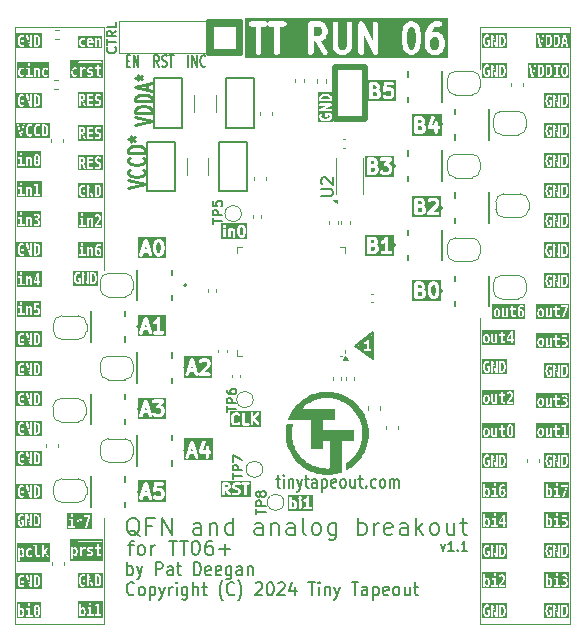
<source format=gbr>
G04 #@! TF.GenerationSoftware,KiCad,Pcbnew,8.0.6-8.0.6-0~ubuntu24.04.1*
G04 #@! TF.CreationDate,2024-11-04T16:08:40-05:00*
G04 #@! TF.ProjectId,breakout-tt06-qfn,62726561-6b6f-4757-942d-747430362d71,1.1*
G04 #@! TF.SameCoordinates,PX2b64660PY42c1d80*
G04 #@! TF.FileFunction,Legend,Top*
G04 #@! TF.FilePolarity,Positive*
%FSLAX46Y46*%
G04 Gerber Fmt 4.6, Leading zero omitted, Abs format (unit mm)*
G04 Created by KiCad (PCBNEW 8.0.6-8.0.6-0~ubuntu24.04.1) date 2024-11-04 16:08:40*
%MOMM*%
%LPD*%
G01*
G04 APERTURE LIST*
%ADD10C,0.120000*%
%ADD11C,0.200000*%
%ADD12C,0.240000*%
%ADD13C,0.300000*%
%ADD14C,0.400000*%
%ADD15C,0.500000*%
%ADD16C,0.170000*%
%ADD17C,0.127000*%
%ADD18C,0.250000*%
%ADD19C,0.225000*%
%ADD20C,0.140000*%
%ADD21C,0.150000*%
%ADD22C,0.450000*%
%ADD23C,0.190000*%
%ADD24C,0.160000*%
%ADD25C,0.180000*%
%ADD26C,0.000000*%
G04 APERTURE END LIST*
D10*
X40927440Y500000D02*
X48500000Y500000D01*
X48500000Y500000D02*
X48500000Y51027440D01*
D11*
X31450000Y24700000D02*
X31700000Y24700000D01*
D10*
X9072560Y51027440D02*
X9072560Y30500000D01*
D12*
X31500000Y23230000D02*
X31750000Y23230000D01*
D10*
X9072560Y500000D02*
X9072560Y9500000D01*
X40927440Y51027440D02*
X40927440Y47500000D01*
D13*
X17850000Y51600000D02*
X20650000Y51600000D01*
X20650000Y48800000D01*
X17850000Y48800000D01*
X17850000Y51600000D01*
D11*
X30940000Y24360000D02*
X30940000Y23760000D01*
D10*
X9072560Y51027440D02*
X1500000Y51027440D01*
D11*
X31400000Y24800000D02*
X31800000Y24800000D01*
D10*
X40927440Y500000D02*
X40927440Y26400000D01*
X1500000Y500000D02*
X9072560Y500000D01*
X1500000Y51027440D02*
X1500000Y500000D01*
D11*
X31210000Y23390000D02*
X31732529Y23388850D01*
X30780000Y24265000D02*
X30780000Y23815000D01*
D10*
X48500000Y51027440D02*
X40927440Y51027440D01*
D12*
X31475000Y23400000D02*
X31725000Y23400000D01*
D11*
X31160000Y23500000D02*
X31760000Y23500000D01*
D14*
X18105583Y51338834D02*
X20394417Y51338834D01*
X20394417Y49050000D01*
X18105583Y49050000D01*
X18105583Y51338834D01*
D11*
X31800000Y22900000D02*
X30300000Y24050000D01*
X31800000Y25200000D01*
X31800000Y22900000D01*
X31800000Y23000000D02*
X30400000Y24050000D01*
X31800000Y25100000D01*
X31800000Y23000000D01*
D15*
X28650000Y47700000D02*
X31150000Y47700000D01*
X31150000Y43300000D01*
X28650000Y43300000D01*
X28650000Y47700000D01*
D11*
X30610000Y24050000D02*
X30400000Y24050000D01*
D16*
X10973746Y48205031D02*
X11200413Y48205031D01*
X11297556Y47681221D02*
X10973746Y47681221D01*
X10973746Y47681221D02*
X10973746Y48681221D01*
X10973746Y48681221D02*
X11297556Y48681221D01*
X11588984Y47681221D02*
X11588984Y48681221D01*
X11588984Y48681221D02*
X11977556Y47681221D01*
X11977556Y47681221D02*
X11977556Y48681221D01*
X13726127Y47681221D02*
X13499460Y48157412D01*
X13337555Y47681221D02*
X13337555Y48681221D01*
X13337555Y48681221D02*
X13596603Y48681221D01*
X13596603Y48681221D02*
X13661365Y48633602D01*
X13661365Y48633602D02*
X13693746Y48585983D01*
X13693746Y48585983D02*
X13726127Y48490745D01*
X13726127Y48490745D02*
X13726127Y48347888D01*
X13726127Y48347888D02*
X13693746Y48252650D01*
X13693746Y48252650D02*
X13661365Y48205031D01*
X13661365Y48205031D02*
X13596603Y48157412D01*
X13596603Y48157412D02*
X13337555Y48157412D01*
X13985174Y47728840D02*
X14082317Y47681221D01*
X14082317Y47681221D02*
X14244222Y47681221D01*
X14244222Y47681221D02*
X14308984Y47728840D01*
X14308984Y47728840D02*
X14341365Y47776460D01*
X14341365Y47776460D02*
X14373746Y47871698D01*
X14373746Y47871698D02*
X14373746Y47966936D01*
X14373746Y47966936D02*
X14341365Y48062174D01*
X14341365Y48062174D02*
X14308984Y48109793D01*
X14308984Y48109793D02*
X14244222Y48157412D01*
X14244222Y48157412D02*
X14114698Y48205031D01*
X14114698Y48205031D02*
X14049936Y48252650D01*
X14049936Y48252650D02*
X14017555Y48300269D01*
X14017555Y48300269D02*
X13985174Y48395507D01*
X13985174Y48395507D02*
X13985174Y48490745D01*
X13985174Y48490745D02*
X14017555Y48585983D01*
X14017555Y48585983D02*
X14049936Y48633602D01*
X14049936Y48633602D02*
X14114698Y48681221D01*
X14114698Y48681221D02*
X14276603Y48681221D01*
X14276603Y48681221D02*
X14373746Y48633602D01*
X14568031Y48681221D02*
X14956603Y48681221D01*
X14762317Y47681221D02*
X14762317Y48681221D01*
X16219459Y47681221D02*
X16219459Y48681221D01*
X16543269Y47681221D02*
X16543269Y48681221D01*
X16543269Y48681221D02*
X16931841Y47681221D01*
X16931841Y47681221D02*
X16931841Y48681221D01*
X17644222Y47776460D02*
X17611841Y47728840D01*
X17611841Y47728840D02*
X17514698Y47681221D01*
X17514698Y47681221D02*
X17449936Y47681221D01*
X17449936Y47681221D02*
X17352793Y47728840D01*
X17352793Y47728840D02*
X17288031Y47824079D01*
X17288031Y47824079D02*
X17255650Y47919317D01*
X17255650Y47919317D02*
X17223269Y48109793D01*
X17223269Y48109793D02*
X17223269Y48252650D01*
X17223269Y48252650D02*
X17255650Y48443126D01*
X17255650Y48443126D02*
X17288031Y48538364D01*
X17288031Y48538364D02*
X17352793Y48633602D01*
X17352793Y48633602D02*
X17449936Y48681221D01*
X17449936Y48681221D02*
X17514698Y48681221D01*
X17514698Y48681221D02*
X17611841Y48633602D01*
X17611841Y48633602D02*
X17644222Y48585983D01*
D17*
G36*
X7210499Y42419995D02*
G01*
X7250841Y42411620D01*
X7286043Y42388304D01*
X7294262Y42377103D01*
X7310559Y42330907D01*
X7314571Y42280349D01*
X7314317Y42266615D01*
X7307341Y42215685D01*
X7285652Y42172149D01*
X7271282Y42159396D01*
X7231713Y42143288D01*
X7190495Y42139421D01*
X7114096Y42139421D01*
X7114096Y42420788D01*
X7190495Y42420788D01*
X7210499Y42419995D01*
G37*
G36*
X8947412Y41434311D02*
G01*
X6840808Y41434311D01*
X6840808Y42139421D01*
X6951919Y42139421D01*
X6951919Y41561053D01*
X7114096Y41561053D01*
X7114096Y41967474D01*
X7165680Y41967474D01*
X7190673Y41961899D01*
X7223813Y41934593D01*
X7248155Y41896365D01*
X7267872Y41850970D01*
X7279400Y41820684D01*
X7378465Y41561053D01*
X7556469Y41561053D01*
X7644982Y41561053D01*
X8155938Y41561053D01*
X8155938Y41733000D01*
X7806964Y41733000D01*
X7806964Y42030000D01*
X8122917Y42030000D01*
X8122917Y42201947D01*
X7806964Y42201947D01*
X7806964Y42308925D01*
X8297209Y42308925D01*
X8297886Y42282444D01*
X8304368Y42227912D01*
X8317711Y42180374D01*
X8340586Y42135757D01*
X8359635Y42111875D01*
X8393688Y42080673D01*
X8431600Y42053972D01*
X8470123Y42031532D01*
X8506476Y42013147D01*
X8586197Y41975778D01*
X8618970Y41955923D01*
X8649895Y41922289D01*
X8664191Y41893049D01*
X8671975Y41843642D01*
X8671943Y41839929D01*
X8663719Y41790459D01*
X8638953Y41750586D01*
X8625688Y41739297D01*
X8587311Y41722040D01*
X8546141Y41717369D01*
X8505142Y41720544D01*
X8463820Y41730068D01*
X8425973Y41744236D01*
X8410763Y41751456D01*
X8372150Y41773381D01*
X8336680Y41797844D01*
X8300530Y41826790D01*
X8300530Y41623580D01*
X8307679Y41618829D01*
X8343926Y41597282D01*
X8381013Y41579407D01*
X8418939Y41565206D01*
X8457247Y41554773D01*
X8499298Y41547760D01*
X8541256Y41545422D01*
X8568404Y41546092D01*
X8610719Y41550185D01*
X8649370Y41557999D01*
X8690916Y41572287D01*
X8727186Y41591933D01*
X8762833Y41621626D01*
X8787801Y41652950D01*
X8810401Y41696440D01*
X8825970Y41747411D01*
X8833719Y41797053D01*
X8836301Y41852191D01*
X8834660Y41893315D01*
X8827363Y41943874D01*
X8812176Y41994913D01*
X8789602Y42039769D01*
X8783561Y42048967D01*
X8755320Y42083466D01*
X8720559Y42114302D01*
X8684792Y42138278D01*
X8644033Y42159448D01*
X8574082Y42192177D01*
X8552640Y42202491D01*
X8513999Y42224173D01*
X8478730Y42253238D01*
X8465825Y42273944D01*
X8456064Y42323091D01*
X8462933Y42368801D01*
X8487327Y42407111D01*
X8500086Y42417071D01*
X8537336Y42432298D01*
X8577599Y42436420D01*
X8604039Y42434924D01*
X8643927Y42427070D01*
X8684089Y42412484D01*
X8717623Y42395378D01*
X8754113Y42371602D01*
X8790188Y42342631D01*
X8790188Y42545841D01*
X8755391Y42563725D01*
X8716850Y42579926D01*
X8678032Y42592491D01*
X8646253Y42600165D01*
X8607370Y42606134D01*
X8564899Y42608367D01*
X8519953Y42605559D01*
X8478757Y42597135D01*
X8441313Y42583096D01*
X8402368Y42559620D01*
X8368527Y42528499D01*
X8347981Y42502080D01*
X8325068Y42460184D01*
X8308979Y42412561D01*
X8299716Y42359211D01*
X8297209Y42308925D01*
X7806964Y42308925D01*
X7806964Y42420788D01*
X8155938Y42420788D01*
X8155938Y42592735D01*
X7644982Y42592735D01*
X7644982Y41561053D01*
X7556469Y41561053D01*
X7407969Y41931081D01*
X7388335Y41976855D01*
X7364396Y42018520D01*
X7358682Y42025143D01*
X7322387Y42047097D01*
X7336577Y42049877D01*
X7375335Y42063549D01*
X7411693Y42088121D01*
X7440991Y42122568D01*
X7452868Y42143327D01*
X7470583Y42191250D01*
X7479642Y42241682D01*
X7482219Y42292317D01*
X7481141Y42330743D01*
X7475483Y42383187D01*
X7462753Y42436494D01*
X7443421Y42481315D01*
X7413245Y42522149D01*
X7394606Y42538693D01*
X7355274Y42562336D01*
X7314758Y42577226D01*
X7276199Y42585842D01*
X7233280Y42591012D01*
X7186001Y42592735D01*
X6951919Y42592735D01*
X6951919Y42139421D01*
X6840808Y42139421D01*
X6840808Y42719478D01*
X8947412Y42719478D01*
X8947412Y41434311D01*
G37*
G36*
X3362773Y22446873D02*
G01*
X3402035Y22434660D01*
X3437972Y22409244D01*
X3465191Y22371463D01*
X3467692Y22366487D01*
X3484838Y22319020D01*
X3495673Y22266316D01*
X3501864Y22212844D01*
X3504841Y22162433D01*
X3505833Y22106703D01*
X3505794Y22095056D01*
X3504405Y22040034D01*
X3501031Y21990366D01*
X3494363Y21937833D01*
X3482972Y21886289D01*
X3465191Y21840234D01*
X3441427Y21805934D01*
X3406458Y21779059D01*
X3368057Y21765584D01*
X3328806Y21761832D01*
X3284842Y21761832D01*
X3284842Y22449620D01*
X3328806Y22449620D01*
X3362773Y22446873D01*
G37*
G36*
X3785570Y21463143D02*
G01*
X1653173Y21463143D01*
X1653173Y22105482D01*
X1764284Y22105482D01*
X1764369Y22089674D01*
X1766402Y22028719D01*
X1771147Y21971404D01*
X1778602Y21917729D01*
X1788769Y21867696D01*
X1805290Y21810274D01*
X1826046Y21758540D01*
X1851039Y21712495D01*
X1862190Y21695755D01*
X1892540Y21658630D01*
X1926419Y21628255D01*
X1963828Y21604629D01*
X2004767Y21587754D01*
X2049237Y21577629D01*
X2097236Y21574254D01*
X2136632Y21576615D01*
X2178160Y21584667D01*
X2193182Y21589885D01*
X2439176Y21589885D01*
X2582009Y21589885D01*
X2582009Y22339711D01*
X2811793Y21589885D01*
X2984912Y21589885D01*
X2984912Y21761832D01*
X3122665Y21761832D01*
X3122665Y21589885D01*
X3296371Y21589885D01*
X3344877Y21591778D01*
X3389867Y21597457D01*
X3431339Y21606921D01*
X3478234Y21624076D01*
X3519633Y21647145D01*
X3555537Y21676130D01*
X3585945Y21711030D01*
X3601763Y21735134D01*
X3624670Y21781280D01*
X3643254Y21834892D01*
X3655010Y21883157D01*
X3664000Y21936199D01*
X3670223Y21994020D01*
X3673681Y22056619D01*
X3674459Y22106703D01*
X3674372Y22123666D01*
X3672298Y22188520D01*
X3667457Y22248581D01*
X3659850Y22303848D01*
X3649478Y22354323D01*
X3632622Y22410675D01*
X3611445Y22459538D01*
X3585945Y22500911D01*
X3580303Y22508334D01*
X3548796Y22541915D01*
X3511793Y22569605D01*
X3469295Y22591403D01*
X3431339Y22604600D01*
X3389867Y22614026D01*
X3344877Y22619682D01*
X3296371Y22621567D01*
X3122665Y22621567D01*
X3122665Y21761832D01*
X2984912Y21761832D01*
X2984912Y22621567D01*
X2841884Y22621567D01*
X2841884Y21871742D01*
X2613272Y22621567D01*
X2439176Y22621567D01*
X2439176Y21589885D01*
X2193182Y21589885D01*
X2217794Y21598434D01*
X2252133Y21615941D01*
X2287702Y21640378D01*
X2320963Y21670241D01*
X2320963Y22136989D01*
X2068122Y22136989D01*
X2068122Y21965043D01*
X2179302Y21965043D01*
X2179302Y21769404D01*
X2149016Y21751819D01*
X2144268Y21750502D01*
X2105052Y21746201D01*
X2074953Y21749421D01*
X2035085Y21766326D01*
X2001554Y21797721D01*
X1977069Y21837792D01*
X1971745Y21849600D01*
X1955817Y21896095D01*
X1944096Y21950632D01*
X1937398Y22003778D01*
X1934178Y22052579D01*
X1933105Y22105482D01*
X1933149Y22116719D01*
X1934705Y22170206D01*
X1938485Y22219196D01*
X1945954Y22272050D01*
X1958714Y22325530D01*
X1978632Y22375859D01*
X2000861Y22410691D01*
X2035980Y22442904D01*
X2073374Y22459665D01*
X2116580Y22465252D01*
X2136062Y22464282D01*
X2176197Y22455522D01*
X2213496Y22437652D01*
X2232405Y22424387D01*
X2264894Y22392868D01*
X2291849Y22355831D01*
X2291849Y22574673D01*
X2275955Y22585532D01*
X2240059Y22605643D01*
X2202163Y22621079D01*
X2184222Y22626557D01*
X2144927Y22634538D01*
X2105052Y22637199D01*
X2084668Y22636666D01*
X2036367Y22630666D01*
X1991864Y22617999D01*
X1951157Y22598666D01*
X1914248Y22572666D01*
X1881136Y22540000D01*
X1851821Y22500667D01*
X1841221Y22483124D01*
X1817712Y22435091D01*
X1798478Y22381095D01*
X1786168Y22333605D01*
X1776594Y22282299D01*
X1769755Y22227176D01*
X1765652Y22168237D01*
X1764284Y22105482D01*
X1653173Y22105482D01*
X1653173Y22748310D01*
X3785570Y22748310D01*
X3785570Y21463143D01*
G37*
G36*
X3759778Y26514073D02*
G01*
X1667437Y26514073D01*
X1667437Y26797131D01*
X1778548Y26797131D01*
X1778548Y26640815D01*
X2340307Y26640815D01*
X2340307Y26797131D01*
X2140223Y26797131D01*
X2140223Y27406761D01*
X2468290Y27406761D01*
X2468290Y26640815D01*
X2628122Y26640815D01*
X2628122Y27081674D01*
X2629685Y27122661D01*
X2636939Y27171291D01*
X2653133Y27217229D01*
X2682735Y27253865D01*
X2721521Y27266077D01*
X2752481Y27260111D01*
X2783461Y27229929D01*
X2790846Y27211835D01*
X2800174Y27161974D01*
X2802414Y27110006D01*
X2802414Y26640815D01*
X2962247Y26640815D01*
X2962247Y26859657D01*
X3125987Y26859657D01*
X3125987Y26672079D01*
X3157345Y26659817D01*
X3195169Y26647349D01*
X3235799Y26636908D01*
X3262690Y26631779D01*
X3302752Y26626833D01*
X3342484Y26625184D01*
X3368556Y26626000D01*
X3409675Y26630985D01*
X3455164Y26642949D01*
X3496448Y26661439D01*
X3533529Y26686455D01*
X3566406Y26717996D01*
X3576367Y26729859D01*
X3602395Y26768585D01*
X3622639Y26812016D01*
X3637099Y26860153D01*
X3645775Y26912996D01*
X3648667Y26970543D01*
X3648370Y26989341D01*
X3643928Y27043053D01*
X3634156Y27092747D01*
X3619052Y27138422D01*
X3598618Y27180079D01*
X3572854Y27217717D01*
X3563196Y27229252D01*
X3532053Y27259391D01*
X3497654Y27282833D01*
X3459998Y27299577D01*
X3419087Y27309623D01*
X3374919Y27312972D01*
X3367104Y27312859D01*
X3327048Y27308331D01*
X3322859Y27307460D01*
X3284842Y27294165D01*
X3284842Y27500550D01*
X3599232Y27500550D01*
X3599232Y27672497D01*
X3153538Y27672497D01*
X3153538Y27094130D01*
X3164660Y27099809D01*
X3203347Y27116799D01*
X3241660Y27129301D01*
X3247130Y27130721D01*
X3288054Y27138449D01*
X3328806Y27141025D01*
X3371965Y27136445D01*
X3412783Y27120829D01*
X3446629Y27094130D01*
X3468070Y27065436D01*
X3485742Y27019543D01*
X3490983Y26969811D01*
X3488199Y26930182D01*
X3473581Y26880128D01*
X3446434Y26841339D01*
X3434652Y26830978D01*
X3395609Y26809608D01*
X3356418Y26799894D01*
X3316106Y26797131D01*
X3298007Y26797680D01*
X3258794Y26802642D01*
X3219581Y26812762D01*
X3201645Y26819174D01*
X3163397Y26836836D01*
X3125987Y26859657D01*
X2962247Y26859657D01*
X2962247Y27140781D01*
X2962203Y27149475D01*
X2959462Y27206528D01*
X2952458Y27256919D01*
X2939232Y27306351D01*
X2917697Y27351562D01*
X2899486Y27375633D01*
X2866529Y27402402D01*
X2826802Y27417966D01*
X2785806Y27422393D01*
X2761144Y27420791D01*
X2722653Y27410596D01*
X2686350Y27388931D01*
X2674058Y27377807D01*
X2645933Y27339552D01*
X2628122Y27294654D01*
X2628122Y27406761D01*
X2468290Y27406761D01*
X2140223Y27406761D01*
X1821535Y27406761D01*
X1821535Y27250446D01*
X1979218Y27250446D01*
X1979218Y26797131D01*
X1778548Y26797131D01*
X1667437Y26797131D01*
X1667437Y27547445D01*
X1979218Y27547445D01*
X2140223Y27547445D01*
X2140223Y27781918D01*
X1979218Y27781918D01*
X1979218Y27547445D01*
X1667437Y27547445D01*
X1667437Y27893029D01*
X3759778Y27893029D01*
X3759778Y26514073D01*
G37*
D18*
X11115666Y37409712D02*
X12515666Y37743045D01*
X12515666Y37743045D02*
X11115666Y38076378D01*
X12382333Y38981140D02*
X12449000Y38933521D01*
X12449000Y38933521D02*
X12515666Y38790664D01*
X12515666Y38790664D02*
X12515666Y38695426D01*
X12515666Y38695426D02*
X12449000Y38552569D01*
X12449000Y38552569D02*
X12315666Y38457331D01*
X12315666Y38457331D02*
X12182333Y38409712D01*
X12182333Y38409712D02*
X11915666Y38362093D01*
X11915666Y38362093D02*
X11715666Y38362093D01*
X11715666Y38362093D02*
X11449000Y38409712D01*
X11449000Y38409712D02*
X11315666Y38457331D01*
X11315666Y38457331D02*
X11182333Y38552569D01*
X11182333Y38552569D02*
X11115666Y38695426D01*
X11115666Y38695426D02*
X11115666Y38790664D01*
X11115666Y38790664D02*
X11182333Y38933521D01*
X11182333Y38933521D02*
X11249000Y38981140D01*
X12382333Y39981140D02*
X12449000Y39933521D01*
X12449000Y39933521D02*
X12515666Y39790664D01*
X12515666Y39790664D02*
X12515666Y39695426D01*
X12515666Y39695426D02*
X12449000Y39552569D01*
X12449000Y39552569D02*
X12315666Y39457331D01*
X12315666Y39457331D02*
X12182333Y39409712D01*
X12182333Y39409712D02*
X11915666Y39362093D01*
X11915666Y39362093D02*
X11715666Y39362093D01*
X11715666Y39362093D02*
X11449000Y39409712D01*
X11449000Y39409712D02*
X11315666Y39457331D01*
X11315666Y39457331D02*
X11182333Y39552569D01*
X11182333Y39552569D02*
X11115666Y39695426D01*
X11115666Y39695426D02*
X11115666Y39790664D01*
X11115666Y39790664D02*
X11182333Y39933521D01*
X11182333Y39933521D02*
X11249000Y39981140D01*
X12515666Y40409712D02*
X11115666Y40409712D01*
X11115666Y40409712D02*
X11115666Y40647807D01*
X11115666Y40647807D02*
X11182333Y40790664D01*
X11182333Y40790664D02*
X11315666Y40885902D01*
X11315666Y40885902D02*
X11449000Y40933521D01*
X11449000Y40933521D02*
X11715666Y40981140D01*
X11715666Y40981140D02*
X11915666Y40981140D01*
X11915666Y40981140D02*
X12182333Y40933521D01*
X12182333Y40933521D02*
X12315666Y40885902D01*
X12315666Y40885902D02*
X12449000Y40790664D01*
X12449000Y40790664D02*
X12515666Y40647807D01*
X12515666Y40647807D02*
X12515666Y40409712D01*
X11115666Y41552569D02*
X11449000Y41552569D01*
X11315666Y41314474D02*
X11449000Y41552569D01*
X11449000Y41552569D02*
X11315666Y41790664D01*
X11715666Y41409712D02*
X11449000Y41552569D01*
X11449000Y41552569D02*
X11715666Y41695426D01*
D17*
G36*
X41474391Y9362995D02*
G01*
X41512052Y9340075D01*
X41537487Y9300782D01*
X41546043Y9279439D01*
X41558805Y9229599D01*
X41565331Y9176585D01*
X41567187Y9122973D01*
X41566462Y9088751D01*
X41562286Y9038956D01*
X41553149Y8990235D01*
X41537487Y8945164D01*
X41525560Y8923251D01*
X41494297Y8891326D01*
X41455617Y8880684D01*
X41433840Y8883770D01*
X41398953Y8905872D01*
X41373161Y8945164D01*
X41364436Y8966507D01*
X41351422Y9016348D01*
X41344767Y9069362D01*
X41342875Y9122973D01*
X41343614Y9157196D01*
X41347873Y9206991D01*
X41357190Y9255712D01*
X41373161Y9300782D01*
X41385287Y9322695D01*
X41416840Y9354620D01*
X41455617Y9365262D01*
X41474391Y9362995D01*
G37*
G36*
X42828848Y9130789D02*
G01*
X42621730Y9130789D01*
X42828848Y9542582D01*
X42828848Y9130789D01*
G37*
G36*
X43185570Y8613258D02*
G01*
X41071345Y8613258D01*
X41071345Y9122973D01*
X41182456Y9122973D01*
X41182456Y8740000D01*
X41342875Y8740000D01*
X41342875Y8850643D01*
X41352890Y8828194D01*
X41378455Y8787038D01*
X41409309Y8756121D01*
X41428029Y8743749D01*
X41466416Y8728834D01*
X41506029Y8724369D01*
X41531714Y8725999D01*
X41573093Y8736692D01*
X41609927Y8757368D01*
X41642218Y8788024D01*
X41669965Y8828661D01*
X41686739Y8863409D01*
X41698158Y8896316D01*
X41852267Y8896316D01*
X41852267Y8740000D01*
X42414026Y8740000D01*
X42414026Y8896316D01*
X42213942Y8896316D01*
X42213942Y9157412D01*
X42503517Y9157412D01*
X42503517Y9130789D01*
X42503517Y8958842D01*
X42828848Y8958842D01*
X42828848Y8740000D01*
X42984382Y8740000D01*
X42984382Y8958842D01*
X43074459Y8958842D01*
X43074459Y9130789D01*
X42984382Y9130789D01*
X42984382Y9771682D01*
X42814584Y9771682D01*
X42503517Y9157412D01*
X42213942Y9157412D01*
X42213942Y9505946D01*
X41895254Y9505946D01*
X41895254Y9349631D01*
X42052937Y9349631D01*
X42052937Y8896316D01*
X41852267Y8896316D01*
X41698158Y8896316D01*
X41703116Y8910602D01*
X41715398Y8963787D01*
X41722506Y9012687D01*
X41726771Y9065749D01*
X41728192Y9122973D01*
X41727672Y9158274D01*
X41724492Y9213618D01*
X41718421Y9264596D01*
X41707320Y9320009D01*
X41692057Y9369136D01*
X41668988Y9418507D01*
X41649317Y9448200D01*
X41617642Y9481316D01*
X41581142Y9504567D01*
X41539818Y9517954D01*
X41500558Y9521578D01*
X41488358Y9521112D01*
X41448159Y9512149D01*
X41411849Y9491780D01*
X41395124Y9477318D01*
X41366496Y9442893D01*
X41342875Y9402387D01*
X41342875Y9646630D01*
X42052937Y9646630D01*
X42213942Y9646630D01*
X42213942Y9881103D01*
X42052937Y9881103D01*
X42052937Y9646630D01*
X41342875Y9646630D01*
X41342875Y9802945D01*
X41182456Y9802945D01*
X41182456Y9122973D01*
X41071345Y9122973D01*
X41071345Y9992214D01*
X43185570Y9992214D01*
X43185570Y8613258D01*
G37*
G36*
X8030413Y8558889D02*
G01*
X5946279Y8558889D01*
X5946279Y8826316D01*
X6057390Y8826316D01*
X6057390Y8670000D01*
X6619149Y8670000D01*
X6619149Y8826316D01*
X6419065Y8826316D01*
X6419065Y9435946D01*
X6747132Y9435946D01*
X6747132Y8670000D01*
X6906964Y8670000D01*
X6906964Y9110859D01*
X6908527Y9151846D01*
X6915781Y9200476D01*
X6931975Y9246414D01*
X6961577Y9283050D01*
X7000363Y9295262D01*
X7031323Y9289296D01*
X7062303Y9259114D01*
X7069688Y9241020D01*
X7079016Y9191159D01*
X7081256Y9139191D01*
X7081256Y8670000D01*
X7241089Y8670000D01*
X7241089Y9169966D01*
X7241045Y9178660D01*
X7238304Y9235713D01*
X7231300Y9286104D01*
X7218074Y9335536D01*
X7196539Y9380747D01*
X7178328Y9404818D01*
X7145371Y9431587D01*
X7105644Y9447151D01*
X7064648Y9451578D01*
X7039986Y9449976D01*
X7001495Y9439781D01*
X6965192Y9418116D01*
X6952900Y9406992D01*
X6924775Y9368737D01*
X6906964Y9323839D01*
X6906964Y9435946D01*
X6747132Y9435946D01*
X6419065Y9435946D01*
X6100377Y9435946D01*
X6100377Y9279631D01*
X6258060Y9279631D01*
X6258060Y8826316D01*
X6057390Y8826316D01*
X5946279Y8826316D01*
X5946279Y9529735D01*
X7400530Y9529735D01*
X7742861Y9529735D01*
X7475757Y8670000D01*
X7641256Y8670000D01*
X7919302Y9557335D01*
X7919302Y9701682D01*
X7400530Y9701682D01*
X7400530Y9529735D01*
X5946279Y9529735D01*
X5946279Y9576630D01*
X6258060Y9576630D01*
X6419065Y9576630D01*
X6419065Y9811103D01*
X6258060Y9811103D01*
X6258060Y9576630D01*
X5946279Y9576630D01*
X5946279Y9922214D01*
X8030413Y9922214D01*
X8030413Y8558889D01*
G37*
G36*
X8141615Y30126988D02*
G01*
X8180877Y30114775D01*
X8216814Y30089359D01*
X8244033Y30051578D01*
X8246534Y30046602D01*
X8263680Y29999135D01*
X8274515Y29946431D01*
X8280706Y29892959D01*
X8283683Y29842548D01*
X8284675Y29786818D01*
X8284636Y29775171D01*
X8283247Y29720149D01*
X8279873Y29670481D01*
X8273205Y29617948D01*
X8261814Y29566404D01*
X8244033Y29520349D01*
X8220269Y29486049D01*
X8185300Y29459174D01*
X8146899Y29445699D01*
X8107648Y29441947D01*
X8063684Y29441947D01*
X8063684Y30129735D01*
X8107648Y30129735D01*
X8141615Y30126988D01*
G37*
G36*
X8564412Y29143258D02*
G01*
X6432015Y29143258D01*
X6432015Y29785597D01*
X6543126Y29785597D01*
X6543211Y29769789D01*
X6545244Y29708834D01*
X6549989Y29651519D01*
X6557444Y29597844D01*
X6567611Y29547811D01*
X6584132Y29490389D01*
X6604888Y29438655D01*
X6629881Y29392610D01*
X6641032Y29375870D01*
X6671382Y29338745D01*
X6705261Y29308370D01*
X6742670Y29284744D01*
X6783609Y29267869D01*
X6828079Y29257744D01*
X6876078Y29254369D01*
X6915474Y29256730D01*
X6957002Y29264782D01*
X6972024Y29270000D01*
X7218018Y29270000D01*
X7360851Y29270000D01*
X7360851Y30019826D01*
X7590635Y29270000D01*
X7763754Y29270000D01*
X7763754Y29441947D01*
X7901507Y29441947D01*
X7901507Y29270000D01*
X8075213Y29270000D01*
X8123719Y29271893D01*
X8168709Y29277572D01*
X8210181Y29287036D01*
X8257076Y29304191D01*
X8298475Y29327260D01*
X8334379Y29356245D01*
X8364787Y29391145D01*
X8380605Y29415249D01*
X8403512Y29461395D01*
X8422096Y29515007D01*
X8433852Y29563272D01*
X8442842Y29616314D01*
X8449065Y29674135D01*
X8452523Y29736734D01*
X8453301Y29786818D01*
X8453214Y29803781D01*
X8451140Y29868635D01*
X8446299Y29928696D01*
X8438692Y29983963D01*
X8428320Y30034438D01*
X8411464Y30090790D01*
X8390287Y30139653D01*
X8364787Y30181026D01*
X8359145Y30188449D01*
X8327638Y30222030D01*
X8290635Y30249720D01*
X8248137Y30271518D01*
X8210181Y30284715D01*
X8168709Y30294141D01*
X8123719Y30299797D01*
X8075213Y30301682D01*
X7901507Y30301682D01*
X7901507Y29441947D01*
X7763754Y29441947D01*
X7763754Y30301682D01*
X7620726Y30301682D01*
X7620726Y29551857D01*
X7392114Y30301682D01*
X7218018Y30301682D01*
X7218018Y29270000D01*
X6972024Y29270000D01*
X6996636Y29278549D01*
X7030975Y29296056D01*
X7066544Y29320493D01*
X7099805Y29350356D01*
X7099805Y29817104D01*
X6846964Y29817104D01*
X6846964Y29645158D01*
X6958144Y29645158D01*
X6958144Y29449519D01*
X6927858Y29431934D01*
X6923110Y29430617D01*
X6883894Y29426316D01*
X6853795Y29429536D01*
X6813927Y29446441D01*
X6780396Y29477836D01*
X6755911Y29517907D01*
X6750587Y29529715D01*
X6734659Y29576210D01*
X6722938Y29630747D01*
X6716240Y29683893D01*
X6713020Y29732694D01*
X6711947Y29785597D01*
X6711991Y29796834D01*
X6713547Y29850321D01*
X6717327Y29899311D01*
X6724796Y29952165D01*
X6737556Y30005645D01*
X6757474Y30055974D01*
X6779703Y30090806D01*
X6814822Y30123019D01*
X6852216Y30139780D01*
X6895422Y30145367D01*
X6914904Y30144397D01*
X6955039Y30135637D01*
X6992338Y30117767D01*
X7011247Y30104502D01*
X7043736Y30072983D01*
X7070691Y30035946D01*
X7070691Y30254788D01*
X7054797Y30265647D01*
X7018901Y30285758D01*
X6981005Y30301194D01*
X6963064Y30306672D01*
X6923769Y30314653D01*
X6883894Y30317314D01*
X6863510Y30316781D01*
X6815209Y30310781D01*
X6770706Y30298114D01*
X6729999Y30278781D01*
X6693090Y30252781D01*
X6659978Y30220115D01*
X6630663Y30180782D01*
X6620063Y30163239D01*
X6596554Y30115206D01*
X6577320Y30061210D01*
X6565010Y30013720D01*
X6555436Y29962414D01*
X6548597Y29907291D01*
X6544494Y29848352D01*
X6543126Y29785597D01*
X6432015Y29785597D01*
X6432015Y30428425D01*
X8564412Y30428425D01*
X8564412Y29143258D01*
G37*
G36*
X4036492Y42650593D02*
G01*
X4075754Y42638380D01*
X4111691Y42612964D01*
X4138911Y42575183D01*
X4141411Y42570207D01*
X4158557Y42522740D01*
X4169392Y42470036D01*
X4175584Y42416564D01*
X4178561Y42366153D01*
X4179553Y42310423D01*
X4179513Y42298776D01*
X4178124Y42243754D01*
X4174750Y42194086D01*
X4168083Y42141553D01*
X4156692Y42090009D01*
X4138911Y42043954D01*
X4115146Y42009654D01*
X4080178Y41982779D01*
X4041777Y41969304D01*
X4002526Y41965552D01*
X3958562Y41965552D01*
X3958562Y42653340D01*
X4002526Y42653340D01*
X4036492Y42650593D01*
G37*
G36*
X4459289Y41666863D02*
G01*
X1620152Y41666863D01*
X1620152Y42825287D01*
X1731263Y42825287D01*
X1926461Y41793605D01*
X2151165Y41793605D01*
X2248718Y42309202D01*
X2457348Y42309202D01*
X2457433Y42293186D01*
X2459480Y42231495D01*
X2464257Y42173606D01*
X2471762Y42119518D01*
X2481998Y42069230D01*
X2498630Y42011716D01*
X2519527Y41960141D01*
X2544689Y41914506D01*
X2561756Y41890106D01*
X2593269Y41854773D01*
X2628617Y41826107D01*
X2667801Y41804107D01*
X2710820Y41788774D01*
X2757675Y41780107D01*
X2797920Y41777974D01*
X2806637Y41778077D01*
X2846270Y41781283D01*
X2886824Y41789698D01*
X2892109Y41791209D01*
X2930772Y41805463D01*
X2967718Y41824869D01*
X2967718Y42043710D01*
X2954713Y42029153D01*
X2921480Y41997222D01*
X2886629Y41972391D01*
X2884172Y41971009D01*
X2846720Y41955539D01*
X2805540Y41949921D01*
X2773733Y41953107D01*
X2731767Y41969831D01*
X2696693Y42000891D01*
X2671304Y42040535D01*
X2663203Y42058335D01*
X2647399Y42105813D01*
X2637306Y42153131D01*
X2630400Y42206563D01*
X2627080Y42255760D01*
X2625973Y42309202D01*
X3131067Y42309202D01*
X3131152Y42293186D01*
X3133200Y42231495D01*
X3137976Y42173606D01*
X3145482Y42119518D01*
X3155717Y42069230D01*
X3172350Y42011716D01*
X3193247Y41960141D01*
X3218408Y41914506D01*
X3235475Y41890106D01*
X3266988Y41854773D01*
X3302337Y41826107D01*
X3341521Y41804107D01*
X3384540Y41788774D01*
X3431394Y41780107D01*
X3471639Y41777974D01*
X3480356Y41778077D01*
X3519989Y41781283D01*
X3560544Y41789698D01*
X3565829Y41791209D01*
X3604491Y41805463D01*
X3641437Y41824869D01*
X3641437Y41965552D01*
X3796385Y41965552D01*
X3796385Y41793605D01*
X3970090Y41793605D01*
X4018597Y41795498D01*
X4063586Y41801177D01*
X4105059Y41810641D01*
X4151953Y41827796D01*
X4193353Y41850865D01*
X4229256Y41879850D01*
X4259665Y41914750D01*
X4275483Y41938854D01*
X4298389Y41985000D01*
X4316974Y42038612D01*
X4328729Y42086877D01*
X4337719Y42139919D01*
X4343943Y42197740D01*
X4347400Y42260339D01*
X4348178Y42310423D01*
X4348092Y42327386D01*
X4346017Y42392240D01*
X4341177Y42452301D01*
X4333570Y42507568D01*
X4323197Y42558043D01*
X4306342Y42614395D01*
X4285164Y42663258D01*
X4259665Y42704631D01*
X4254023Y42712054D01*
X4222515Y42745635D01*
X4185512Y42773325D01*
X4143014Y42795123D01*
X4105059Y42808320D01*
X4063586Y42817746D01*
X4018597Y42823402D01*
X3970090Y42825287D01*
X3796385Y42825287D01*
X3796385Y41965552D01*
X3641437Y41965552D01*
X3641437Y42043710D01*
X3628432Y42029153D01*
X3595200Y41997222D01*
X3560348Y41972391D01*
X3557891Y41971009D01*
X3520439Y41955539D01*
X3479260Y41949921D01*
X3447453Y41953107D01*
X3405486Y41969831D01*
X3370413Y42000891D01*
X3345024Y42040535D01*
X3336923Y42058335D01*
X3321119Y42105813D01*
X3311025Y42153131D01*
X3304119Y42206563D01*
X3300799Y42255760D01*
X3299692Y42309202D01*
X3299737Y42320275D01*
X3301286Y42373064D01*
X3306067Y42430743D01*
X3314036Y42482241D01*
X3327361Y42534507D01*
X3345024Y42578358D01*
X3363555Y42609152D01*
X3397096Y42643398D01*
X3437531Y42663308D01*
X3479260Y42668972D01*
X3481871Y42668950D01*
X3522971Y42662561D01*
X3560348Y42646257D01*
X3577652Y42635176D01*
X3610433Y42607961D01*
X3641437Y42575183D01*
X3641437Y42794024D01*
X3636750Y42796909D01*
X3600185Y42815628D01*
X3561130Y42829195D01*
X3553072Y42831290D01*
X3511753Y42838675D01*
X3471639Y42840919D01*
X3451210Y42840386D01*
X3402821Y42834386D01*
X3358268Y42821719D01*
X3317550Y42802386D01*
X3280667Y42776386D01*
X3247620Y42743720D01*
X3218408Y42704387D01*
X3207832Y42686844D01*
X3184376Y42638811D01*
X3165185Y42584815D01*
X3152903Y42537325D01*
X3143350Y42486019D01*
X3136526Y42430896D01*
X3132432Y42371957D01*
X3131067Y42309202D01*
X2625973Y42309202D01*
X2626017Y42320275D01*
X2627567Y42373064D01*
X2632348Y42430743D01*
X2640316Y42482241D01*
X2653641Y42534507D01*
X2671304Y42578358D01*
X2689836Y42609152D01*
X2723377Y42643398D01*
X2763811Y42663308D01*
X2805540Y42668972D01*
X2808151Y42668950D01*
X2849251Y42662561D01*
X2886629Y42646257D01*
X2903933Y42635176D01*
X2936714Y42607961D01*
X2967718Y42575183D01*
X2967718Y42794024D01*
X2963030Y42796909D01*
X2926466Y42815628D01*
X2887411Y42829195D01*
X2879353Y42831290D01*
X2838034Y42838675D01*
X2797920Y42840919D01*
X2777491Y42840386D01*
X2729102Y42834386D01*
X2684549Y42821719D01*
X2643831Y42802386D01*
X2606948Y42776386D01*
X2573901Y42743720D01*
X2544689Y42704387D01*
X2534112Y42686844D01*
X2510657Y42638811D01*
X2491465Y42584815D01*
X2479183Y42537325D01*
X2469630Y42486019D01*
X2462807Y42430896D01*
X2458712Y42371957D01*
X2457348Y42309202D01*
X2248718Y42309202D01*
X2346364Y42825287D01*
X2183014Y42825287D01*
X2038618Y41963599D01*
X1894612Y42825287D01*
X1731263Y42825287D01*
X1620152Y42825287D01*
X1620152Y42952030D01*
X4459289Y42952030D01*
X4459289Y41666863D01*
G37*
G36*
X3362773Y32548733D02*
G01*
X3402035Y32536520D01*
X3437972Y32511104D01*
X3465191Y32473323D01*
X3467692Y32468347D01*
X3484838Y32420880D01*
X3495673Y32368176D01*
X3501864Y32314704D01*
X3504841Y32264293D01*
X3505833Y32208563D01*
X3505794Y32196916D01*
X3504405Y32141894D01*
X3501031Y32092226D01*
X3494363Y32039693D01*
X3482972Y31988149D01*
X3465191Y31942094D01*
X3441427Y31907794D01*
X3406458Y31880919D01*
X3368057Y31867444D01*
X3328806Y31863692D01*
X3284842Y31863692D01*
X3284842Y32551480D01*
X3328806Y32551480D01*
X3362773Y32548733D01*
G37*
G36*
X3785570Y31565003D02*
G01*
X1653173Y31565003D01*
X1653173Y32207342D01*
X1764284Y32207342D01*
X1764369Y32191534D01*
X1766402Y32130579D01*
X1771147Y32073264D01*
X1778602Y32019589D01*
X1788769Y31969556D01*
X1805290Y31912134D01*
X1826046Y31860400D01*
X1851039Y31814355D01*
X1862190Y31797615D01*
X1892540Y31760490D01*
X1926419Y31730115D01*
X1963828Y31706489D01*
X2004767Y31689614D01*
X2049237Y31679489D01*
X2097236Y31676114D01*
X2136632Y31678475D01*
X2178160Y31686527D01*
X2193182Y31691745D01*
X2439176Y31691745D01*
X2582009Y31691745D01*
X2582009Y32441571D01*
X2811793Y31691745D01*
X2984912Y31691745D01*
X2984912Y31863692D01*
X3122665Y31863692D01*
X3122665Y31691745D01*
X3296371Y31691745D01*
X3344877Y31693638D01*
X3389867Y31699317D01*
X3431339Y31708781D01*
X3478234Y31725936D01*
X3519633Y31749005D01*
X3555537Y31777990D01*
X3585945Y31812890D01*
X3601763Y31836994D01*
X3624670Y31883140D01*
X3643254Y31936752D01*
X3655010Y31985017D01*
X3664000Y32038059D01*
X3670223Y32095880D01*
X3673681Y32158479D01*
X3674459Y32208563D01*
X3674372Y32225526D01*
X3672298Y32290380D01*
X3667457Y32350441D01*
X3659850Y32405708D01*
X3649478Y32456183D01*
X3632622Y32512535D01*
X3611445Y32561398D01*
X3585945Y32602771D01*
X3580303Y32610194D01*
X3548796Y32643775D01*
X3511793Y32671465D01*
X3469295Y32693263D01*
X3431339Y32706460D01*
X3389867Y32715886D01*
X3344877Y32721542D01*
X3296371Y32723427D01*
X3122665Y32723427D01*
X3122665Y31863692D01*
X2984912Y31863692D01*
X2984912Y32723427D01*
X2841884Y32723427D01*
X2841884Y31973602D01*
X2613272Y32723427D01*
X2439176Y32723427D01*
X2439176Y31691745D01*
X2193182Y31691745D01*
X2217794Y31700294D01*
X2252133Y31717801D01*
X2287702Y31742238D01*
X2320963Y31772101D01*
X2320963Y32238849D01*
X2068122Y32238849D01*
X2068122Y32066903D01*
X2179302Y32066903D01*
X2179302Y31871264D01*
X2149016Y31853679D01*
X2144268Y31852362D01*
X2105052Y31848061D01*
X2074953Y31851281D01*
X2035085Y31868186D01*
X2001554Y31899581D01*
X1977069Y31939652D01*
X1971745Y31951460D01*
X1955817Y31997955D01*
X1944096Y32052492D01*
X1937398Y32105638D01*
X1934178Y32154439D01*
X1933105Y32207342D01*
X1933149Y32218579D01*
X1934705Y32272066D01*
X1938485Y32321056D01*
X1945954Y32373910D01*
X1958714Y32427390D01*
X1978632Y32477719D01*
X2000861Y32512551D01*
X2035980Y32544764D01*
X2073374Y32561525D01*
X2116580Y32567112D01*
X2136062Y32566142D01*
X2176197Y32557382D01*
X2213496Y32539512D01*
X2232405Y32526247D01*
X2264894Y32494728D01*
X2291849Y32457691D01*
X2291849Y32676533D01*
X2275955Y32687392D01*
X2240059Y32707503D01*
X2202163Y32722939D01*
X2184222Y32728417D01*
X2144927Y32736398D01*
X2105052Y32739059D01*
X2084668Y32738526D01*
X2036367Y32732526D01*
X1991864Y32719859D01*
X1951157Y32700526D01*
X1914248Y32674526D01*
X1881136Y32641860D01*
X1851821Y32602527D01*
X1841221Y32584984D01*
X1817712Y32536951D01*
X1798478Y32482955D01*
X1786168Y32435465D01*
X1776594Y32384159D01*
X1769755Y32329036D01*
X1765652Y32270097D01*
X1764284Y32207342D01*
X1653173Y32207342D01*
X1653173Y32850170D01*
X3785570Y32850170D01*
X3785570Y31565003D01*
G37*
D19*
G36*
X19524240Y12286529D02*
G01*
X19541281Y12269489D01*
X19564097Y12223858D01*
X19564097Y12148401D01*
X19541281Y12102770D01*
X19524240Y12085730D01*
X19478611Y12062915D01*
X19274811Y12062915D01*
X19274811Y12309343D01*
X19478611Y12309343D01*
X19524240Y12286529D01*
G37*
G36*
X21528007Y11296843D02*
G01*
X18937311Y11296843D01*
X18937311Y12421843D01*
X19049811Y12421843D01*
X19049811Y11521843D01*
X19051973Y11499895D01*
X19068771Y11459341D01*
X19099809Y11428303D01*
X19140363Y11411505D01*
X19184259Y11411505D01*
X19224813Y11428303D01*
X19255851Y11459341D01*
X19272649Y11499895D01*
X19274811Y11521843D01*
X19274811Y11837915D01*
X19318023Y11837915D01*
X19584434Y11457328D01*
X19598791Y11440588D01*
X19635809Y11416997D01*
X19679035Y11409369D01*
X19721891Y11418864D01*
X19757852Y11444037D01*
X19781443Y11481054D01*
X19789071Y11524281D01*
X19779576Y11567137D01*
X19768761Y11586357D01*
X19576869Y11860488D01*
X19641194Y11892649D01*
X19650640Y11898596D01*
X19653384Y11899732D01*
X19656474Y11902269D01*
X19659858Y11904398D01*
X19661802Y11906641D01*
X19670433Y11913722D01*
X19713290Y11956580D01*
X19720367Y11965205D01*
X19722614Y11967153D01*
X19724746Y11970542D01*
X19727280Y11973628D01*
X19728415Y11976369D01*
X19734363Y11985817D01*
X19777220Y12071531D01*
X19785102Y12092129D01*
X19785388Y12096162D01*
X19786935Y12099895D01*
X19789097Y12121843D01*
X19789097Y12250415D01*
X19906954Y12250415D01*
X19906954Y12164700D01*
X19909116Y12142752D01*
X19910662Y12139019D01*
X19910949Y12134986D01*
X19918831Y12114388D01*
X19961688Y12028675D01*
X19967634Y12019229D01*
X19968771Y12016485D01*
X19971307Y12013395D01*
X19973437Y12010011D01*
X19975679Y12008067D01*
X19982761Y11999436D01*
X20025619Y11956579D01*
X20034247Y11949499D01*
X20036193Y11947255D01*
X20039576Y11945125D01*
X20042667Y11942589D01*
X20045410Y11941453D01*
X20054857Y11935506D01*
X20140572Y11892649D01*
X20142177Y11892035D01*
X20142829Y11891552D01*
X20152034Y11888263D01*
X20161170Y11884767D01*
X20161978Y11884710D01*
X20163598Y11884131D01*
X20323046Y11844269D01*
X20381384Y11815101D01*
X20398423Y11798061D01*
X20421240Y11752429D01*
X20421240Y11719830D01*
X20398423Y11674198D01*
X20381384Y11657158D01*
X20335754Y11634343D01*
X20166283Y11634343D01*
X20055029Y11671427D01*
X20033524Y11676316D01*
X19989739Y11673205D01*
X19950479Y11653574D01*
X19921719Y11620413D01*
X19907838Y11578770D01*
X19910949Y11534985D01*
X19930580Y11495725D01*
X19963741Y11466965D01*
X19983879Y11457973D01*
X20112451Y11415116D01*
X20123335Y11412641D01*
X20126078Y11411505D01*
X20130053Y11411114D01*
X20133956Y11410226D01*
X20136921Y11410437D01*
X20148026Y11409343D01*
X20362311Y11409343D01*
X20384259Y11411505D01*
X20387992Y11413052D01*
X20392024Y11413338D01*
X20412622Y11421220D01*
X20498337Y11464077D01*
X20507781Y11470023D01*
X20510528Y11471160D01*
X20513620Y11473699D01*
X20517001Y11475826D01*
X20518945Y11478069D01*
X20527576Y11485151D01*
X20570434Y11528010D01*
X20577511Y11536635D01*
X20579757Y11538582D01*
X20581889Y11541970D01*
X20584424Y11545058D01*
X20585559Y11547801D01*
X20591506Y11557246D01*
X20634363Y11642960D01*
X20642245Y11663558D01*
X20642531Y11667591D01*
X20644078Y11671324D01*
X20646240Y11693272D01*
X20646240Y11778986D01*
X20644078Y11800934D01*
X20642531Y11804668D01*
X20642245Y11808700D01*
X20634363Y11829298D01*
X20591506Y11915012D01*
X20585559Y11924458D01*
X20584424Y11927200D01*
X20581889Y11930289D01*
X20579757Y11933676D01*
X20577511Y11935624D01*
X20570434Y11944248D01*
X20527576Y11987107D01*
X20518945Y11994190D01*
X20517001Y11996432D01*
X20513620Y11998560D01*
X20510528Y12001098D01*
X20507781Y12002236D01*
X20498337Y12008181D01*
X20412622Y12051038D01*
X20411016Y12051653D01*
X20410365Y12052135D01*
X20401159Y12055425D01*
X20392024Y12058920D01*
X20391215Y12058978D01*
X20389596Y12059556D01*
X20230147Y12099419D01*
X20171809Y12128587D01*
X20154769Y12145628D01*
X20131954Y12191258D01*
X20131954Y12223857D01*
X20154769Y12269488D01*
X20171809Y12286529D01*
X20217440Y12309343D01*
X20386912Y12309343D01*
X20498165Y12272259D01*
X20519670Y12267369D01*
X20563455Y12270481D01*
X20602715Y12290112D01*
X20631476Y12323272D01*
X20645357Y12364916D01*
X20642245Y12408701D01*
X20624700Y12443791D01*
X20680545Y12443791D01*
X20680545Y12399895D01*
X20697343Y12359341D01*
X20728381Y12328303D01*
X20768935Y12311505D01*
X20790883Y12309343D01*
X20935526Y12309343D01*
X20935526Y11521843D01*
X20937688Y11499895D01*
X20954486Y11459341D01*
X20985524Y11428303D01*
X21026078Y11411505D01*
X21069974Y11411505D01*
X21110528Y11428303D01*
X21141566Y11459341D01*
X21158364Y11499895D01*
X21160526Y11521843D01*
X21160526Y12309343D01*
X21305169Y12309343D01*
X21327117Y12311505D01*
X21367671Y12328303D01*
X21398709Y12359341D01*
X21415507Y12399895D01*
X21415507Y12443791D01*
X21398709Y12484345D01*
X21367671Y12515383D01*
X21327117Y12532181D01*
X21305169Y12534343D01*
X20790883Y12534343D01*
X20768935Y12532181D01*
X20728381Y12515383D01*
X20697343Y12484345D01*
X20680545Y12443791D01*
X20624700Y12443791D01*
X20622615Y12447961D01*
X20589454Y12476721D01*
X20569316Y12485713D01*
X20440743Y12528570D01*
X20429861Y12531044D01*
X20427116Y12532181D01*
X20423134Y12532574D01*
X20419238Y12533459D01*
X20416277Y12533249D01*
X20405168Y12534343D01*
X20190883Y12534343D01*
X20168935Y12532181D01*
X20165201Y12530635D01*
X20161170Y12530348D01*
X20140572Y12522466D01*
X20054857Y12479609D01*
X20045410Y12473663D01*
X20042667Y12472526D01*
X20039576Y12469991D01*
X20036193Y12467860D01*
X20034247Y12465617D01*
X20025619Y12458536D01*
X19982761Y12415679D01*
X19975679Y12407049D01*
X19973437Y12405104D01*
X19971307Y12401721D01*
X19968771Y12398630D01*
X19967634Y12395887D01*
X19961688Y12386440D01*
X19918831Y12300727D01*
X19910949Y12280129D01*
X19910662Y12276097D01*
X19909116Y12272363D01*
X19906954Y12250415D01*
X19789097Y12250415D01*
X19786935Y12272363D01*
X19785388Y12276097D01*
X19785102Y12280129D01*
X19777220Y12300727D01*
X19734363Y12386441D01*
X19728415Y12395890D01*
X19727280Y12398630D01*
X19724746Y12401717D01*
X19722614Y12405105D01*
X19720367Y12407054D01*
X19713290Y12415678D01*
X19670433Y12458536D01*
X19661802Y12465618D01*
X19659858Y12467860D01*
X19656474Y12469990D01*
X19653384Y12472526D01*
X19650640Y12473663D01*
X19641194Y12479609D01*
X19555479Y12522466D01*
X19534881Y12530348D01*
X19530849Y12530635D01*
X19527116Y12532181D01*
X19505168Y12534343D01*
X19162311Y12534343D01*
X19140363Y12532181D01*
X19099809Y12515383D01*
X19068771Y12484345D01*
X19051973Y12443791D01*
X19049811Y12421843D01*
X18937311Y12421843D01*
X18937311Y12646843D01*
X21528007Y12646843D01*
X21528007Y11296843D01*
G37*
D17*
G36*
X48041615Y7056988D02*
G01*
X48080877Y7044775D01*
X48116814Y7019359D01*
X48144033Y6981578D01*
X48146534Y6976602D01*
X48163680Y6929135D01*
X48174515Y6876431D01*
X48180706Y6822959D01*
X48183683Y6772548D01*
X48184675Y6716818D01*
X48184636Y6705171D01*
X48183247Y6650149D01*
X48179873Y6600481D01*
X48173205Y6547948D01*
X48161814Y6496404D01*
X48144033Y6450349D01*
X48120269Y6416049D01*
X48085300Y6389174D01*
X48046899Y6375699D01*
X48007648Y6371947D01*
X47963684Y6371947D01*
X47963684Y7059735D01*
X48007648Y7059735D01*
X48041615Y7056988D01*
G37*
G36*
X48464412Y6073258D02*
G01*
X46332015Y6073258D01*
X46332015Y6715597D01*
X46443126Y6715597D01*
X46443211Y6699789D01*
X46445244Y6638834D01*
X46449989Y6581519D01*
X46457444Y6527844D01*
X46467611Y6477811D01*
X46484132Y6420389D01*
X46504888Y6368655D01*
X46529881Y6322610D01*
X46541032Y6305870D01*
X46571382Y6268745D01*
X46605261Y6238370D01*
X46642670Y6214744D01*
X46683609Y6197869D01*
X46728079Y6187744D01*
X46776078Y6184369D01*
X46815474Y6186730D01*
X46857002Y6194782D01*
X46872024Y6200000D01*
X47118018Y6200000D01*
X47260851Y6200000D01*
X47260851Y6949826D01*
X47490635Y6200000D01*
X47663754Y6200000D01*
X47663754Y6371947D01*
X47801507Y6371947D01*
X47801507Y6200000D01*
X47975213Y6200000D01*
X48023719Y6201893D01*
X48068709Y6207572D01*
X48110181Y6217036D01*
X48157076Y6234191D01*
X48198475Y6257260D01*
X48234379Y6286245D01*
X48264787Y6321145D01*
X48280605Y6345249D01*
X48303512Y6391395D01*
X48322096Y6445007D01*
X48333852Y6493272D01*
X48342842Y6546314D01*
X48349065Y6604135D01*
X48352523Y6666734D01*
X48353301Y6716818D01*
X48353214Y6733781D01*
X48351140Y6798635D01*
X48346299Y6858696D01*
X48338692Y6913963D01*
X48328320Y6964438D01*
X48311464Y7020790D01*
X48290287Y7069653D01*
X48264787Y7111026D01*
X48259145Y7118449D01*
X48227638Y7152030D01*
X48190635Y7179720D01*
X48148137Y7201518D01*
X48110181Y7214715D01*
X48068709Y7224141D01*
X48023719Y7229797D01*
X47975213Y7231682D01*
X47801507Y7231682D01*
X47801507Y6371947D01*
X47663754Y6371947D01*
X47663754Y7231682D01*
X47520726Y7231682D01*
X47520726Y6481857D01*
X47292114Y7231682D01*
X47118018Y7231682D01*
X47118018Y6200000D01*
X46872024Y6200000D01*
X46896636Y6208549D01*
X46930975Y6226056D01*
X46966544Y6250493D01*
X46999805Y6280356D01*
X46999805Y6747104D01*
X46746964Y6747104D01*
X46746964Y6575158D01*
X46858144Y6575158D01*
X46858144Y6379519D01*
X46827858Y6361934D01*
X46823110Y6360617D01*
X46783894Y6356316D01*
X46753795Y6359536D01*
X46713927Y6376441D01*
X46680396Y6407836D01*
X46655911Y6447907D01*
X46650587Y6459715D01*
X46634659Y6506210D01*
X46622938Y6560747D01*
X46616240Y6613893D01*
X46613020Y6662694D01*
X46611947Y6715597D01*
X46611991Y6726834D01*
X46613547Y6780321D01*
X46617327Y6829311D01*
X46624796Y6882165D01*
X46637556Y6935645D01*
X46657474Y6985974D01*
X46679703Y7020806D01*
X46714822Y7053019D01*
X46752216Y7069780D01*
X46795422Y7075367D01*
X46814904Y7074397D01*
X46855039Y7065637D01*
X46892338Y7047767D01*
X46911247Y7034502D01*
X46943736Y7002983D01*
X46970691Y6965946D01*
X46970691Y7184788D01*
X46954797Y7195647D01*
X46918901Y7215758D01*
X46881005Y7231194D01*
X46863064Y7236672D01*
X46823769Y7244653D01*
X46783894Y7247314D01*
X46763510Y7246781D01*
X46715209Y7240781D01*
X46670706Y7228114D01*
X46629999Y7208781D01*
X46593090Y7182781D01*
X46559978Y7150115D01*
X46530663Y7110782D01*
X46520063Y7093239D01*
X46496554Y7045206D01*
X46477320Y6991210D01*
X46465010Y6943720D01*
X46455436Y6892414D01*
X46448597Y6837291D01*
X46444494Y6778352D01*
X46443126Y6715597D01*
X46332015Y6715597D01*
X46332015Y7358425D01*
X48464412Y7358425D01*
X48464412Y6073258D01*
G37*
G36*
X48036059Y32508337D02*
G01*
X48075321Y32495514D01*
X48111258Y32468827D01*
X48138477Y32429156D01*
X48140978Y32423932D01*
X48158124Y32374091D01*
X48168959Y32318753D01*
X48175150Y32262607D01*
X48178127Y32209676D01*
X48179119Y32151159D01*
X48179080Y32138930D01*
X48177691Y32081156D01*
X48174317Y32029005D01*
X48167649Y31973845D01*
X48156258Y31919725D01*
X48138477Y31871367D01*
X48114713Y31835351D01*
X48079744Y31807133D01*
X48041343Y31792984D01*
X48002092Y31789045D01*
X47958128Y31789045D01*
X47958128Y32511222D01*
X48002092Y32511222D01*
X48036059Y32508337D01*
G37*
G36*
X48464412Y31475420D02*
G01*
X46320903Y31475420D01*
X46320903Y32149877D01*
X46437570Y32149877D01*
X46437655Y32133279D01*
X46439688Y32069275D01*
X46444433Y32009094D01*
X46451888Y31952736D01*
X46462055Y31900201D01*
X46478576Y31839908D01*
X46499332Y31785588D01*
X46524325Y31737241D01*
X46535476Y31719664D01*
X46565826Y31680682D01*
X46599705Y31648788D01*
X46637114Y31623981D01*
X46678053Y31606263D01*
X46722523Y31595631D01*
X46770522Y31592087D01*
X46809918Y31594567D01*
X46851446Y31603022D01*
X46866467Y31608500D01*
X47112462Y31608500D01*
X47255295Y31608500D01*
X47255295Y32395817D01*
X47485079Y31608500D01*
X47658198Y31608500D01*
X47658198Y31789045D01*
X47795951Y31789045D01*
X47795951Y31608500D01*
X47969657Y31608500D01*
X48018163Y31610488D01*
X48063153Y31616451D01*
X48104625Y31626388D01*
X48151520Y31644400D01*
X48192919Y31668623D01*
X48228823Y31699057D01*
X48259231Y31735702D01*
X48275049Y31761012D01*
X48297956Y31809465D01*
X48316540Y31865757D01*
X48328296Y31916435D01*
X48337286Y31972130D01*
X48343509Y32032842D01*
X48346967Y32098570D01*
X48347745Y32151159D01*
X48347658Y32168970D01*
X48345584Y32237067D01*
X48340743Y32300131D01*
X48333136Y32358162D01*
X48322764Y32411160D01*
X48305908Y32470330D01*
X48284731Y32521636D01*
X48259231Y32565078D01*
X48253589Y32572872D01*
X48222082Y32608132D01*
X48185079Y32637206D01*
X48142581Y32660094D01*
X48104625Y32673951D01*
X48063153Y32683848D01*
X48018163Y32689787D01*
X47969657Y32691766D01*
X47795951Y32691766D01*
X47795951Y31789045D01*
X47658198Y31789045D01*
X47658198Y32691766D01*
X47515170Y32691766D01*
X47515170Y31904450D01*
X47286558Y32691766D01*
X47112462Y32691766D01*
X47112462Y31608500D01*
X46866467Y31608500D01*
X46891080Y31617476D01*
X46925419Y31635859D01*
X46960988Y31661518D01*
X46994249Y31692874D01*
X46994249Y32182960D01*
X46741408Y32182960D01*
X46741408Y32002415D01*
X46852588Y32002415D01*
X46852588Y31796995D01*
X46822302Y31778530D01*
X46817554Y31777148D01*
X46778338Y31772632D01*
X46748239Y31776013D01*
X46708371Y31793763D01*
X46674840Y31826728D01*
X46650355Y31868802D01*
X46645031Y31881200D01*
X46629103Y31930021D01*
X46617382Y31987285D01*
X46610684Y32043088D01*
X46607464Y32094328D01*
X46606391Y32149877D01*
X46606435Y32161676D01*
X46607991Y32217837D01*
X46611771Y32269277D01*
X46619240Y32324773D01*
X46632000Y32380927D01*
X46651918Y32433773D01*
X46674147Y32470346D01*
X46709266Y32504170D01*
X46746660Y32521769D01*
X46789866Y32527635D01*
X46809348Y32526616D01*
X46849483Y32517419D01*
X46886782Y32498656D01*
X46905691Y32484727D01*
X46938180Y32451632D01*
X46965135Y32412743D01*
X46965135Y32642527D01*
X46949241Y32653929D01*
X46913345Y32675046D01*
X46875449Y32691253D01*
X46857508Y32697006D01*
X46818213Y32705386D01*
X46778338Y32708179D01*
X46757954Y32707620D01*
X46709653Y32701320D01*
X46665150Y32688020D01*
X46624443Y32667720D01*
X46587534Y32640420D01*
X46554422Y32606121D01*
X46525107Y32564821D01*
X46514507Y32546400D01*
X46490998Y32495966D01*
X46471764Y32439270D01*
X46459454Y32389406D01*
X46449880Y32335534D01*
X46443041Y32277656D01*
X46438938Y32215770D01*
X46437570Y32149877D01*
X46320903Y32149877D01*
X46320903Y32824846D01*
X48464412Y32824846D01*
X48464412Y31475420D01*
G37*
G36*
X41466144Y16981263D02*
G01*
X41501480Y16960265D01*
X41529672Y16921271D01*
X41539185Y16900045D01*
X41553374Y16850223D01*
X41560629Y16796981D01*
X41562693Y16742973D01*
X41561887Y16708481D01*
X41557243Y16658404D01*
X41547085Y16609584D01*
X41529672Y16564676D01*
X41511671Y16536680D01*
X41478716Y16509683D01*
X41438618Y16500684D01*
X41414502Y16503746D01*
X41376015Y16525681D01*
X41347759Y16564676D01*
X41338303Y16585902D01*
X41324198Y16635723D01*
X41316985Y16688965D01*
X41314933Y16742973D01*
X41315735Y16777465D01*
X41320351Y16827543D01*
X41330449Y16876362D01*
X41347759Y16921271D01*
X41365821Y16949267D01*
X41398730Y16976263D01*
X41438618Y16985262D01*
X41466144Y16981263D01*
G37*
G36*
X43492073Y17226995D02*
G01*
X43522921Y17194846D01*
X43542037Y17149638D01*
X43543636Y17144179D01*
X43554599Y17093301D01*
X43561528Y17038263D01*
X43565487Y16983274D01*
X43567390Y16931940D01*
X43568025Y16875597D01*
X43567999Y16863958D01*
X43567111Y16808753D01*
X43564954Y16758533D01*
X43560690Y16704849D01*
X43553407Y16651291D01*
X43542037Y16602045D01*
X43527224Y16564539D01*
X43497814Y16528372D01*
X43459776Y16516316D01*
X43427666Y16524688D01*
X43396891Y16556836D01*
X43377711Y16602045D01*
X43376124Y16607503D01*
X43365243Y16658344D01*
X43358367Y16713298D01*
X43354437Y16768178D01*
X43352548Y16819395D01*
X43351919Y16875597D01*
X43351936Y16883413D01*
X43391584Y16883413D01*
X43392817Y16865843D01*
X43411318Y16822108D01*
X43421748Y16811422D01*
X43459776Y16797684D01*
X43473747Y16799241D01*
X43508625Y16822596D01*
X43517259Y16835740D01*
X43528360Y16883413D01*
X43527126Y16900892D01*
X43508625Y16944718D01*
X43498171Y16955617D01*
X43459776Y16969631D01*
X43445976Y16968074D01*
X43411318Y16944718D01*
X43402684Y16931544D01*
X43391584Y16883413D01*
X43351936Y16883413D01*
X43351944Y16887266D01*
X43352825Y16942607D01*
X43354966Y16992940D01*
X43359198Y17046726D01*
X43366427Y17100362D01*
X43377711Y17149638D01*
X43390520Y17183042D01*
X43419179Y17221218D01*
X43459776Y17235367D01*
X43492073Y17226995D01*
G37*
G36*
X43842290Y16233258D02*
G01*
X41042817Y16233258D01*
X41042817Y16742973D01*
X41153928Y16742973D01*
X41155134Y16698246D01*
X41160033Y16645686D01*
X41168701Y16596847D01*
X41184077Y16543152D01*
X41204880Y16494815D01*
X41231109Y16451836D01*
X41246048Y16432630D01*
X41278727Y16399887D01*
X41315144Y16374699D01*
X41355297Y16357068D01*
X41399188Y16346993D01*
X41438618Y16344369D01*
X41454748Y16344789D01*
X41500631Y16351086D01*
X41542749Y16364939D01*
X41581103Y16386348D01*
X41615692Y16415314D01*
X41646517Y16451836D01*
X41668752Y16487280D01*
X41690459Y16534724D01*
X41706739Y16587526D01*
X41713985Y16624516D01*
X41861646Y16624516D01*
X41861690Y16615911D01*
X41864443Y16559394D01*
X41871478Y16509376D01*
X41884762Y16460168D01*
X41906392Y16414955D01*
X41924689Y16390967D01*
X41957829Y16364290D01*
X41997800Y16348781D01*
X42039064Y16344369D01*
X42060156Y16345528D01*
X42101753Y16355993D01*
X42137739Y16377342D01*
X42149975Y16388314D01*
X42177992Y16426141D01*
X42195771Y16470643D01*
X42195771Y16360000D01*
X42356775Y16360000D01*
X42356775Y17125946D01*
X42508401Y17125946D01*
X42508401Y16969631D01*
X42665694Y16969631D01*
X42665694Y16620608D01*
X42665742Y16611327D01*
X42668031Y16559521D01*
X42675044Y16507480D01*
X42688782Y16459082D01*
X42714542Y16415199D01*
X42736014Y16396440D01*
X42774451Y16377466D01*
X42817281Y16366523D01*
X42860823Y16361348D01*
X42901926Y16360000D01*
X43037138Y16360000D01*
X43037138Y16516316D01*
X42913454Y16516316D01*
X42884488Y16518913D01*
X42846629Y16538298D01*
X42833725Y16560915D01*
X42826699Y16611082D01*
X42826699Y16875597D01*
X43188764Y16875597D01*
X43188830Y16859118D01*
X43190415Y16795798D01*
X43194112Y16736631D01*
X43199922Y16681615D01*
X43207845Y16630751D01*
X43220719Y16573011D01*
X43236894Y16521758D01*
X43256371Y16476993D01*
X43269646Y16453291D01*
X43299794Y16412883D01*
X43334735Y16381799D01*
X43374472Y16360040D01*
X43419004Y16347607D01*
X43459776Y16344369D01*
X43484709Y16345532D01*
X43523585Y16352643D01*
X43565815Y16369707D01*
X43603223Y16396080D01*
X43635809Y16431760D01*
X43663572Y16476749D01*
X43671759Y16493820D01*
X43689915Y16541081D01*
X43704770Y16594890D01*
X43714277Y16642651D01*
X43721672Y16694602D01*
X43726953Y16750743D01*
X43730122Y16811075D01*
X43731179Y16875597D01*
X43731113Y16892151D01*
X43729528Y16955736D01*
X43725831Y17015115D01*
X43720021Y17070289D01*
X43712099Y17121258D01*
X43699224Y17179055D01*
X43683049Y17230280D01*
X43663572Y17274934D01*
X43650293Y17298592D01*
X43620119Y17338926D01*
X43585122Y17369953D01*
X43545303Y17391671D01*
X43500661Y17404082D01*
X43459776Y17407314D01*
X43434913Y17406146D01*
X43396139Y17399010D01*
X43354005Y17381882D01*
X43316665Y17355412D01*
X43284121Y17319600D01*
X43256371Y17274446D01*
X43248184Y17257346D01*
X43230028Y17210030D01*
X43215173Y17156190D01*
X43205666Y17108422D01*
X43198271Y17056478D01*
X43192990Y17000359D01*
X43189821Y16940066D01*
X43188764Y16875597D01*
X42826699Y16875597D01*
X42826699Y16969631D01*
X43037138Y16969631D01*
X43037138Y17125946D01*
X42826699Y17125946D01*
X42826699Y17344788D01*
X42665694Y17344788D01*
X42665694Y17125946D01*
X42508401Y17125946D01*
X42356775Y17125946D01*
X42195771Y17125946D01*
X42195771Y16683622D01*
X42194244Y16642681D01*
X42187160Y16594263D01*
X42171346Y16548800D01*
X42142135Y16512713D01*
X42103349Y16500684D01*
X42074278Y16505699D01*
X42041214Y16536344D01*
X42033981Y16554319D01*
X42024845Y16603874D01*
X42022651Y16655534D01*
X42022651Y17125946D01*
X41861646Y17125946D01*
X41861646Y16624516D01*
X41713985Y16624516D01*
X41716161Y16635621D01*
X41721814Y16687437D01*
X41723698Y16742973D01*
X41722492Y16787700D01*
X41717593Y16840260D01*
X41708925Y16889099D01*
X41693549Y16942794D01*
X41672747Y16991132D01*
X41646517Y17034111D01*
X41631575Y17053316D01*
X41598868Y17086060D01*
X41562397Y17111248D01*
X41522161Y17128879D01*
X41478160Y17138954D01*
X41438618Y17141578D01*
X41422534Y17141158D01*
X41376775Y17134861D01*
X41334754Y17121008D01*
X41296468Y17099598D01*
X41261920Y17070633D01*
X41231109Y17034111D01*
X41208874Y16998667D01*
X41187167Y16951223D01*
X41170887Y16898420D01*
X41161466Y16850326D01*
X41155813Y16798510D01*
X41153928Y16742973D01*
X41042817Y16742973D01*
X41042817Y17518425D01*
X43842290Y17518425D01*
X43842290Y16233258D01*
G37*
G36*
X48103868Y47705323D02*
G01*
X48134802Y47675193D01*
X48155952Y47630370D01*
X48157720Y47624956D01*
X48169837Y47574272D01*
X48177495Y47519179D01*
X48181870Y47463975D01*
X48183974Y47412344D01*
X48184675Y47355597D01*
X48184647Y47343868D01*
X48183666Y47288281D01*
X48181281Y47237785D01*
X48176569Y47183912D01*
X48168519Y47130329D01*
X48155952Y47081312D01*
X48134802Y47036490D01*
X48103868Y47006359D01*
X48064899Y46996316D01*
X48026129Y47006359D01*
X47995255Y47036490D01*
X47974040Y47081312D01*
X47972285Y47086727D01*
X47960250Y47137373D01*
X47952645Y47192382D01*
X47948299Y47247477D01*
X47946209Y47298991D01*
X47945513Y47355597D01*
X47945541Y47367356D01*
X47946516Y47423080D01*
X47948884Y47473687D01*
X47953564Y47527663D01*
X47961560Y47581323D01*
X47974040Y47630370D01*
X47995255Y47675193D01*
X48026129Y47705323D01*
X48064899Y47715367D01*
X48103868Y47705323D01*
G37*
G36*
X46020456Y47696988D02*
G01*
X46059718Y47684775D01*
X46095655Y47659359D01*
X46122875Y47621578D01*
X46125375Y47616602D01*
X46142521Y47569135D01*
X46153356Y47516431D01*
X46159548Y47462959D01*
X46162525Y47412548D01*
X46163517Y47356818D01*
X46163477Y47345171D01*
X46162088Y47290149D01*
X46158715Y47240481D01*
X46152047Y47187948D01*
X46140656Y47136404D01*
X46122875Y47090349D01*
X46099110Y47056049D01*
X46064142Y47029174D01*
X46025741Y47015699D01*
X45986490Y47011947D01*
X45942526Y47011947D01*
X45942526Y47699735D01*
X45986490Y47699735D01*
X46020456Y47696988D01*
G37*
G36*
X46694176Y47696988D02*
G01*
X46733438Y47684775D01*
X46769375Y47659359D01*
X46796594Y47621578D01*
X46799095Y47616602D01*
X46816241Y47569135D01*
X46827076Y47516431D01*
X46833267Y47462959D01*
X46836244Y47412548D01*
X46837236Y47356818D01*
X46837197Y47345171D01*
X46835808Y47290149D01*
X46832434Y47240481D01*
X46825766Y47187948D01*
X46814375Y47136404D01*
X46796594Y47090349D01*
X46772830Y47056049D01*
X46737861Y47029174D01*
X46699460Y47015699D01*
X46660209Y47011947D01*
X46616245Y47011947D01*
X46616245Y47699735D01*
X46660209Y47699735D01*
X46694176Y47696988D01*
G37*
G36*
X48464412Y46713258D02*
G01*
X44951555Y46713258D01*
X44951555Y47871682D01*
X45062666Y47871682D01*
X45257864Y46840000D01*
X45482568Y46840000D01*
X45515101Y47011947D01*
X45780349Y47011947D01*
X45780349Y46840000D01*
X45954054Y46840000D01*
X46002561Y46841893D01*
X46047550Y46847572D01*
X46089023Y46857036D01*
X46135918Y46874191D01*
X46177317Y46897260D01*
X46213220Y46926245D01*
X46243629Y46961145D01*
X46259447Y46985249D01*
X46272699Y47011947D01*
X46454068Y47011947D01*
X46454068Y46840000D01*
X46627774Y46840000D01*
X46676280Y46841893D01*
X46721270Y46847572D01*
X46762742Y46857036D01*
X46809637Y46874191D01*
X46851036Y46897260D01*
X46886940Y46926245D01*
X46917348Y46961145D01*
X46933166Y46985249D01*
X46956073Y47031395D01*
X46974657Y47085007D01*
X46986413Y47133272D01*
X46995403Y47186314D01*
X47001626Y47244135D01*
X47005084Y47306734D01*
X47005862Y47356818D01*
X47005775Y47373781D01*
X47003701Y47438635D01*
X46998860Y47498696D01*
X46991253Y47553963D01*
X46980881Y47604438D01*
X46964025Y47660790D01*
X46947146Y47699735D01*
X47147132Y47699735D01*
X47310286Y47699735D01*
X47310286Y47011947D01*
X47147132Y47011947D01*
X47147132Y46840000D01*
X47635617Y46840000D01*
X47635617Y47011947D01*
X47472463Y47011947D01*
X47472463Y47355597D01*
X47776887Y47355597D01*
X47776958Y47339327D01*
X47778662Y47276742D01*
X47782637Y47218148D01*
X47788884Y47163547D01*
X47797402Y47112937D01*
X47811243Y47055288D01*
X47828634Y47003877D01*
X47849574Y46958703D01*
X47868882Y46927218D01*
X47901918Y46887863D01*
X47939846Y46857952D01*
X47982665Y46837487D01*
X48022084Y46827649D01*
X48064899Y46824369D01*
X48099511Y46826468D01*
X48139694Y46834995D01*
X48183392Y46853886D01*
X48222158Y46882222D01*
X48255991Y46920003D01*
X48280419Y46958703D01*
X48289244Y46976024D01*
X48308817Y47023693D01*
X48324831Y47077599D01*
X48335080Y47125215D01*
X48343052Y47176823D01*
X48348745Y47232422D01*
X48352162Y47292014D01*
X48353301Y47355597D01*
X48353229Y47371897D01*
X48351521Y47434587D01*
X48347536Y47493263D01*
X48341272Y47547924D01*
X48332731Y47598570D01*
X48318852Y47656231D01*
X48301415Y47707620D01*
X48280419Y47752736D01*
X48261151Y47784278D01*
X48228139Y47823705D01*
X48190195Y47853669D01*
X48147319Y47874171D01*
X48107821Y47884028D01*
X48064899Y47887314D01*
X48030375Y47885211D01*
X47990277Y47876669D01*
X47946643Y47857744D01*
X47907900Y47829356D01*
X47874048Y47791506D01*
X47849574Y47752736D01*
X47840772Y47735442D01*
X47821252Y47687818D01*
X47805281Y47633920D01*
X47795059Y47586285D01*
X47787109Y47534635D01*
X47781430Y47478970D01*
X47778023Y47419291D01*
X47776887Y47355597D01*
X47472463Y47355597D01*
X47472463Y47699735D01*
X47635617Y47699735D01*
X47635617Y47871682D01*
X47147132Y47871682D01*
X47147132Y47699735D01*
X46947146Y47699735D01*
X46942848Y47709653D01*
X46917348Y47751026D01*
X46911706Y47758449D01*
X46880199Y47792030D01*
X46843196Y47819720D01*
X46800698Y47841518D01*
X46762742Y47854715D01*
X46721270Y47864141D01*
X46676280Y47869797D01*
X46627774Y47871682D01*
X46454068Y47871682D01*
X46454068Y47011947D01*
X46272699Y47011947D01*
X46282353Y47031395D01*
X46300938Y47085007D01*
X46312693Y47133272D01*
X46321683Y47186314D01*
X46327907Y47244135D01*
X46331364Y47306734D01*
X46332142Y47356818D01*
X46332056Y47373781D01*
X46329981Y47438635D01*
X46325141Y47498696D01*
X46317534Y47553963D01*
X46307161Y47604438D01*
X46290306Y47660790D01*
X46269128Y47709653D01*
X46243629Y47751026D01*
X46237987Y47758449D01*
X46206479Y47792030D01*
X46169476Y47819720D01*
X46126978Y47841518D01*
X46089023Y47854715D01*
X46047550Y47864141D01*
X46002561Y47869797D01*
X45954054Y47871682D01*
X45780349Y47871682D01*
X45780349Y47011947D01*
X45515101Y47011947D01*
X45677767Y47871682D01*
X45514417Y47871682D01*
X45370021Y47009994D01*
X45226015Y47871682D01*
X45062666Y47871682D01*
X44951555Y47871682D01*
X44951555Y47998425D01*
X48464412Y47998425D01*
X48464412Y46713258D01*
G37*
G36*
X42762773Y47696988D02*
G01*
X42802035Y47684775D01*
X42837972Y47659359D01*
X42865191Y47621578D01*
X42867692Y47616602D01*
X42884838Y47569135D01*
X42895673Y47516431D01*
X42901864Y47462959D01*
X42904841Y47412548D01*
X42905833Y47356818D01*
X42905794Y47345171D01*
X42904405Y47290149D01*
X42901031Y47240481D01*
X42894363Y47187948D01*
X42882972Y47136404D01*
X42865191Y47090349D01*
X42841427Y47056049D01*
X42806458Y47029174D01*
X42768057Y47015699D01*
X42728806Y47011947D01*
X42684842Y47011947D01*
X42684842Y47699735D01*
X42728806Y47699735D01*
X42762773Y47696988D01*
G37*
G36*
X43185570Y46713258D02*
G01*
X41053173Y46713258D01*
X41053173Y47355597D01*
X41164284Y47355597D01*
X41164369Y47339789D01*
X41166402Y47278834D01*
X41171147Y47221519D01*
X41178602Y47167844D01*
X41188769Y47117811D01*
X41205290Y47060389D01*
X41226046Y47008655D01*
X41251039Y46962610D01*
X41262190Y46945870D01*
X41292540Y46908745D01*
X41326419Y46878370D01*
X41363828Y46854744D01*
X41404767Y46837869D01*
X41449237Y46827744D01*
X41497236Y46824369D01*
X41536632Y46826730D01*
X41578160Y46834782D01*
X41593182Y46840000D01*
X41839176Y46840000D01*
X41982009Y46840000D01*
X41982009Y47589826D01*
X42211793Y46840000D01*
X42384912Y46840000D01*
X42384912Y47011947D01*
X42522665Y47011947D01*
X42522665Y46840000D01*
X42696371Y46840000D01*
X42744877Y46841893D01*
X42789867Y46847572D01*
X42831339Y46857036D01*
X42878234Y46874191D01*
X42919633Y46897260D01*
X42955537Y46926245D01*
X42985945Y46961145D01*
X43001763Y46985249D01*
X43024670Y47031395D01*
X43043254Y47085007D01*
X43055010Y47133272D01*
X43064000Y47186314D01*
X43070223Y47244135D01*
X43073681Y47306734D01*
X43074459Y47356818D01*
X43074372Y47373781D01*
X43072298Y47438635D01*
X43067457Y47498696D01*
X43059850Y47553963D01*
X43049478Y47604438D01*
X43032622Y47660790D01*
X43011445Y47709653D01*
X42985945Y47751026D01*
X42980303Y47758449D01*
X42948796Y47792030D01*
X42911793Y47819720D01*
X42869295Y47841518D01*
X42831339Y47854715D01*
X42789867Y47864141D01*
X42744877Y47869797D01*
X42696371Y47871682D01*
X42522665Y47871682D01*
X42522665Y47011947D01*
X42384912Y47011947D01*
X42384912Y47871682D01*
X42241884Y47871682D01*
X42241884Y47121857D01*
X42013272Y47871682D01*
X41839176Y47871682D01*
X41839176Y46840000D01*
X41593182Y46840000D01*
X41617794Y46848549D01*
X41652133Y46866056D01*
X41687702Y46890493D01*
X41720963Y46920356D01*
X41720963Y47387104D01*
X41468122Y47387104D01*
X41468122Y47215158D01*
X41579302Y47215158D01*
X41579302Y47019519D01*
X41549016Y47001934D01*
X41544268Y47000617D01*
X41505052Y46996316D01*
X41474953Y46999536D01*
X41435085Y47016441D01*
X41401554Y47047836D01*
X41377069Y47087907D01*
X41371745Y47099715D01*
X41355817Y47146210D01*
X41344096Y47200747D01*
X41337398Y47253893D01*
X41334178Y47302694D01*
X41333105Y47355597D01*
X41333149Y47366834D01*
X41334705Y47420321D01*
X41338485Y47469311D01*
X41345954Y47522165D01*
X41358714Y47575645D01*
X41378632Y47625974D01*
X41400861Y47660806D01*
X41435980Y47693019D01*
X41473374Y47709780D01*
X41516580Y47715367D01*
X41536062Y47714397D01*
X41576197Y47705637D01*
X41613496Y47687767D01*
X41632405Y47674502D01*
X41664894Y47642983D01*
X41691849Y47605946D01*
X41691849Y47824788D01*
X41675955Y47835647D01*
X41640059Y47855758D01*
X41602163Y47871194D01*
X41584222Y47876672D01*
X41544927Y47884653D01*
X41505052Y47887314D01*
X41484668Y47886781D01*
X41436367Y47880781D01*
X41391864Y47868114D01*
X41351157Y47848781D01*
X41314248Y47822781D01*
X41281136Y47790115D01*
X41251821Y47750782D01*
X41241221Y47733239D01*
X41217712Y47685206D01*
X41198478Y47631210D01*
X41186168Y47583720D01*
X41176594Y47532414D01*
X41169755Y47477291D01*
X41165652Y47418352D01*
X41164284Y47355597D01*
X41053173Y47355597D01*
X41053173Y47998425D01*
X43185570Y47998425D01*
X43185570Y46713258D01*
G37*
G36*
X41466144Y19791263D02*
G01*
X41501480Y19770265D01*
X41529672Y19731271D01*
X41539185Y19710045D01*
X41553374Y19660223D01*
X41560629Y19606981D01*
X41562693Y19552973D01*
X41561887Y19518481D01*
X41557243Y19468404D01*
X41547085Y19419584D01*
X41529672Y19374676D01*
X41511671Y19346680D01*
X41478716Y19319683D01*
X41438618Y19310684D01*
X41414502Y19313746D01*
X41376015Y19335681D01*
X41347759Y19374676D01*
X41338303Y19395902D01*
X41324198Y19445723D01*
X41316985Y19498965D01*
X41314933Y19552973D01*
X41315735Y19587465D01*
X41320351Y19637543D01*
X41330449Y19686362D01*
X41347759Y19731271D01*
X41365821Y19759267D01*
X41398730Y19786263D01*
X41438618Y19795262D01*
X41466144Y19791263D01*
G37*
G36*
X43816498Y19043258D02*
G01*
X41042817Y19043258D01*
X41042817Y19552973D01*
X41153928Y19552973D01*
X41155134Y19508246D01*
X41160033Y19455686D01*
X41168701Y19406847D01*
X41184077Y19353152D01*
X41204880Y19304815D01*
X41231109Y19261836D01*
X41246048Y19242630D01*
X41278727Y19209887D01*
X41315144Y19184699D01*
X41355297Y19167068D01*
X41399188Y19156993D01*
X41438618Y19154369D01*
X41454748Y19154789D01*
X41500631Y19161086D01*
X41542749Y19174939D01*
X41581103Y19196348D01*
X41615692Y19225314D01*
X41646517Y19261836D01*
X41668752Y19297280D01*
X41690459Y19344724D01*
X41706739Y19397526D01*
X41713985Y19434516D01*
X41861646Y19434516D01*
X41861690Y19425911D01*
X41864443Y19369394D01*
X41871478Y19319376D01*
X41884762Y19270168D01*
X41906392Y19224955D01*
X41924689Y19200967D01*
X41957829Y19174290D01*
X41997800Y19158781D01*
X42039064Y19154369D01*
X42060156Y19155528D01*
X42101753Y19165993D01*
X42137739Y19187342D01*
X42149975Y19198314D01*
X42177992Y19236141D01*
X42195771Y19280643D01*
X42195771Y19170000D01*
X42356775Y19170000D01*
X42356775Y19935946D01*
X42508401Y19935946D01*
X42508401Y19779631D01*
X42665694Y19779631D01*
X42665694Y19430608D01*
X42665742Y19421327D01*
X42668031Y19369521D01*
X42675044Y19317480D01*
X42688782Y19269082D01*
X42714542Y19225199D01*
X42736014Y19206440D01*
X42774451Y19187466D01*
X42817281Y19176523D01*
X42860823Y19171348D01*
X42901926Y19170000D01*
X43037138Y19170000D01*
X43037138Y19326316D01*
X42913454Y19326316D01*
X42884488Y19328913D01*
X42869526Y19336574D01*
X43184270Y19336574D01*
X43184270Y19170000D01*
X43705387Y19170000D01*
X43705387Y19341947D01*
X43359734Y19341947D01*
X43382449Y19370951D01*
X43412324Y19408982D01*
X43442720Y19447587D01*
X43472281Y19485074D01*
X43480364Y19495293D01*
X43510707Y19533860D01*
X43544161Y19576875D01*
X43572645Y19614117D01*
X43604172Y19656559D01*
X43632309Y19697565D01*
X43648465Y19725630D01*
X43670982Y19771076D01*
X43687997Y19816511D01*
X43691798Y19830002D01*
X43701110Y19879082D01*
X43704214Y19931061D01*
X43703051Y19963343D01*
X43695418Y20015631D01*
X43680660Y20062566D01*
X43658777Y20104148D01*
X43629769Y20140377D01*
X43625062Y20145111D01*
X43589054Y20174037D01*
X43547698Y20195600D01*
X43507993Y20208223D01*
X43464359Y20215435D01*
X43424996Y20217314D01*
X43398899Y20216306D01*
X43358608Y20211017D01*
X43316943Y20201194D01*
X43277955Y20188548D01*
X43238366Y20172438D01*
X43201856Y20154788D01*
X43201856Y19967209D01*
X43238156Y19989258D01*
X43277029Y20009434D01*
X43314794Y20025339D01*
X43331445Y20031109D01*
X43372283Y20041533D01*
X43412295Y20045367D01*
X43430725Y20044455D01*
X43472258Y20033543D01*
X43506671Y20007998D01*
X43514456Y19998228D01*
X43534406Y19952890D01*
X43539888Y19902485D01*
X43535895Y19860421D01*
X43521716Y19812359D01*
X43511189Y19788805D01*
X43487936Y19746948D01*
X43462316Y19708067D01*
X43452037Y19693608D01*
X43424776Y19656310D01*
X43398080Y19620323D01*
X43365364Y19576549D01*
X43334857Y19535923D01*
X43300496Y19490312D01*
X43272198Y19452834D01*
X43184270Y19336574D01*
X42869526Y19336574D01*
X42846629Y19348298D01*
X42833725Y19370915D01*
X42826699Y19421082D01*
X42826699Y19779631D01*
X43037138Y19779631D01*
X43037138Y19935946D01*
X42826699Y19935946D01*
X42826699Y20154788D01*
X42665694Y20154788D01*
X42665694Y19935946D01*
X42508401Y19935946D01*
X42356775Y19935946D01*
X42195771Y19935946D01*
X42195771Y19493622D01*
X42194244Y19452681D01*
X42187160Y19404263D01*
X42171346Y19358800D01*
X42142135Y19322713D01*
X42103349Y19310684D01*
X42074278Y19315699D01*
X42041214Y19346344D01*
X42033981Y19364319D01*
X42024845Y19413874D01*
X42022651Y19465534D01*
X42022651Y19935946D01*
X41861646Y19935946D01*
X41861646Y19434516D01*
X41713985Y19434516D01*
X41716161Y19445621D01*
X41721814Y19497437D01*
X41723698Y19552973D01*
X41722492Y19597700D01*
X41717593Y19650260D01*
X41708925Y19699099D01*
X41693549Y19752794D01*
X41672747Y19801132D01*
X41646517Y19844111D01*
X41631575Y19863316D01*
X41598868Y19896060D01*
X41562397Y19921248D01*
X41522161Y19938879D01*
X41478160Y19948954D01*
X41438618Y19951578D01*
X41422534Y19951158D01*
X41376775Y19944861D01*
X41334754Y19931008D01*
X41296468Y19909598D01*
X41261920Y19880633D01*
X41231109Y19844111D01*
X41208874Y19808667D01*
X41187167Y19761223D01*
X41170887Y19708420D01*
X41161466Y19660326D01*
X41155813Y19608510D01*
X41153928Y19552973D01*
X41042817Y19552973D01*
X41042817Y20328425D01*
X43816498Y20328425D01*
X43816498Y19043258D01*
G37*
G36*
X46753233Y11902995D02*
G01*
X46790894Y11880075D01*
X46816329Y11840782D01*
X46824885Y11819439D01*
X46837647Y11769599D01*
X46844173Y11716585D01*
X46846029Y11662973D01*
X46845304Y11628751D01*
X46841128Y11578956D01*
X46831991Y11530235D01*
X46816329Y11485164D01*
X46804402Y11463251D01*
X46773139Y11431326D01*
X46734459Y11420684D01*
X46712682Y11423770D01*
X46677795Y11445872D01*
X46652003Y11485164D01*
X46643278Y11506507D01*
X46630264Y11556348D01*
X46623609Y11609362D01*
X46621717Y11662973D01*
X46622456Y11697196D01*
X46626715Y11746991D01*
X46636032Y11795712D01*
X46652003Y11840782D01*
X46664129Y11862695D01*
X46695682Y11894620D01*
X46734459Y11905262D01*
X46753233Y11902995D01*
G37*
G36*
X48430413Y11153258D02*
G01*
X46350187Y11153258D01*
X46350187Y11662973D01*
X46461298Y11662973D01*
X46461298Y11280000D01*
X46621717Y11280000D01*
X46621717Y11390643D01*
X46631732Y11368194D01*
X46657297Y11327038D01*
X46688151Y11296121D01*
X46706871Y11283749D01*
X46745258Y11268834D01*
X46784871Y11264369D01*
X46810556Y11265999D01*
X46851935Y11276692D01*
X46888769Y11297368D01*
X46921060Y11328024D01*
X46948807Y11368661D01*
X46965581Y11403409D01*
X46977000Y11436316D01*
X47131109Y11436316D01*
X47131109Y11280000D01*
X47692868Y11280000D01*
X47692868Y11436316D01*
X47492784Y11436316D01*
X47492784Y12045946D01*
X47174096Y12045946D01*
X47174096Y11889631D01*
X47331779Y11889631D01*
X47331779Y11436316D01*
X47131109Y11436316D01*
X46977000Y11436316D01*
X46981958Y11450602D01*
X46994240Y11503787D01*
X47001348Y11552687D01*
X47005613Y11605749D01*
X47007034Y11662973D01*
X47006514Y11698274D01*
X47003334Y11753618D01*
X46997263Y11804596D01*
X46986162Y11860009D01*
X46970899Y11909136D01*
X46947830Y11958507D01*
X46928159Y11988200D01*
X46896484Y12021316D01*
X46859984Y12044567D01*
X46818660Y12057954D01*
X46779400Y12061578D01*
X46767200Y12061112D01*
X46727001Y12052149D01*
X46690691Y12031780D01*
X46673966Y12017318D01*
X46645338Y11982893D01*
X46621717Y11942387D01*
X46621717Y12139735D01*
X47800530Y12139735D01*
X48142861Y12139735D01*
X47875757Y11280000D01*
X48041256Y11280000D01*
X48319302Y12167335D01*
X48319302Y12311682D01*
X47800530Y12311682D01*
X47800530Y12139735D01*
X46621717Y12139735D01*
X46621717Y12186630D01*
X47331779Y12186630D01*
X47492784Y12186630D01*
X47492784Y12421103D01*
X47331779Y12421103D01*
X47331779Y12186630D01*
X46621717Y12186630D01*
X46621717Y12342945D01*
X46461298Y12342945D01*
X46461298Y11662973D01*
X46350187Y11662973D01*
X46350187Y12532214D01*
X48430413Y12532214D01*
X48430413Y11153258D01*
G37*
G36*
X3341615Y9626988D02*
G01*
X3380877Y9614775D01*
X3416814Y9589359D01*
X3444033Y9551578D01*
X3446534Y9546602D01*
X3463680Y9499135D01*
X3474515Y9446431D01*
X3480706Y9392959D01*
X3483683Y9342548D01*
X3484675Y9286818D01*
X3484636Y9275171D01*
X3483247Y9220149D01*
X3479873Y9170481D01*
X3473205Y9117948D01*
X3461814Y9066404D01*
X3444033Y9020349D01*
X3420269Y8986049D01*
X3385300Y8959174D01*
X3346899Y8945699D01*
X3307648Y8941947D01*
X3263684Y8941947D01*
X3263684Y9629735D01*
X3307648Y9629735D01*
X3341615Y9626988D01*
G37*
G36*
X3764412Y8643258D02*
G01*
X1632015Y8643258D01*
X1632015Y9285597D01*
X1743126Y9285597D01*
X1743211Y9269789D01*
X1745244Y9208834D01*
X1749989Y9151519D01*
X1757444Y9097844D01*
X1767611Y9047811D01*
X1784132Y8990389D01*
X1804888Y8938655D01*
X1829881Y8892610D01*
X1841032Y8875870D01*
X1871382Y8838745D01*
X1905261Y8808370D01*
X1942670Y8784744D01*
X1983609Y8767869D01*
X2028079Y8757744D01*
X2076078Y8754369D01*
X2115474Y8756730D01*
X2157002Y8764782D01*
X2172024Y8770000D01*
X2418018Y8770000D01*
X2560851Y8770000D01*
X2560851Y9519826D01*
X2790635Y8770000D01*
X2963754Y8770000D01*
X2963754Y8941947D01*
X3101507Y8941947D01*
X3101507Y8770000D01*
X3275213Y8770000D01*
X3323719Y8771893D01*
X3368709Y8777572D01*
X3410181Y8787036D01*
X3457076Y8804191D01*
X3498475Y8827260D01*
X3534379Y8856245D01*
X3564787Y8891145D01*
X3580605Y8915249D01*
X3603512Y8961395D01*
X3622096Y9015007D01*
X3633852Y9063272D01*
X3642842Y9116314D01*
X3649065Y9174135D01*
X3652523Y9236734D01*
X3653301Y9286818D01*
X3653214Y9303781D01*
X3651140Y9368635D01*
X3646299Y9428696D01*
X3638692Y9483963D01*
X3628320Y9534438D01*
X3611464Y9590790D01*
X3590287Y9639653D01*
X3564787Y9681026D01*
X3559145Y9688449D01*
X3527638Y9722030D01*
X3490635Y9749720D01*
X3448137Y9771518D01*
X3410181Y9784715D01*
X3368709Y9794141D01*
X3323719Y9799797D01*
X3275213Y9801682D01*
X3101507Y9801682D01*
X3101507Y8941947D01*
X2963754Y8941947D01*
X2963754Y9801682D01*
X2820726Y9801682D01*
X2820726Y9051857D01*
X2592114Y9801682D01*
X2418018Y9801682D01*
X2418018Y8770000D01*
X2172024Y8770000D01*
X2196636Y8778549D01*
X2230975Y8796056D01*
X2266544Y8820493D01*
X2299805Y8850356D01*
X2299805Y9317104D01*
X2046964Y9317104D01*
X2046964Y9145158D01*
X2158144Y9145158D01*
X2158144Y8949519D01*
X2127858Y8931934D01*
X2123110Y8930617D01*
X2083894Y8926316D01*
X2053795Y8929536D01*
X2013927Y8946441D01*
X1980396Y8977836D01*
X1955911Y9017907D01*
X1950587Y9029715D01*
X1934659Y9076210D01*
X1922938Y9130747D01*
X1916240Y9183893D01*
X1913020Y9232694D01*
X1911947Y9285597D01*
X1911991Y9296834D01*
X1913547Y9350321D01*
X1917327Y9399311D01*
X1924796Y9452165D01*
X1937556Y9505645D01*
X1957474Y9555974D01*
X1979703Y9590806D01*
X2014822Y9623019D01*
X2052216Y9639780D01*
X2095422Y9645367D01*
X2114904Y9644397D01*
X2155039Y9635637D01*
X2192338Y9617767D01*
X2211247Y9604502D01*
X2243736Y9572983D01*
X2270691Y9535946D01*
X2270691Y9754788D01*
X2254797Y9765647D01*
X2218901Y9785758D01*
X2181005Y9801194D01*
X2163064Y9806672D01*
X2123769Y9814653D01*
X2083894Y9817314D01*
X2063510Y9816781D01*
X2015209Y9810781D01*
X1970706Y9798114D01*
X1929999Y9778781D01*
X1893090Y9752781D01*
X1859978Y9720115D01*
X1830663Y9680782D01*
X1820063Y9663239D01*
X1796554Y9615206D01*
X1777320Y9561210D01*
X1765010Y9513720D01*
X1755436Y9462414D01*
X1748597Y9407291D01*
X1744494Y9348352D01*
X1743126Y9285597D01*
X1632015Y9285597D01*
X1632015Y9928425D01*
X3764412Y9928425D01*
X3764412Y8643258D01*
G37*
G36*
X3418354Y40135135D02*
G01*
X3449202Y40102986D01*
X3468318Y40057778D01*
X3469917Y40052319D01*
X3480880Y40001441D01*
X3487808Y39946403D01*
X3491767Y39891414D01*
X3493671Y39840080D01*
X3494305Y39783737D01*
X3494280Y39772098D01*
X3493392Y39716893D01*
X3491234Y39666673D01*
X3486971Y39612989D01*
X3479687Y39559431D01*
X3468318Y39510185D01*
X3453504Y39472679D01*
X3424094Y39436512D01*
X3386057Y39424456D01*
X3353946Y39432828D01*
X3323172Y39464976D01*
X3303991Y39510185D01*
X3302404Y39515643D01*
X3291523Y39566484D01*
X3284647Y39621438D01*
X3280718Y39676318D01*
X3278829Y39727535D01*
X3278199Y39783737D01*
X3278216Y39791553D01*
X3317864Y39791553D01*
X3319098Y39773983D01*
X3337599Y39730248D01*
X3348028Y39719562D01*
X3386057Y39705824D01*
X3400027Y39707381D01*
X3434905Y39730736D01*
X3443539Y39743880D01*
X3454640Y39791553D01*
X3453407Y39809032D01*
X3434905Y39852858D01*
X3424452Y39863757D01*
X3386057Y39877771D01*
X3372257Y39876214D01*
X3337599Y39852858D01*
X3328965Y39839684D01*
X3317864Y39791553D01*
X3278216Y39791553D01*
X3278224Y39795406D01*
X3279106Y39850747D01*
X3281247Y39901080D01*
X3285478Y39954866D01*
X3292707Y40008502D01*
X3303991Y40057778D01*
X3316801Y40091182D01*
X3345459Y40129358D01*
X3386057Y40143507D01*
X3418354Y40135135D01*
G37*
G36*
X3768570Y39141398D02*
G01*
X1667437Y39141398D01*
X1667437Y39424456D01*
X1778548Y39424456D01*
X1778548Y39268140D01*
X2340307Y39268140D01*
X2340307Y39424456D01*
X2140223Y39424456D01*
X2140223Y40034086D01*
X2468290Y40034086D01*
X2468290Y39268140D01*
X2628122Y39268140D01*
X2628122Y39708999D01*
X2629685Y39749986D01*
X2636939Y39798616D01*
X2653133Y39844554D01*
X2682735Y39881190D01*
X2721521Y39893402D01*
X2752481Y39887436D01*
X2783461Y39857254D01*
X2790846Y39839160D01*
X2800174Y39789299D01*
X2802414Y39737331D01*
X2802414Y39268140D01*
X2962247Y39268140D01*
X2962247Y39768106D01*
X2962203Y39776800D01*
X2961870Y39783737D01*
X3115045Y39783737D01*
X3115111Y39767258D01*
X3116695Y39703938D01*
X3120393Y39644771D01*
X3126203Y39589755D01*
X3134125Y39538891D01*
X3146999Y39481151D01*
X3163175Y39429898D01*
X3182651Y39385133D01*
X3195927Y39361431D01*
X3226074Y39321023D01*
X3261016Y39289939D01*
X3300753Y39268180D01*
X3345284Y39255747D01*
X3386057Y39252509D01*
X3410990Y39253672D01*
X3449865Y39260783D01*
X3492096Y39277847D01*
X3529504Y39304220D01*
X3562089Y39339900D01*
X3589853Y39384889D01*
X3598040Y39401960D01*
X3616196Y39449221D01*
X3631051Y39503030D01*
X3640558Y39550791D01*
X3647952Y39602742D01*
X3653234Y39658883D01*
X3656403Y39719215D01*
X3657459Y39783737D01*
X3657393Y39800291D01*
X3655809Y39863876D01*
X3652112Y39923255D01*
X3646302Y39978429D01*
X3638379Y40029398D01*
X3625505Y40087195D01*
X3609329Y40138420D01*
X3589853Y40183074D01*
X3576574Y40206732D01*
X3546399Y40247066D01*
X3511402Y40278093D01*
X3471583Y40299811D01*
X3426942Y40312222D01*
X3386057Y40315454D01*
X3361194Y40314286D01*
X3322419Y40307150D01*
X3280285Y40290022D01*
X3242946Y40263552D01*
X3210401Y40227740D01*
X3182651Y40182586D01*
X3174465Y40165486D01*
X3156309Y40118170D01*
X3141454Y40064330D01*
X3131946Y40016562D01*
X3124552Y39964618D01*
X3119270Y39908499D01*
X3116101Y39848206D01*
X3115045Y39783737D01*
X2961870Y39783737D01*
X2959462Y39833853D01*
X2952458Y39884244D01*
X2939232Y39933676D01*
X2917697Y39978887D01*
X2899486Y40002958D01*
X2866529Y40029727D01*
X2826802Y40045291D01*
X2785806Y40049718D01*
X2761144Y40048116D01*
X2722653Y40037921D01*
X2686350Y40016256D01*
X2674058Y40005132D01*
X2645933Y39966877D01*
X2628122Y39921979D01*
X2628122Y40034086D01*
X2468290Y40034086D01*
X2140223Y40034086D01*
X1821535Y40034086D01*
X1821535Y39877771D01*
X1979218Y39877771D01*
X1979218Y39424456D01*
X1778548Y39424456D01*
X1667437Y39424456D01*
X1667437Y40174770D01*
X1979218Y40174770D01*
X2140223Y40174770D01*
X2140223Y40409243D01*
X1979218Y40409243D01*
X1979218Y40174770D01*
X1667437Y40174770D01*
X1667437Y40520354D01*
X3768570Y40520354D01*
X3768570Y39141398D01*
G37*
G36*
X46071267Y24591263D02*
G01*
X46106603Y24570265D01*
X46134795Y24531271D01*
X46144308Y24510045D01*
X46158497Y24460223D01*
X46165752Y24406981D01*
X46167816Y24352973D01*
X46167010Y24318481D01*
X46162366Y24268404D01*
X46152208Y24219584D01*
X46134795Y24174676D01*
X46116794Y24146680D01*
X46083839Y24119683D01*
X46043741Y24110684D01*
X46019625Y24113746D01*
X45981138Y24135681D01*
X45952882Y24174676D01*
X45943426Y24195902D01*
X45929321Y24245723D01*
X45922108Y24298965D01*
X45920056Y24352973D01*
X45920858Y24387465D01*
X45925474Y24437543D01*
X45935572Y24486362D01*
X45952882Y24531271D01*
X45970944Y24559267D01*
X46003853Y24586263D01*
X46043741Y24595262D01*
X46071267Y24591263D01*
G37*
G36*
X48438620Y23843258D02*
G01*
X45647940Y23843258D01*
X45647940Y24352973D01*
X45759051Y24352973D01*
X45760257Y24308246D01*
X45765156Y24255686D01*
X45773824Y24206847D01*
X45789200Y24153152D01*
X45810003Y24104815D01*
X45836232Y24061836D01*
X45851171Y24042630D01*
X45883850Y24009887D01*
X45920267Y23984699D01*
X45960420Y23967068D01*
X46004311Y23956993D01*
X46043741Y23954369D01*
X46059871Y23954789D01*
X46105754Y23961086D01*
X46147872Y23974939D01*
X46186226Y23996348D01*
X46220815Y24025314D01*
X46251640Y24061836D01*
X46273875Y24097280D01*
X46295582Y24144724D01*
X46311862Y24197526D01*
X46319108Y24234516D01*
X46466769Y24234516D01*
X46466813Y24225911D01*
X46469566Y24169394D01*
X46476601Y24119376D01*
X46489885Y24070168D01*
X46511515Y24024955D01*
X46529812Y24000967D01*
X46562952Y23974290D01*
X46602923Y23958781D01*
X46644187Y23954369D01*
X46665279Y23955528D01*
X46706876Y23965993D01*
X46742862Y23987342D01*
X46755098Y23998314D01*
X46783115Y24036141D01*
X46800894Y24080643D01*
X46800894Y23970000D01*
X46961898Y23970000D01*
X46961898Y24735946D01*
X47113524Y24735946D01*
X47113524Y24579631D01*
X47270817Y24579631D01*
X47270817Y24230608D01*
X47270865Y24221327D01*
X47273154Y24169521D01*
X47280167Y24117480D01*
X47293905Y24069082D01*
X47319665Y24025199D01*
X47341137Y24006440D01*
X47379574Y23987466D01*
X47422404Y23976523D01*
X47465946Y23971348D01*
X47507049Y23970000D01*
X47642261Y23970000D01*
X47642261Y24126316D01*
X47518577Y24126316D01*
X47489611Y24128913D01*
X47451752Y24148298D01*
X47438848Y24170915D01*
X47436337Y24188842D01*
X47804829Y24188842D01*
X47804829Y24001264D01*
X47836188Y23989002D01*
X47874011Y23976534D01*
X47914641Y23966093D01*
X47941532Y23960964D01*
X47981594Y23956018D01*
X48021326Y23954369D01*
X48047399Y23955185D01*
X48088517Y23960170D01*
X48134006Y23972134D01*
X48175291Y23990624D01*
X48212371Y24015640D01*
X48245248Y24047181D01*
X48255209Y24059044D01*
X48281237Y24097770D01*
X48301481Y24141201D01*
X48315941Y24189338D01*
X48324617Y24242181D01*
X48327509Y24299728D01*
X48327213Y24318526D01*
X48322771Y24372238D01*
X48312998Y24421932D01*
X48297895Y24467607D01*
X48277461Y24509264D01*
X48251696Y24546902D01*
X48242039Y24558437D01*
X48210895Y24588576D01*
X48176496Y24612018D01*
X48138841Y24628762D01*
X48097929Y24638808D01*
X48053762Y24642157D01*
X48045947Y24642044D01*
X48005890Y24637516D01*
X48001701Y24636645D01*
X47963685Y24623350D01*
X47963685Y24829735D01*
X48278074Y24829735D01*
X48278074Y25001682D01*
X47832380Y25001682D01*
X47832380Y24423315D01*
X47843502Y24428994D01*
X47882190Y24445984D01*
X47920503Y24458486D01*
X47925972Y24459906D01*
X47966896Y24467634D01*
X48007649Y24470210D01*
X48050807Y24465630D01*
X48091626Y24450014D01*
X48125471Y24423315D01*
X48146912Y24394621D01*
X48164585Y24348728D01*
X48169826Y24298996D01*
X48167042Y24259367D01*
X48152424Y24209313D01*
X48125276Y24170524D01*
X48113494Y24160163D01*
X48074452Y24138793D01*
X48035260Y24129079D01*
X47994948Y24126316D01*
X47976850Y24126865D01*
X47937636Y24131827D01*
X47898423Y24141947D01*
X47880487Y24148359D01*
X47842239Y24166021D01*
X47804829Y24188842D01*
X47436337Y24188842D01*
X47431822Y24221082D01*
X47431822Y24579631D01*
X47642261Y24579631D01*
X47642261Y24735946D01*
X47431822Y24735946D01*
X47431822Y24954788D01*
X47270817Y24954788D01*
X47270817Y24735946D01*
X47113524Y24735946D01*
X46961898Y24735946D01*
X46800894Y24735946D01*
X46800894Y24293622D01*
X46799367Y24252681D01*
X46792283Y24204263D01*
X46776469Y24158800D01*
X46747258Y24122713D01*
X46708472Y24110684D01*
X46679401Y24115699D01*
X46646337Y24146344D01*
X46639104Y24164319D01*
X46629968Y24213874D01*
X46627774Y24265534D01*
X46627774Y24735946D01*
X46466769Y24735946D01*
X46466769Y24234516D01*
X46319108Y24234516D01*
X46321284Y24245621D01*
X46326937Y24297437D01*
X46328821Y24352973D01*
X46327615Y24397700D01*
X46322716Y24450260D01*
X46314048Y24499099D01*
X46298672Y24552794D01*
X46277870Y24601132D01*
X46251640Y24644111D01*
X46236698Y24663316D01*
X46203991Y24696060D01*
X46167520Y24721248D01*
X46127284Y24738879D01*
X46083283Y24748954D01*
X46043741Y24751578D01*
X46027657Y24751158D01*
X45981898Y24744861D01*
X45939877Y24731008D01*
X45901591Y24709598D01*
X45867043Y24680633D01*
X45836232Y24644111D01*
X45813997Y24608667D01*
X45792290Y24561223D01*
X45776010Y24508420D01*
X45766589Y24460326D01*
X45760936Y24408510D01*
X45759051Y24352973D01*
X45647940Y24352973D01*
X45647940Y25112793D01*
X48438620Y25112793D01*
X48438620Y23843258D01*
G37*
G36*
X2074391Y6783933D02*
G01*
X2112052Y6761013D01*
X2137487Y6721720D01*
X2146043Y6700377D01*
X2158805Y6650537D01*
X2165331Y6597523D01*
X2167187Y6543911D01*
X2166462Y6509689D01*
X2162286Y6459894D01*
X2153149Y6411173D01*
X2137487Y6366102D01*
X2125560Y6344189D01*
X2094297Y6312264D01*
X2055617Y6301622D01*
X2033840Y6304708D01*
X1998953Y6326810D01*
X1973161Y6366102D01*
X1964436Y6387445D01*
X1951422Y6437286D01*
X1944767Y6490300D01*
X1942875Y6543911D01*
X1943614Y6578134D01*
X1947873Y6627929D01*
X1957190Y6676650D01*
X1973161Y6721720D01*
X1985287Y6743633D01*
X2016840Y6775558D01*
X2055617Y6786200D01*
X2074391Y6783933D01*
G37*
G36*
X4490552Y5752828D02*
G01*
X1671345Y5752828D01*
X1671345Y6926884D01*
X1782456Y6926884D01*
X1782456Y6543911D01*
X1782456Y5863939D01*
X1942875Y5863939D01*
X1942875Y6264986D01*
X1952390Y6246949D01*
X1979316Y6206974D01*
X2011849Y6175105D01*
X2021826Y6168121D01*
X2059247Y6151010D01*
X2100558Y6145307D01*
X2127125Y6146917D01*
X2169828Y6157486D01*
X2207706Y6177919D01*
X2240759Y6208216D01*
X2268988Y6248377D01*
X2286044Y6282769D01*
X2302695Y6329801D01*
X2315183Y6383119D01*
X2322410Y6432351D01*
X2326747Y6485949D01*
X2328174Y6543179D01*
X2466140Y6543179D01*
X2467392Y6497738D01*
X2472477Y6444511D01*
X2481474Y6395256D01*
X2497434Y6341392D01*
X2519027Y6293247D01*
X2546252Y6250820D01*
X2567297Y6226090D01*
X2602493Y6195178D01*
X2642044Y6171685D01*
X2685951Y6155611D01*
X2725866Y6147883D01*
X2768806Y6145307D01*
X2788775Y6145857D01*
X2830298Y6150818D01*
X2869434Y6160938D01*
X2881014Y6165091D01*
X2920054Y6183470D01*
X2956775Y6207833D01*
X2956775Y6395412D01*
X2945313Y6381195D01*
X2914529Y6349756D01*
X2879790Y6324825D01*
X2872117Y6320679D01*
X2832151Y6306064D01*
X2792449Y6301622D01*
X2778039Y6302172D01*
X2738621Y6310415D01*
X2701530Y6331176D01*
X2671500Y6364149D01*
X2655055Y6394087D01*
X2639846Y6440169D01*
X2631933Y6488300D01*
X2629295Y6543179D01*
X2630325Y6578350D01*
X2636260Y6629168D01*
X2649243Y6678310D01*
X2671500Y6722941D01*
X2679768Y6734246D01*
X2711916Y6763899D01*
X2751125Y6781196D01*
X2792449Y6786200D01*
X2800884Y6785986D01*
X2842238Y6778472D01*
X2879595Y6761776D01*
X2892556Y6753707D01*
X2927070Y6725657D01*
X2956775Y6692411D01*
X2956775Y6879989D01*
X2939689Y6891395D01*
X2902575Y6912043D01*
X2865331Y6927128D01*
X2850896Y6931561D01*
X2809564Y6939976D01*
X2769979Y6942516D01*
X2743846Y6941584D01*
X2702690Y6935891D01*
X2657256Y6922226D01*
X2616136Y6901109D01*
X2579330Y6872538D01*
X2546838Y6836514D01*
X2523590Y6801468D01*
X2500894Y6754138D01*
X2483872Y6701055D01*
X2474021Y6652425D01*
X2468111Y6599799D01*
X2466140Y6543179D01*
X2328174Y6543179D01*
X2328192Y6543911D01*
X2327680Y6578743D01*
X2324553Y6633457D01*
X2318582Y6683996D01*
X2307665Y6739134D01*
X2292653Y6788261D01*
X2269965Y6837980D01*
X2254666Y6862480D01*
X2224323Y6897496D01*
X2189435Y6922507D01*
X2150004Y6937513D01*
X2106029Y6942516D01*
X2085721Y6941399D01*
X2045161Y6931322D01*
X2009309Y6910764D01*
X1992038Y6895377D01*
X1964032Y6858862D01*
X1942875Y6815998D01*
X1942875Y6926884D01*
X1782456Y6926884D01*
X1671345Y6926884D01*
X1671345Y7067568D01*
X3096873Y7067568D01*
X3260027Y7067568D01*
X3260027Y6481385D01*
X3261249Y6429967D01*
X3265938Y6374577D01*
X3274145Y6326074D01*
X3288164Y6278190D01*
X3310048Y6234944D01*
X3319997Y6221718D01*
X3352103Y6192810D01*
X3392318Y6173152D01*
X3434157Y6163540D01*
X3474961Y6160938D01*
X3648667Y6160938D01*
X3816706Y6160938D01*
X3977711Y6160938D01*
X3977711Y6453541D01*
X4032812Y6519243D01*
X4201437Y6160938D01*
X4379441Y6160938D01*
X4133244Y6641120D01*
X4366350Y6926884D01*
X4171151Y6926884D01*
X3977711Y6666277D01*
X3977711Y7223883D01*
X3816706Y7223883D01*
X3816706Y6160938D01*
X3648667Y6160938D01*
X3648667Y6317254D01*
X3520097Y6317254D01*
X3516769Y6317290D01*
X3476549Y6325411D01*
X3443698Y6354379D01*
X3432836Y6379533D01*
X3423422Y6430466D01*
X3421228Y6481385D01*
X3421228Y7223883D01*
X3096873Y7223883D01*
X3096873Y7067568D01*
X1671345Y7067568D01*
X1671345Y7334994D01*
X4490552Y7334994D01*
X4490552Y5752828D01*
G37*
D19*
G36*
X22330001Y17196843D02*
G01*
X19694454Y17196843D01*
X19694454Y17936129D01*
X19806954Y17936129D01*
X19806954Y17807558D01*
X19807331Y17803731D01*
X19807087Y17802090D01*
X19808302Y17793873D01*
X19809116Y17785610D01*
X19809750Y17784079D01*
X19810313Y17780273D01*
X19853170Y17608844D01*
X19853748Y17607226D01*
X19853806Y17606415D01*
X19857307Y17597266D01*
X19860591Y17588075D01*
X19861072Y17587425D01*
X19861688Y17585817D01*
X19904545Y17500104D01*
X19910491Y17490658D01*
X19911628Y17487914D01*
X19914164Y17484824D01*
X19916294Y17481440D01*
X19918536Y17479496D01*
X19925618Y17470865D01*
X20011333Y17385151D01*
X20028382Y17371160D01*
X20032114Y17369614D01*
X20035169Y17366965D01*
X20055307Y17357973D01*
X20183879Y17315116D01*
X20194760Y17312643D01*
X20197506Y17311505D01*
X20201487Y17311113D01*
X20205384Y17310227D01*
X20208344Y17310438D01*
X20219454Y17309343D01*
X20305168Y17309343D01*
X20316277Y17310438D01*
X20319238Y17310227D01*
X20323134Y17311113D01*
X20327116Y17311505D01*
X20329861Y17312643D01*
X20340743Y17315116D01*
X20469316Y17357973D01*
X20489454Y17366965D01*
X20492507Y17369614D01*
X20496242Y17371160D01*
X20513290Y17385151D01*
X20556148Y17428010D01*
X20570138Y17445058D01*
X20586936Y17485612D01*
X20586935Y17529507D01*
X20570137Y17570061D01*
X20539097Y17601099D01*
X20498543Y17617897D01*
X20454649Y17617896D01*
X20414095Y17601098D01*
X20397047Y17587107D01*
X20372968Y17563029D01*
X20286912Y17534343D01*
X20237711Y17534343D01*
X20151653Y17563029D01*
X20097626Y17617057D01*
X20068456Y17675396D01*
X20031954Y17821407D01*
X20031954Y17922281D01*
X20068456Y18068292D01*
X20097626Y18126632D01*
X20151652Y18180657D01*
X20237711Y18209343D01*
X20286912Y18209343D01*
X20372968Y18180658D01*
X20397048Y18156579D01*
X20414096Y18142589D01*
X20454650Y18125791D01*
X20498544Y18125791D01*
X20539098Y18142589D01*
X20570137Y18173628D01*
X20586935Y18214182D01*
X20586935Y18258076D01*
X20570137Y18298630D01*
X20556147Y18315678D01*
X20549982Y18321843D01*
X20749811Y18321843D01*
X20749811Y17421843D01*
X20751973Y17399895D01*
X20768771Y17359341D01*
X20799809Y17328303D01*
X20840363Y17311505D01*
X20862311Y17309343D01*
X21290883Y17309343D01*
X21312831Y17311505D01*
X21353385Y17328303D01*
X21384423Y17359341D01*
X21401221Y17399895D01*
X21401221Y17443791D01*
X21384423Y17484345D01*
X21353385Y17515383D01*
X21312831Y17532181D01*
X21290883Y17534343D01*
X20974811Y17534343D01*
X20974811Y18321843D01*
X21478382Y18321843D01*
X21478382Y17421843D01*
X21480544Y17399895D01*
X21497342Y17359341D01*
X21528380Y17328303D01*
X21568934Y17311505D01*
X21612830Y17311505D01*
X21653384Y17328303D01*
X21684422Y17359341D01*
X21701220Y17399895D01*
X21703382Y17421843D01*
X21703382Y17760959D01*
X21707281Y17764859D01*
X22015168Y17354343D01*
X22030066Y17338082D01*
X22067837Y17315718D01*
X22111290Y17309510D01*
X22153812Y17320404D01*
X22188929Y17346742D01*
X22211293Y17384512D01*
X22217501Y17427965D01*
X22206607Y17470487D01*
X22195168Y17489343D01*
X21867996Y17925573D01*
X22184718Y18242294D01*
X22198709Y18259342D01*
X22215507Y18299896D01*
X22215507Y18343790D01*
X22198709Y18384344D01*
X22167670Y18415384D01*
X22127116Y18432182D01*
X22083221Y18432182D01*
X22042667Y18415384D01*
X22025619Y18401393D01*
X21703382Y18079157D01*
X21703382Y18321843D01*
X21701220Y18343791D01*
X21684422Y18384345D01*
X21653384Y18415383D01*
X21612830Y18432181D01*
X21568934Y18432181D01*
X21528380Y18415383D01*
X21497342Y18384345D01*
X21480544Y18343791D01*
X21478382Y18321843D01*
X20974811Y18321843D01*
X20972649Y18343791D01*
X20955851Y18384345D01*
X20924813Y18415383D01*
X20884259Y18432181D01*
X20840363Y18432181D01*
X20799809Y18415383D01*
X20768771Y18384345D01*
X20751973Y18343791D01*
X20749811Y18321843D01*
X20549982Y18321843D01*
X20513290Y18358536D01*
X20496241Y18372526D01*
X20492508Y18374073D01*
X20489454Y18376721D01*
X20469316Y18385713D01*
X20340743Y18428570D01*
X20329861Y18431044D01*
X20327116Y18432181D01*
X20323134Y18432574D01*
X20319238Y18433459D01*
X20316277Y18433249D01*
X20305168Y18434343D01*
X20219454Y18434343D01*
X20208344Y18433249D01*
X20205384Y18433459D01*
X20201487Y18432574D01*
X20197506Y18432181D01*
X20194760Y18431044D01*
X20183879Y18428570D01*
X20055307Y18385713D01*
X20035169Y18376721D01*
X20032116Y18374074D01*
X20028383Y18372527D01*
X20011334Y18358536D01*
X19925619Y18272822D01*
X19918536Y18264192D01*
X19916294Y18262247D01*
X19914166Y18258867D01*
X19911628Y18255774D01*
X19910490Y18253028D01*
X19904545Y18243583D01*
X19861688Y18157870D01*
X19861072Y18156263D01*
X19860591Y18155612D01*
X19857307Y18146422D01*
X19853806Y18137272D01*
X19853748Y18136462D01*
X19853170Y18134843D01*
X19810313Y17963414D01*
X19809750Y17959609D01*
X19809116Y17958077D01*
X19808302Y17949815D01*
X19807087Y17941597D01*
X19807331Y17939957D01*
X19806954Y17936129D01*
X19694454Y17936129D01*
X19694454Y18546843D01*
X22330001Y18546843D01*
X22330001Y17196843D01*
G37*
D13*
G36*
X16589253Y15155315D02*
G01*
X16434052Y15155315D01*
X16511652Y15388118D01*
X16589253Y15155315D01*
G37*
G36*
X18294485Y14363636D02*
G01*
X15812831Y14363636D01*
X15812831Y14681219D01*
X15962831Y14681219D01*
X15966980Y14622838D01*
X15993154Y14570491D01*
X16037368Y14532144D01*
X16092892Y14513636D01*
X16151273Y14517785D01*
X16203620Y14543959D01*
X16241967Y14588173D01*
X16253955Y14615024D01*
X16334052Y14855315D01*
X16689253Y14855315D01*
X16769350Y14615024D01*
X16781339Y14588173D01*
X16819686Y14543959D01*
X16872033Y14517785D01*
X16930414Y14513636D01*
X16985938Y14532144D01*
X17030152Y14570491D01*
X17056326Y14622839D01*
X17060475Y14681219D01*
X17053955Y14709892D01*
X16930179Y15081219D01*
X17105688Y15081219D01*
X17107392Y15057242D01*
X17107392Y15033194D01*
X17109454Y15028214D01*
X17109837Y15022838D01*
X17120589Y15001334D01*
X17129790Y14979122D01*
X17133600Y14975312D01*
X17136011Y14970491D01*
X17154172Y14954740D01*
X17171174Y14937738D01*
X17176153Y14935676D01*
X17180225Y14932144D01*
X17203031Y14924542D01*
X17225246Y14915340D01*
X17232897Y14914587D01*
X17235749Y14913636D01*
X17239698Y14913917D01*
X17254510Y14912458D01*
X17675939Y14912458D01*
X17675939Y14662458D01*
X17678821Y14633194D01*
X17701219Y14579122D01*
X17742603Y14537738D01*
X17796675Y14515340D01*
X17855203Y14515340D01*
X17909275Y14537738D01*
X17950659Y14579122D01*
X17973057Y14633194D01*
X17975939Y14662458D01*
X17975939Y14912458D01*
X17997367Y14912458D01*
X18026631Y14915340D01*
X18080703Y14937738D01*
X18122087Y14979122D01*
X18144485Y15033194D01*
X18144485Y15091722D01*
X18122087Y15145794D01*
X18080703Y15187178D01*
X18026631Y15209576D01*
X17997367Y15212458D01*
X17975939Y15212458D01*
X17975939Y15462458D01*
X17973057Y15491722D01*
X17950659Y15545794D01*
X17909275Y15587178D01*
X17855203Y15609576D01*
X17796675Y15609576D01*
X17742603Y15587178D01*
X17701219Y15545794D01*
X17678821Y15491722D01*
X17675939Y15462458D01*
X17675939Y15212458D01*
X17462623Y15212458D01*
X17682526Y15872166D01*
X17689046Y15900839D01*
X17684897Y15959220D01*
X17658723Y16011567D01*
X17614509Y16049914D01*
X17558985Y16068422D01*
X17500604Y16064273D01*
X17448257Y16038099D01*
X17409910Y15993885D01*
X17397922Y15967034D01*
X17112208Y15109892D01*
X17108909Y15095385D01*
X17107392Y15091722D01*
X17107392Y15088713D01*
X17105688Y15081219D01*
X16930179Y15081219D01*
X16653955Y15909892D01*
X16641967Y15936743D01*
X16634944Y15944840D01*
X16630152Y15954425D01*
X16615943Y15966749D01*
X16603620Y15980957D01*
X16594034Y15985750D01*
X16585938Y15992772D01*
X16568096Y15998720D01*
X16551273Y16007131D01*
X16540581Y16007891D01*
X16530414Y16011280D01*
X16511653Y16009947D01*
X16492892Y16011280D01*
X16482724Y16007891D01*
X16472033Y16007131D01*
X16455209Y15998720D01*
X16437368Y15992772D01*
X16429271Y15985750D01*
X16419686Y15980957D01*
X16407362Y15966749D01*
X16393154Y15954425D01*
X16388361Y15944840D01*
X16381339Y15936743D01*
X16369350Y15909892D01*
X15969351Y14709892D01*
X15962831Y14681219D01*
X15812831Y14681219D01*
X15812831Y16218422D01*
X18294485Y16218422D01*
X18294485Y14363636D01*
G37*
D17*
G36*
X3362773Y12068856D02*
G01*
X3402035Y12056643D01*
X3437972Y12031227D01*
X3465191Y11993446D01*
X3467692Y11988470D01*
X3484838Y11941003D01*
X3495673Y11888299D01*
X3501864Y11834827D01*
X3504841Y11784416D01*
X3505833Y11728686D01*
X3505794Y11717039D01*
X3504405Y11662017D01*
X3501031Y11612349D01*
X3494363Y11559816D01*
X3482972Y11508272D01*
X3465191Y11462217D01*
X3441427Y11427917D01*
X3406458Y11401042D01*
X3368057Y11387567D01*
X3328806Y11383815D01*
X3284842Y11383815D01*
X3284842Y12071603D01*
X3328806Y12071603D01*
X3362773Y12068856D01*
G37*
G36*
X3785570Y11085126D02*
G01*
X1653173Y11085126D01*
X1653173Y11727465D01*
X1764284Y11727465D01*
X1764369Y11711657D01*
X1766402Y11650702D01*
X1771147Y11593387D01*
X1778602Y11539712D01*
X1788769Y11489679D01*
X1805290Y11432257D01*
X1826046Y11380523D01*
X1851039Y11334478D01*
X1862190Y11317738D01*
X1892540Y11280613D01*
X1926419Y11250238D01*
X1963828Y11226612D01*
X2004767Y11209737D01*
X2049237Y11199612D01*
X2097236Y11196237D01*
X2136632Y11198598D01*
X2178160Y11206650D01*
X2193182Y11211868D01*
X2439176Y11211868D01*
X2582009Y11211868D01*
X2582009Y11961694D01*
X2811793Y11211868D01*
X2984912Y11211868D01*
X2984912Y11383815D01*
X3122665Y11383815D01*
X3122665Y11211868D01*
X3296371Y11211868D01*
X3344877Y11213761D01*
X3389867Y11219440D01*
X3431339Y11228904D01*
X3478234Y11246059D01*
X3519633Y11269128D01*
X3555537Y11298113D01*
X3585945Y11333013D01*
X3601763Y11357117D01*
X3624670Y11403263D01*
X3643254Y11456875D01*
X3655010Y11505140D01*
X3664000Y11558182D01*
X3670223Y11616003D01*
X3673681Y11678602D01*
X3674459Y11728686D01*
X3674372Y11745649D01*
X3672298Y11810503D01*
X3667457Y11870564D01*
X3659850Y11925831D01*
X3649478Y11976306D01*
X3632622Y12032658D01*
X3611445Y12081521D01*
X3585945Y12122894D01*
X3580303Y12130317D01*
X3548796Y12163898D01*
X3511793Y12191588D01*
X3469295Y12213386D01*
X3431339Y12226583D01*
X3389867Y12236009D01*
X3344877Y12241665D01*
X3296371Y12243550D01*
X3122665Y12243550D01*
X3122665Y11383815D01*
X2984912Y11383815D01*
X2984912Y12243550D01*
X2841884Y12243550D01*
X2841884Y11493725D01*
X2613272Y12243550D01*
X2439176Y12243550D01*
X2439176Y11211868D01*
X2193182Y11211868D01*
X2217794Y11220417D01*
X2252133Y11237924D01*
X2287702Y11262361D01*
X2320963Y11292224D01*
X2320963Y11758972D01*
X2068122Y11758972D01*
X2068122Y11587026D01*
X2179302Y11587026D01*
X2179302Y11391387D01*
X2149016Y11373802D01*
X2144268Y11372485D01*
X2105052Y11368184D01*
X2074953Y11371404D01*
X2035085Y11388309D01*
X2001554Y11419704D01*
X1977069Y11459775D01*
X1971745Y11471583D01*
X1955817Y11518078D01*
X1944096Y11572615D01*
X1937398Y11625761D01*
X1934178Y11674562D01*
X1933105Y11727465D01*
X1933149Y11738702D01*
X1934705Y11792189D01*
X1938485Y11841179D01*
X1945954Y11894033D01*
X1958714Y11947513D01*
X1978632Y11997842D01*
X2000861Y12032674D01*
X2035980Y12064887D01*
X2073374Y12081648D01*
X2116580Y12087235D01*
X2136062Y12086265D01*
X2176197Y12077505D01*
X2213496Y12059635D01*
X2232405Y12046370D01*
X2264894Y12014851D01*
X2291849Y11977814D01*
X2291849Y12196656D01*
X2275955Y12207515D01*
X2240059Y12227626D01*
X2202163Y12243062D01*
X2184222Y12248540D01*
X2144927Y12256521D01*
X2105052Y12259182D01*
X2084668Y12258649D01*
X2036367Y12252649D01*
X1991864Y12239982D01*
X1951157Y12220649D01*
X1914248Y12194649D01*
X1881136Y12161983D01*
X1851821Y12122650D01*
X1841221Y12105107D01*
X1817712Y12057074D01*
X1798478Y12003078D01*
X1786168Y11955588D01*
X1776594Y11904282D01*
X1769755Y11849159D01*
X1765652Y11790220D01*
X1764284Y11727465D01*
X1653173Y11727465D01*
X1653173Y12370293D01*
X3785570Y12370293D01*
X3785570Y11085126D01*
G37*
D20*
X37557142Y7238519D02*
X37747618Y6705185D01*
X37747618Y6705185D02*
X37938095Y7238519D01*
X38661904Y6705185D02*
X38204761Y6705185D01*
X38433333Y6705185D02*
X38433333Y7505185D01*
X38433333Y7505185D02*
X38357142Y7390900D01*
X38357142Y7390900D02*
X38280952Y7314709D01*
X38280952Y7314709D02*
X38204761Y7276614D01*
X39004762Y6781376D02*
X39042857Y6743280D01*
X39042857Y6743280D02*
X39004762Y6705185D01*
X39004762Y6705185D02*
X38966666Y6743280D01*
X38966666Y6743280D02*
X39004762Y6781376D01*
X39004762Y6781376D02*
X39004762Y6705185D01*
X39804761Y6705185D02*
X39347618Y6705185D01*
X39576190Y6705185D02*
X39576190Y7505185D01*
X39576190Y7505185D02*
X39499999Y7390900D01*
X39499999Y7390900D02*
X39423809Y7314709D01*
X39423809Y7314709D02*
X39347618Y7276614D01*
D11*
G36*
X28033706Y45183750D02*
G01*
X28096067Y45156034D01*
X28151659Y45106619D01*
X28179457Y45032493D01*
X28179457Y44960150D01*
X27479457Y44960150D01*
X27479457Y45032493D01*
X27507254Y45106620D01*
X27562846Y45156034D01*
X27625204Y45183750D01*
X27776150Y45217293D01*
X27882763Y45217293D01*
X28033706Y45183750D01*
G37*
G36*
X28479457Y42983959D02*
G01*
X27179457Y42983959D01*
X27179457Y43564912D01*
X27279457Y43564912D01*
X27279457Y43450626D01*
X27280843Y43436542D01*
X27280773Y43434455D01*
X27281211Y43432813D01*
X27281378Y43431117D01*
X27282178Y43429185D01*
X27285824Y43415514D01*
X27328681Y43301228D01*
X27337330Y43283636D01*
X27340528Y43280213D01*
X27342573Y43275996D01*
X27355878Y43261599D01*
X27441591Y43185409D01*
X27448576Y43180332D01*
X27450367Y43178448D01*
X27454033Y43176367D01*
X27457449Y43173884D01*
X27459907Y43173032D01*
X27467414Y43168769D01*
X27553128Y43130674D01*
X27553332Y43130607D01*
X27553421Y43130544D01*
X27562613Y43127530D01*
X27571736Y43124506D01*
X27571843Y43124504D01*
X27572049Y43124436D01*
X27743478Y43086340D01*
X27744995Y43086157D01*
X27745662Y43085880D01*
X27754294Y43085031D01*
X27762939Y43083983D01*
X27763652Y43084109D01*
X27765171Y43083959D01*
X27893742Y43083959D01*
X27895260Y43084109D01*
X27895974Y43083983D01*
X27904618Y43085031D01*
X27913251Y43085880D01*
X27913917Y43086157D01*
X27915435Y43086340D01*
X28086864Y43124436D01*
X28087069Y43124504D01*
X28087177Y43124506D01*
X28096299Y43127530D01*
X28105492Y43130544D01*
X28105580Y43130607D01*
X28105785Y43130674D01*
X28191498Y43168769D01*
X28199003Y43173030D01*
X28201463Y43173883D01*
X28204875Y43176364D01*
X28208546Y43178447D01*
X28210339Y43180335D01*
X28217321Y43185409D01*
X28303036Y43261599D01*
X28316341Y43275995D01*
X28318385Y43280212D01*
X28321584Y43283635D01*
X28330233Y43301228D01*
X28373090Y43415513D01*
X28376735Y43429186D01*
X28377536Y43431117D01*
X28377702Y43432813D01*
X28378141Y43434455D01*
X28378070Y43436542D01*
X28379457Y43450626D01*
X28379457Y43526817D01*
X28378070Y43540902D01*
X28378141Y43542989D01*
X28377702Y43544633D01*
X28377536Y43546326D01*
X28376736Y43548257D01*
X28373090Y43561930D01*
X28330233Y43676214D01*
X28321584Y43693807D01*
X28318384Y43697232D01*
X28316341Y43701446D01*
X28303036Y43715843D01*
X28260178Y43753939D01*
X28251125Y43760519D01*
X28249299Y43762345D01*
X28247702Y43763007D01*
X28244321Y43765464D01*
X28228613Y43770914D01*
X28213251Y43777277D01*
X28209090Y43777687D01*
X28207458Y43778253D01*
X28204879Y43778102D01*
X28193742Y43779198D01*
X27893742Y43779198D01*
X27874233Y43777277D01*
X27838185Y43762345D01*
X27810595Y43734755D01*
X27795663Y43698707D01*
X27793742Y43679198D01*
X27793742Y43526817D01*
X27795663Y43507308D01*
X27810595Y43471260D01*
X27838185Y43443670D01*
X27874233Y43428738D01*
X27913251Y43428738D01*
X27949299Y43443670D01*
X27976889Y43471260D01*
X27991821Y43507308D01*
X27993742Y43526817D01*
X27993742Y43579198D01*
X28153014Y43579198D01*
X28179457Y43508684D01*
X28179457Y43468760D01*
X28151659Y43394634D01*
X28096067Y43345219D01*
X28033706Y43317503D01*
X27882763Y43283959D01*
X27776150Y43283959D01*
X27625204Y43317503D01*
X27562846Y43345219D01*
X27507254Y43394633D01*
X27479457Y43468760D01*
X27479457Y43538718D01*
X27509471Y43592075D01*
X27517361Y43610021D01*
X27522020Y43648760D01*
X27511500Y43686333D01*
X27487402Y43717020D01*
X27453395Y43736149D01*
X27414656Y43740808D01*
X27377082Y43730288D01*
X27346395Y43706190D01*
X27335156Y43690128D01*
X27292300Y43613938D01*
X27284409Y43595993D01*
X27283688Y43589999D01*
X27281378Y43584421D01*
X27279457Y43564912D01*
X27179457Y43564912D01*
X27179457Y44033934D01*
X27280165Y44033934D01*
X27281378Y44018268D01*
X27281378Y44002546D01*
X27282875Y43998932D01*
X27283177Y43995032D01*
X27290295Y43981018D01*
X27296310Y43966498D01*
X27299075Y43963733D01*
X27300847Y43960245D01*
X27312785Y43950023D01*
X27323900Y43938908D01*
X27327513Y43937412D01*
X27330485Y43934867D01*
X27345424Y43929993D01*
X27359948Y43923976D01*
X27365551Y43923425D01*
X27367578Y43922763D01*
X27370202Y43922967D01*
X27379457Y43922055D01*
X28279457Y43922055D01*
X28298966Y43923976D01*
X28335014Y43938908D01*
X28362604Y43966498D01*
X28377536Y44002546D01*
X28377536Y44041564D01*
X28362604Y44077612D01*
X28335014Y44105202D01*
X28298966Y44120134D01*
X28279457Y44122055D01*
X27797148Y44122055D01*
X28324743Y44390040D01*
X28332580Y44395043D01*
X28335014Y44396051D01*
X28336522Y44397560D01*
X28341267Y44400588D01*
X28351489Y44412527D01*
X28362604Y44423641D01*
X28364100Y44427255D01*
X28366645Y44430226D01*
X28371519Y44445166D01*
X28377536Y44459689D01*
X28377536Y44463602D01*
X28378749Y44467319D01*
X28377536Y44482986D01*
X28377536Y44498707D01*
X28376038Y44502322D01*
X28375737Y44506221D01*
X28368618Y44520236D01*
X28362604Y44534755D01*
X28359838Y44537521D01*
X28358067Y44541008D01*
X28346128Y44551231D01*
X28335014Y44562345D01*
X28331400Y44563842D01*
X28328429Y44566386D01*
X28313489Y44571261D01*
X28298966Y44577277D01*
X28293362Y44577829D01*
X28291336Y44578490D01*
X28288711Y44578287D01*
X28279457Y44579198D01*
X27379457Y44579198D01*
X27359948Y44577277D01*
X27323900Y44562345D01*
X27296310Y44534755D01*
X27281378Y44498707D01*
X27281378Y44459689D01*
X27296310Y44423641D01*
X27323900Y44396051D01*
X27359948Y44381119D01*
X27379457Y44379198D01*
X27861765Y44379198D01*
X27334170Y44111213D01*
X27326332Y44106210D01*
X27323900Y44105202D01*
X27322392Y44103695D01*
X27317647Y44100665D01*
X27307424Y44088727D01*
X27296310Y44077612D01*
X27294813Y44073999D01*
X27292269Y44071027D01*
X27287394Y44056088D01*
X27281378Y44041564D01*
X27281378Y44037652D01*
X27280165Y44033934D01*
X27179457Y44033934D01*
X27179457Y45050626D01*
X27279457Y45050626D01*
X27279457Y44860150D01*
X27281378Y44840641D01*
X27296310Y44804593D01*
X27323900Y44777003D01*
X27359948Y44762071D01*
X27379457Y44760150D01*
X28279457Y44760150D01*
X28298966Y44762071D01*
X28335014Y44777003D01*
X28362604Y44804593D01*
X28377536Y44840641D01*
X28379457Y44860150D01*
X28379457Y45050626D01*
X28378070Y45064711D01*
X28378141Y45066797D01*
X28377702Y45068440D01*
X28377536Y45070135D01*
X28376735Y45072067D01*
X28373090Y45085739D01*
X28330233Y45200024D01*
X28321584Y45217617D01*
X28318385Y45221041D01*
X28316341Y45225257D01*
X28303036Y45239653D01*
X28217321Y45315843D01*
X28210339Y45320918D01*
X28208546Y45322805D01*
X28204875Y45324889D01*
X28201463Y45327369D01*
X28199003Y45328223D01*
X28191498Y45332483D01*
X28105785Y45370578D01*
X28105580Y45370646D01*
X28105492Y45370708D01*
X28096299Y45373723D01*
X28087177Y45376746D01*
X28087069Y45376749D01*
X28086864Y45376816D01*
X27915435Y45414912D01*
X27913917Y45415096D01*
X27913251Y45415372D01*
X27904618Y45416222D01*
X27895974Y45417269D01*
X27895260Y45417144D01*
X27893742Y45417293D01*
X27765171Y45417293D01*
X27763652Y45417144D01*
X27762939Y45417269D01*
X27754294Y45416222D01*
X27745662Y45415372D01*
X27744995Y45415096D01*
X27743478Y45414912D01*
X27572049Y45376816D01*
X27571843Y45376749D01*
X27571736Y45376746D01*
X27562613Y45373723D01*
X27553421Y45370708D01*
X27553332Y45370646D01*
X27553128Y45370578D01*
X27467414Y45332483D01*
X27459907Y45328221D01*
X27457449Y45327368D01*
X27454033Y45324886D01*
X27450367Y45322804D01*
X27448576Y45320921D01*
X27441591Y45315843D01*
X27355878Y45239653D01*
X27342573Y45225256D01*
X27340528Y45221040D01*
X27337330Y45217616D01*
X27328681Y45200024D01*
X27285824Y45085738D01*
X27282178Y45072068D01*
X27281378Y45070135D01*
X27281211Y45068440D01*
X27280773Y45066797D01*
X27280843Y45064711D01*
X27279457Y45050626D01*
X27179457Y45050626D01*
X27179457Y45517293D01*
X28479457Y45517293D01*
X28479457Y42983959D01*
G37*
D17*
G36*
X8541615Y37526988D02*
G01*
X8580877Y37514775D01*
X8616814Y37489359D01*
X8644033Y37451578D01*
X8646534Y37446602D01*
X8663680Y37399135D01*
X8674515Y37346431D01*
X8680706Y37292959D01*
X8683683Y37242548D01*
X8684675Y37186818D01*
X8684636Y37175171D01*
X8683247Y37120149D01*
X8679873Y37070481D01*
X8673205Y37017948D01*
X8661814Y36966404D01*
X8644033Y36920349D01*
X8620269Y36886049D01*
X8585300Y36859174D01*
X8546899Y36845699D01*
X8507648Y36841947D01*
X8463684Y36841947D01*
X8463684Y37529735D01*
X8507648Y37529735D01*
X8541615Y37526988D01*
G37*
G36*
X8964412Y36543258D02*
G01*
X6832015Y36543258D01*
X6832015Y37185597D01*
X6943126Y37185597D01*
X6943211Y37169789D01*
X6945244Y37108834D01*
X6949989Y37051519D01*
X6957444Y36997844D01*
X6967611Y36947811D01*
X6984132Y36890389D01*
X7004888Y36838655D01*
X7029881Y36792610D01*
X7041032Y36775870D01*
X7071382Y36738745D01*
X7105261Y36708370D01*
X7142670Y36684744D01*
X7183609Y36667869D01*
X7228079Y36657744D01*
X7276078Y36654369D01*
X7315474Y36656730D01*
X7357002Y36664782D01*
X7372024Y36670000D01*
X7618018Y36670000D01*
X7760851Y36670000D01*
X7760851Y37419826D01*
X7990635Y36670000D01*
X8163754Y36670000D01*
X8163754Y36841947D01*
X8301507Y36841947D01*
X8301507Y36670000D01*
X8475213Y36670000D01*
X8523719Y36671893D01*
X8568709Y36677572D01*
X8610181Y36687036D01*
X8657076Y36704191D01*
X8698475Y36727260D01*
X8734379Y36756245D01*
X8764787Y36791145D01*
X8780605Y36815249D01*
X8803512Y36861395D01*
X8822096Y36915007D01*
X8833852Y36963272D01*
X8842842Y37016314D01*
X8849065Y37074135D01*
X8852523Y37136734D01*
X8853301Y37186818D01*
X8853214Y37203781D01*
X8851140Y37268635D01*
X8846299Y37328696D01*
X8838692Y37383963D01*
X8828320Y37434438D01*
X8811464Y37490790D01*
X8790287Y37539653D01*
X8764787Y37581026D01*
X8759145Y37588449D01*
X8727638Y37622030D01*
X8690635Y37649720D01*
X8648137Y37671518D01*
X8610181Y37684715D01*
X8568709Y37694141D01*
X8523719Y37699797D01*
X8475213Y37701682D01*
X8301507Y37701682D01*
X8301507Y36841947D01*
X8163754Y36841947D01*
X8163754Y37701682D01*
X8020726Y37701682D01*
X8020726Y36951857D01*
X7792114Y37701682D01*
X7618018Y37701682D01*
X7618018Y36670000D01*
X7372024Y36670000D01*
X7396636Y36678549D01*
X7430975Y36696056D01*
X7466544Y36720493D01*
X7499805Y36750356D01*
X7499805Y37217104D01*
X7246964Y37217104D01*
X7246964Y37045158D01*
X7358144Y37045158D01*
X7358144Y36849519D01*
X7327858Y36831934D01*
X7323110Y36830617D01*
X7283894Y36826316D01*
X7253795Y36829536D01*
X7213927Y36846441D01*
X7180396Y36877836D01*
X7155911Y36917907D01*
X7150587Y36929715D01*
X7134659Y36976210D01*
X7122938Y37030747D01*
X7116240Y37083893D01*
X7113020Y37132694D01*
X7111947Y37185597D01*
X7111991Y37196834D01*
X7113547Y37250321D01*
X7117327Y37299311D01*
X7124796Y37352165D01*
X7137556Y37405645D01*
X7157474Y37455974D01*
X7179703Y37490806D01*
X7214822Y37523019D01*
X7252216Y37539780D01*
X7295422Y37545367D01*
X7314904Y37544397D01*
X7355039Y37535637D01*
X7392338Y37517767D01*
X7411247Y37504502D01*
X7443736Y37472983D01*
X7470691Y37435946D01*
X7470691Y37654788D01*
X7454797Y37665647D01*
X7418901Y37685758D01*
X7381005Y37701194D01*
X7363064Y37706672D01*
X7323769Y37714653D01*
X7283894Y37717314D01*
X7263510Y37716781D01*
X7215209Y37710781D01*
X7170706Y37698114D01*
X7129999Y37678781D01*
X7093090Y37652781D01*
X7059978Y37620115D01*
X7030663Y37580782D01*
X7020063Y37563239D01*
X6996554Y37515206D01*
X6977320Y37461210D01*
X6965010Y37413720D01*
X6955436Y37362414D01*
X6948597Y37307291D01*
X6944494Y37248352D01*
X6943126Y37185597D01*
X6832015Y37185597D01*
X6832015Y37828425D01*
X8964412Y37828425D01*
X8964412Y36543258D01*
G37*
G36*
X46753233Y9362995D02*
G01*
X46790894Y9340075D01*
X46816329Y9300782D01*
X46824885Y9279439D01*
X46837647Y9229599D01*
X46844173Y9176585D01*
X46846029Y9122973D01*
X46845304Y9088751D01*
X46841128Y9038956D01*
X46831991Y8990235D01*
X46816329Y8945164D01*
X46804402Y8923251D01*
X46773139Y8891326D01*
X46734459Y8880684D01*
X46712682Y8883770D01*
X46677795Y8905872D01*
X46652003Y8945164D01*
X46643278Y8966507D01*
X46630264Y9016348D01*
X46623609Y9069362D01*
X46621717Y9122973D01*
X46622456Y9157196D01*
X46626715Y9206991D01*
X46636032Y9255712D01*
X46652003Y9300782D01*
X46664129Y9322695D01*
X46695682Y9354620D01*
X46734459Y9365262D01*
X46753233Y9362995D01*
G37*
G36*
X48438620Y8613258D02*
G01*
X46350187Y8613258D01*
X46350187Y9122973D01*
X46461298Y9122973D01*
X46461298Y8740000D01*
X46621717Y8740000D01*
X46621717Y8850643D01*
X46631732Y8828194D01*
X46657297Y8787038D01*
X46688151Y8756121D01*
X46706871Y8743749D01*
X46745258Y8728834D01*
X46784871Y8724369D01*
X46810556Y8725999D01*
X46851935Y8736692D01*
X46888769Y8757368D01*
X46921060Y8788024D01*
X46948807Y8828661D01*
X46965581Y8863409D01*
X46977000Y8896316D01*
X47131109Y8896316D01*
X47131109Y8740000D01*
X47692868Y8740000D01*
X47692868Y8896316D01*
X47492784Y8896316D01*
X47492784Y8958842D01*
X47804829Y8958842D01*
X47804829Y8771264D01*
X47836187Y8759002D01*
X47874011Y8746534D01*
X47914641Y8736093D01*
X47941532Y8730964D01*
X47981594Y8726018D01*
X48021326Y8724369D01*
X48047398Y8725185D01*
X48088517Y8730170D01*
X48134006Y8742134D01*
X48175290Y8760624D01*
X48212371Y8785640D01*
X48245248Y8817181D01*
X48255209Y8829044D01*
X48281237Y8867770D01*
X48301481Y8911201D01*
X48315941Y8959338D01*
X48324617Y9012181D01*
X48327509Y9069728D01*
X48327212Y9088526D01*
X48322770Y9142238D01*
X48312998Y9191932D01*
X48297894Y9237607D01*
X48277460Y9279264D01*
X48251696Y9316902D01*
X48242038Y9328437D01*
X48210895Y9358576D01*
X48176496Y9382018D01*
X48138840Y9398762D01*
X48097929Y9408808D01*
X48053761Y9412157D01*
X48045946Y9412044D01*
X48005890Y9407516D01*
X48001701Y9406645D01*
X47963684Y9393350D01*
X47963684Y9599735D01*
X48278074Y9599735D01*
X48278074Y9771682D01*
X47832380Y9771682D01*
X47832380Y9193315D01*
X47843502Y9198994D01*
X47882189Y9215984D01*
X47920502Y9228486D01*
X47925972Y9229906D01*
X47966896Y9237634D01*
X48007648Y9240210D01*
X48050807Y9235630D01*
X48091625Y9220014D01*
X48125471Y9193315D01*
X48146912Y9164621D01*
X48164584Y9118728D01*
X48169825Y9068996D01*
X48167041Y9029367D01*
X48152423Y8979313D01*
X48125276Y8940524D01*
X48113494Y8930163D01*
X48074451Y8908793D01*
X48035260Y8899079D01*
X47994948Y8896316D01*
X47976849Y8896865D01*
X47937636Y8901827D01*
X47898423Y8911947D01*
X47880487Y8918359D01*
X47842239Y8936021D01*
X47804829Y8958842D01*
X47492784Y8958842D01*
X47492784Y9505946D01*
X47174096Y9505946D01*
X47174096Y9349631D01*
X47331779Y9349631D01*
X47331779Y8896316D01*
X47131109Y8896316D01*
X46977000Y8896316D01*
X46981958Y8910602D01*
X46994240Y8963787D01*
X47001348Y9012687D01*
X47005613Y9065749D01*
X47007034Y9122973D01*
X47006514Y9158274D01*
X47003334Y9213618D01*
X46997263Y9264596D01*
X46986162Y9320009D01*
X46970899Y9369136D01*
X46947830Y9418507D01*
X46928159Y9448200D01*
X46896484Y9481316D01*
X46859984Y9504567D01*
X46818660Y9517954D01*
X46779400Y9521578D01*
X46767200Y9521112D01*
X46727001Y9512149D01*
X46690691Y9491780D01*
X46673966Y9477318D01*
X46645338Y9442893D01*
X46621717Y9402387D01*
X46621717Y9646630D01*
X47331779Y9646630D01*
X47492784Y9646630D01*
X47492784Y9881103D01*
X47331779Y9881103D01*
X47331779Y9646630D01*
X46621717Y9646630D01*
X46621717Y9802945D01*
X46461298Y9802945D01*
X46461298Y9122973D01*
X46350187Y9122973D01*
X46350187Y9992214D01*
X48438620Y9992214D01*
X48438620Y8613258D01*
G37*
G36*
X3362773Y19921408D02*
G01*
X3402035Y19909195D01*
X3437972Y19883779D01*
X3465191Y19845998D01*
X3467692Y19841022D01*
X3484838Y19793555D01*
X3495673Y19740851D01*
X3501864Y19687379D01*
X3504841Y19636968D01*
X3505833Y19581238D01*
X3505794Y19569591D01*
X3504405Y19514569D01*
X3501031Y19464901D01*
X3494363Y19412368D01*
X3482972Y19360824D01*
X3465191Y19314769D01*
X3441427Y19280469D01*
X3406458Y19253594D01*
X3368057Y19240119D01*
X3328806Y19236367D01*
X3284842Y19236367D01*
X3284842Y19924155D01*
X3328806Y19924155D01*
X3362773Y19921408D01*
G37*
G36*
X3785570Y18937678D02*
G01*
X1653173Y18937678D01*
X1653173Y19580017D01*
X1764284Y19580017D01*
X1764369Y19564209D01*
X1766402Y19503254D01*
X1771147Y19445939D01*
X1778602Y19392264D01*
X1788769Y19342231D01*
X1805290Y19284809D01*
X1826046Y19233075D01*
X1851039Y19187030D01*
X1862190Y19170290D01*
X1892540Y19133165D01*
X1926419Y19102790D01*
X1963828Y19079164D01*
X2004767Y19062289D01*
X2049237Y19052164D01*
X2097236Y19048789D01*
X2136632Y19051150D01*
X2178160Y19059202D01*
X2193182Y19064420D01*
X2439176Y19064420D01*
X2582009Y19064420D01*
X2582009Y19814246D01*
X2811793Y19064420D01*
X2984912Y19064420D01*
X2984912Y19236367D01*
X3122665Y19236367D01*
X3122665Y19064420D01*
X3296371Y19064420D01*
X3344877Y19066313D01*
X3389867Y19071992D01*
X3431339Y19081456D01*
X3478234Y19098611D01*
X3519633Y19121680D01*
X3555537Y19150665D01*
X3585945Y19185565D01*
X3601763Y19209669D01*
X3624670Y19255815D01*
X3643254Y19309427D01*
X3655010Y19357692D01*
X3664000Y19410734D01*
X3670223Y19468555D01*
X3673681Y19531154D01*
X3674459Y19581238D01*
X3674372Y19598201D01*
X3672298Y19663055D01*
X3667457Y19723116D01*
X3659850Y19778383D01*
X3649478Y19828858D01*
X3632622Y19885210D01*
X3611445Y19934073D01*
X3585945Y19975446D01*
X3580303Y19982869D01*
X3548796Y20016450D01*
X3511793Y20044140D01*
X3469295Y20065938D01*
X3431339Y20079135D01*
X3389867Y20088561D01*
X3344877Y20094217D01*
X3296371Y20096102D01*
X3122665Y20096102D01*
X3122665Y19236367D01*
X2984912Y19236367D01*
X2984912Y20096102D01*
X2841884Y20096102D01*
X2841884Y19346277D01*
X2613272Y20096102D01*
X2439176Y20096102D01*
X2439176Y19064420D01*
X2193182Y19064420D01*
X2217794Y19072969D01*
X2252133Y19090476D01*
X2287702Y19114913D01*
X2320963Y19144776D01*
X2320963Y19611524D01*
X2068122Y19611524D01*
X2068122Y19439578D01*
X2179302Y19439578D01*
X2179302Y19243939D01*
X2149016Y19226354D01*
X2144268Y19225037D01*
X2105052Y19220736D01*
X2074953Y19223956D01*
X2035085Y19240861D01*
X2001554Y19272256D01*
X1977069Y19312327D01*
X1971745Y19324135D01*
X1955817Y19370630D01*
X1944096Y19425167D01*
X1937398Y19478313D01*
X1934178Y19527114D01*
X1933105Y19580017D01*
X1933149Y19591254D01*
X1934705Y19644741D01*
X1938485Y19693731D01*
X1945954Y19746585D01*
X1958714Y19800065D01*
X1978632Y19850394D01*
X2000861Y19885226D01*
X2035980Y19917439D01*
X2073374Y19934200D01*
X2116580Y19939787D01*
X2136062Y19938817D01*
X2176197Y19930057D01*
X2213496Y19912187D01*
X2232405Y19898922D01*
X2264894Y19867403D01*
X2291849Y19830366D01*
X2291849Y20049208D01*
X2275955Y20060067D01*
X2240059Y20080178D01*
X2202163Y20095614D01*
X2184222Y20101092D01*
X2144927Y20109073D01*
X2105052Y20111734D01*
X2084668Y20111201D01*
X2036367Y20105201D01*
X1991864Y20092534D01*
X1951157Y20073201D01*
X1914248Y20047201D01*
X1881136Y20014535D01*
X1851821Y19975202D01*
X1841221Y19957659D01*
X1817712Y19909626D01*
X1798478Y19855630D01*
X1786168Y19808140D01*
X1776594Y19756834D01*
X1769755Y19701711D01*
X1765652Y19642772D01*
X1764284Y19580017D01*
X1653173Y19580017D01*
X1653173Y20222845D01*
X3785570Y20222845D01*
X3785570Y18937678D01*
G37*
D21*
X11036779Y4642420D02*
X11036779Y5742420D01*
X11036779Y5323372D02*
X11132017Y5375753D01*
X11132017Y5375753D02*
X11322493Y5375753D01*
X11322493Y5375753D02*
X11417731Y5323372D01*
X11417731Y5323372D02*
X11465350Y5270991D01*
X11465350Y5270991D02*
X11512969Y5166229D01*
X11512969Y5166229D02*
X11512969Y4851943D01*
X11512969Y4851943D02*
X11465350Y4747181D01*
X11465350Y4747181D02*
X11417731Y4694800D01*
X11417731Y4694800D02*
X11322493Y4642420D01*
X11322493Y4642420D02*
X11132017Y4642420D01*
X11132017Y4642420D02*
X11036779Y4694800D01*
X11846303Y5375753D02*
X12084398Y4642420D01*
X12322493Y5375753D02*
X12084398Y4642420D01*
X12084398Y4642420D02*
X11989160Y4380515D01*
X11989160Y4380515D02*
X11941541Y4328134D01*
X11941541Y4328134D02*
X11846303Y4275753D01*
X13465351Y4642420D02*
X13465351Y5742420D01*
X13465351Y5742420D02*
X13846303Y5742420D01*
X13846303Y5742420D02*
X13941541Y5690039D01*
X13941541Y5690039D02*
X13989160Y5637658D01*
X13989160Y5637658D02*
X14036779Y5532896D01*
X14036779Y5532896D02*
X14036779Y5375753D01*
X14036779Y5375753D02*
X13989160Y5270991D01*
X13989160Y5270991D02*
X13941541Y5218610D01*
X13941541Y5218610D02*
X13846303Y5166229D01*
X13846303Y5166229D02*
X13465351Y5166229D01*
X14893922Y4642420D02*
X14893922Y5218610D01*
X14893922Y5218610D02*
X14846303Y5323372D01*
X14846303Y5323372D02*
X14751065Y5375753D01*
X14751065Y5375753D02*
X14560589Y5375753D01*
X14560589Y5375753D02*
X14465351Y5323372D01*
X14893922Y4694800D02*
X14798684Y4642420D01*
X14798684Y4642420D02*
X14560589Y4642420D01*
X14560589Y4642420D02*
X14465351Y4694800D01*
X14465351Y4694800D02*
X14417732Y4799562D01*
X14417732Y4799562D02*
X14417732Y4904324D01*
X14417732Y4904324D02*
X14465351Y5009086D01*
X14465351Y5009086D02*
X14560589Y5061467D01*
X14560589Y5061467D02*
X14798684Y5061467D01*
X14798684Y5061467D02*
X14893922Y5113848D01*
X15227256Y5375753D02*
X15608208Y5375753D01*
X15370113Y5742420D02*
X15370113Y4799562D01*
X15370113Y4799562D02*
X15417732Y4694800D01*
X15417732Y4694800D02*
X15512970Y4642420D01*
X15512970Y4642420D02*
X15608208Y4642420D01*
X16703447Y4642420D02*
X16703447Y5742420D01*
X16703447Y5742420D02*
X16941542Y5742420D01*
X16941542Y5742420D02*
X17084399Y5690039D01*
X17084399Y5690039D02*
X17179637Y5585277D01*
X17179637Y5585277D02*
X17227256Y5480515D01*
X17227256Y5480515D02*
X17274875Y5270991D01*
X17274875Y5270991D02*
X17274875Y5113848D01*
X17274875Y5113848D02*
X17227256Y4904324D01*
X17227256Y4904324D02*
X17179637Y4799562D01*
X17179637Y4799562D02*
X17084399Y4694800D01*
X17084399Y4694800D02*
X16941542Y4642420D01*
X16941542Y4642420D02*
X16703447Y4642420D01*
X18084399Y4694800D02*
X17989161Y4642420D01*
X17989161Y4642420D02*
X17798685Y4642420D01*
X17798685Y4642420D02*
X17703447Y4694800D01*
X17703447Y4694800D02*
X17655828Y4799562D01*
X17655828Y4799562D02*
X17655828Y5218610D01*
X17655828Y5218610D02*
X17703447Y5323372D01*
X17703447Y5323372D02*
X17798685Y5375753D01*
X17798685Y5375753D02*
X17989161Y5375753D01*
X17989161Y5375753D02*
X18084399Y5323372D01*
X18084399Y5323372D02*
X18132018Y5218610D01*
X18132018Y5218610D02*
X18132018Y5113848D01*
X18132018Y5113848D02*
X17655828Y5009086D01*
X18941542Y4694800D02*
X18846304Y4642420D01*
X18846304Y4642420D02*
X18655828Y4642420D01*
X18655828Y4642420D02*
X18560590Y4694800D01*
X18560590Y4694800D02*
X18512971Y4799562D01*
X18512971Y4799562D02*
X18512971Y5218610D01*
X18512971Y5218610D02*
X18560590Y5323372D01*
X18560590Y5323372D02*
X18655828Y5375753D01*
X18655828Y5375753D02*
X18846304Y5375753D01*
X18846304Y5375753D02*
X18941542Y5323372D01*
X18941542Y5323372D02*
X18989161Y5218610D01*
X18989161Y5218610D02*
X18989161Y5113848D01*
X18989161Y5113848D02*
X18512971Y5009086D01*
X19846304Y5375753D02*
X19846304Y4485277D01*
X19846304Y4485277D02*
X19798685Y4380515D01*
X19798685Y4380515D02*
X19751066Y4328134D01*
X19751066Y4328134D02*
X19655828Y4275753D01*
X19655828Y4275753D02*
X19512971Y4275753D01*
X19512971Y4275753D02*
X19417733Y4328134D01*
X19846304Y4694800D02*
X19751066Y4642420D01*
X19751066Y4642420D02*
X19560590Y4642420D01*
X19560590Y4642420D02*
X19465352Y4694800D01*
X19465352Y4694800D02*
X19417733Y4747181D01*
X19417733Y4747181D02*
X19370114Y4851943D01*
X19370114Y4851943D02*
X19370114Y5166229D01*
X19370114Y5166229D02*
X19417733Y5270991D01*
X19417733Y5270991D02*
X19465352Y5323372D01*
X19465352Y5323372D02*
X19560590Y5375753D01*
X19560590Y5375753D02*
X19751066Y5375753D01*
X19751066Y5375753D02*
X19846304Y5323372D01*
X20751066Y4642420D02*
X20751066Y5218610D01*
X20751066Y5218610D02*
X20703447Y5323372D01*
X20703447Y5323372D02*
X20608209Y5375753D01*
X20608209Y5375753D02*
X20417733Y5375753D01*
X20417733Y5375753D02*
X20322495Y5323372D01*
X20751066Y4694800D02*
X20655828Y4642420D01*
X20655828Y4642420D02*
X20417733Y4642420D01*
X20417733Y4642420D02*
X20322495Y4694800D01*
X20322495Y4694800D02*
X20274876Y4799562D01*
X20274876Y4799562D02*
X20274876Y4904324D01*
X20274876Y4904324D02*
X20322495Y5009086D01*
X20322495Y5009086D02*
X20417733Y5061467D01*
X20417733Y5061467D02*
X20655828Y5061467D01*
X20655828Y5061467D02*
X20751066Y5113848D01*
X21227257Y5375753D02*
X21227257Y4642420D01*
X21227257Y5270991D02*
X21274876Y5323372D01*
X21274876Y5323372D02*
X21370114Y5375753D01*
X21370114Y5375753D02*
X21512971Y5375753D01*
X21512971Y5375753D02*
X21608209Y5323372D01*
X21608209Y5323372D02*
X21655828Y5218610D01*
X21655828Y5218610D02*
X21655828Y4642420D01*
D17*
G36*
X48041615Y37536988D02*
G01*
X48080877Y37524775D01*
X48116814Y37499359D01*
X48144033Y37461578D01*
X48146534Y37456602D01*
X48163680Y37409135D01*
X48174515Y37356431D01*
X48180706Y37302959D01*
X48183683Y37252548D01*
X48184675Y37196818D01*
X48184636Y37185171D01*
X48183247Y37130149D01*
X48179873Y37080481D01*
X48173205Y37027948D01*
X48161814Y36976404D01*
X48144033Y36930349D01*
X48120269Y36896049D01*
X48085300Y36869174D01*
X48046899Y36855699D01*
X48007648Y36851947D01*
X47963684Y36851947D01*
X47963684Y37539735D01*
X48007648Y37539735D01*
X48041615Y37536988D01*
G37*
G36*
X48464412Y36553258D02*
G01*
X46332015Y36553258D01*
X46332015Y37195597D01*
X46443126Y37195597D01*
X46443211Y37179789D01*
X46445244Y37118834D01*
X46449989Y37061519D01*
X46457444Y37007844D01*
X46467611Y36957811D01*
X46484132Y36900389D01*
X46504888Y36848655D01*
X46529881Y36802610D01*
X46541032Y36785870D01*
X46571382Y36748745D01*
X46605261Y36718370D01*
X46642670Y36694744D01*
X46683609Y36677869D01*
X46728079Y36667744D01*
X46776078Y36664369D01*
X46815474Y36666730D01*
X46857002Y36674782D01*
X46872024Y36680000D01*
X47118018Y36680000D01*
X47260851Y36680000D01*
X47260851Y37429826D01*
X47490635Y36680000D01*
X47663754Y36680000D01*
X47663754Y36851947D01*
X47801507Y36851947D01*
X47801507Y36680000D01*
X47975213Y36680000D01*
X48023719Y36681893D01*
X48068709Y36687572D01*
X48110181Y36697036D01*
X48157076Y36714191D01*
X48198475Y36737260D01*
X48234379Y36766245D01*
X48264787Y36801145D01*
X48280605Y36825249D01*
X48303512Y36871395D01*
X48322096Y36925007D01*
X48333852Y36973272D01*
X48342842Y37026314D01*
X48349065Y37084135D01*
X48352523Y37146734D01*
X48353301Y37196818D01*
X48353214Y37213781D01*
X48351140Y37278635D01*
X48346299Y37338696D01*
X48338692Y37393963D01*
X48328320Y37444438D01*
X48311464Y37500790D01*
X48290287Y37549653D01*
X48264787Y37591026D01*
X48259145Y37598449D01*
X48227638Y37632030D01*
X48190635Y37659720D01*
X48148137Y37681518D01*
X48110181Y37694715D01*
X48068709Y37704141D01*
X48023719Y37709797D01*
X47975213Y37711682D01*
X47801507Y37711682D01*
X47801507Y36851947D01*
X47663754Y36851947D01*
X47663754Y37711682D01*
X47520726Y37711682D01*
X47520726Y36961857D01*
X47292114Y37711682D01*
X47118018Y37711682D01*
X47118018Y36680000D01*
X46872024Y36680000D01*
X46896636Y36688549D01*
X46930975Y36706056D01*
X46966544Y36730493D01*
X46999805Y36760356D01*
X46999805Y37227104D01*
X46746964Y37227104D01*
X46746964Y37055158D01*
X46858144Y37055158D01*
X46858144Y36859519D01*
X46827858Y36841934D01*
X46823110Y36840617D01*
X46783894Y36836316D01*
X46753795Y36839536D01*
X46713927Y36856441D01*
X46680396Y36887836D01*
X46655911Y36927907D01*
X46650587Y36939715D01*
X46634659Y36986210D01*
X46622938Y37040747D01*
X46616240Y37093893D01*
X46613020Y37142694D01*
X46611947Y37195597D01*
X46611991Y37206834D01*
X46613547Y37260321D01*
X46617327Y37309311D01*
X46624796Y37362165D01*
X46637556Y37415645D01*
X46657474Y37465974D01*
X46679703Y37500806D01*
X46714822Y37533019D01*
X46752216Y37549780D01*
X46795422Y37555367D01*
X46814904Y37554397D01*
X46855039Y37545637D01*
X46892338Y37527767D01*
X46911247Y37514502D01*
X46943736Y37482983D01*
X46970691Y37445946D01*
X46970691Y37664788D01*
X46954797Y37675647D01*
X46918901Y37695758D01*
X46881005Y37711194D01*
X46863064Y37716672D01*
X46823769Y37724653D01*
X46783894Y37727314D01*
X46763510Y37726781D01*
X46715209Y37720781D01*
X46670706Y37708114D01*
X46629999Y37688781D01*
X46593090Y37662781D01*
X46559978Y37630115D01*
X46530663Y37590782D01*
X46520063Y37573239D01*
X46496554Y37525206D01*
X46477320Y37471210D01*
X46465010Y37423720D01*
X46455436Y37372414D01*
X46448597Y37317291D01*
X46444494Y37258352D01*
X46443126Y37195597D01*
X46332015Y37195597D01*
X46332015Y37838425D01*
X48464412Y37838425D01*
X48464412Y36553258D01*
G37*
D13*
G36*
X32173481Y45502783D02*
G01*
X32188374Y45487890D01*
X32218796Y45427047D01*
X32218796Y45326439D01*
X32188375Y45265597D01*
X32165656Y45242879D01*
X32104815Y45212458D01*
X31833082Y45212458D01*
X31833082Y45541029D01*
X32058742Y45541029D01*
X32173481Y45502783D01*
G37*
G36*
X32108513Y46082038D02*
G01*
X32131231Y46059319D01*
X32161653Y45998476D01*
X32161653Y45955012D01*
X32131230Y45894168D01*
X32108513Y45871450D01*
X32047672Y45841029D01*
X31833082Y45841029D01*
X31833082Y46112458D01*
X32047672Y46112458D01*
X32108513Y46082038D01*
G37*
G36*
X33811653Y44762458D02*
G01*
X31383082Y44762458D01*
X31383082Y46262458D01*
X31533082Y46262458D01*
X31533082Y45062458D01*
X31535964Y45033194D01*
X31558362Y44979122D01*
X31599746Y44937738D01*
X31653818Y44915340D01*
X31683082Y44912458D01*
X32140225Y44912458D01*
X32169489Y44915340D01*
X32174467Y44917403D01*
X32179843Y44917784D01*
X32207307Y44928294D01*
X32321591Y44985436D01*
X32334184Y44993363D01*
X32337845Y44994879D01*
X32341963Y44998260D01*
X32346477Y45001100D01*
X32349074Y45004095D01*
X32360576Y45013534D01*
X32417719Y45070677D01*
X32427159Y45082180D01*
X32430152Y45084775D01*
X32432990Y45089285D01*
X32436374Y45093407D01*
X32437890Y45097070D01*
X32445817Y45109661D01*
X32502960Y45223947D01*
X32513470Y45251411D01*
X32513851Y45256787D01*
X32515914Y45261765D01*
X32518796Y45291029D01*
X32518796Y45462458D01*
X32515914Y45491722D01*
X32513852Y45496700D01*
X32513470Y45502077D01*
X32502960Y45529540D01*
X32445817Y45643826D01*
X32437890Y45656419D01*
X32436374Y45660079D01*
X32432991Y45664201D01*
X32430152Y45668711D01*
X32427159Y45671307D01*
X32422857Y45676549D01*
X32676639Y45676549D01*
X32678821Y45669318D01*
X32678821Y45661766D01*
X32687212Y45641507D01*
X32693546Y45620517D01*
X32698327Y45614674D01*
X32701218Y45607694D01*
X32716721Y45592191D01*
X32730606Y45575220D01*
X32737263Y45571649D01*
X32742604Y45566308D01*
X32762858Y45557919D01*
X32782181Y45547553D01*
X32789698Y45546802D01*
X32796676Y45543911D01*
X32818600Y45543911D01*
X32840419Y45541729D01*
X32847650Y45543911D01*
X32855202Y45543911D01*
X32875461Y45552303D01*
X32896451Y45558636D01*
X32902294Y45563418D01*
X32909274Y45566308D01*
X32932005Y45584963D01*
X32971936Y45624894D01*
X33032778Y45655315D01*
X33247672Y45655315D01*
X33308513Y45624895D01*
X33331231Y45602176D01*
X33361653Y45541333D01*
X33361653Y45326439D01*
X33331231Y45265597D01*
X33308513Y45242878D01*
X33247672Y45212458D01*
X33032778Y45212458D01*
X32971934Y45242880D01*
X32932005Y45282809D01*
X32909274Y45301464D01*
X32855202Y45323861D01*
X32796676Y45323861D01*
X32742604Y45301464D01*
X32701218Y45260078D01*
X32678821Y45206006D01*
X32678821Y45147480D01*
X32701218Y45093408D01*
X32719873Y45070677D01*
X32777016Y45013534D01*
X32788519Y45004094D01*
X32791115Y45001100D01*
X32795625Y44998261D01*
X32799746Y44994879D01*
X32803406Y44993363D01*
X32816001Y44985435D01*
X32930287Y44928294D01*
X32957750Y44917784D01*
X32963125Y44917403D01*
X32968104Y44915340D01*
X32997368Y44912458D01*
X33283082Y44912458D01*
X33312346Y44915340D01*
X33317324Y44917403D01*
X33322700Y44917784D01*
X33350163Y44928293D01*
X33464449Y44985435D01*
X33477047Y44993366D01*
X33480704Y44994880D01*
X33484820Y44998258D01*
X33489335Y45001100D01*
X33491932Y45004096D01*
X33503435Y45013535D01*
X33560577Y45070678D01*
X33570015Y45082180D01*
X33573009Y45084775D01*
X33575849Y45089288D01*
X33579232Y45093409D01*
X33580748Y45097070D01*
X33588674Y45109661D01*
X33645817Y45223947D01*
X33656327Y45251411D01*
X33656708Y45256787D01*
X33658771Y45261765D01*
X33661653Y45291029D01*
X33661653Y45576743D01*
X33658771Y45606007D01*
X33656708Y45610986D01*
X33656327Y45616361D01*
X33645817Y45643825D01*
X33588674Y45758111D01*
X33580748Y45770703D01*
X33579232Y45774363D01*
X33575849Y45778485D01*
X33573009Y45782997D01*
X33570015Y45785593D01*
X33560577Y45797094D01*
X33503435Y45854237D01*
X33491933Y45863677D01*
X33489336Y45866671D01*
X33484821Y45869513D01*
X33480704Y45872892D01*
X33477045Y45874408D01*
X33464450Y45882336D01*
X33350164Y45939479D01*
X33322701Y45949989D01*
X33317323Y45950372D01*
X33312346Y45952433D01*
X33283082Y45955315D01*
X33003116Y45955315D01*
X33018831Y46112458D01*
X33454510Y46112458D01*
X33483774Y46115340D01*
X33537846Y46137738D01*
X33579230Y46179122D01*
X33601628Y46233194D01*
X33601628Y46291722D01*
X33579230Y46345794D01*
X33537846Y46387178D01*
X33483774Y46409576D01*
X33454510Y46412458D01*
X32883082Y46412458D01*
X32872259Y46411393D01*
X32868602Y46411758D01*
X32865029Y46410681D01*
X32853818Y46409576D01*
X32833558Y46401185D01*
X32812570Y46394851D01*
X32806725Y46390070D01*
X32799746Y46387178D01*
X32784240Y46371673D01*
X32767273Y46357790D01*
X32763702Y46351135D01*
X32758362Y46345794D01*
X32749971Y46325539D01*
X32739606Y46306216D01*
X32737390Y46295167D01*
X32735964Y46291722D01*
X32735964Y46288049D01*
X32733826Y46277384D01*
X32676683Y45705955D01*
X32676639Y45676549D01*
X32422857Y45676549D01*
X32417719Y45682809D01*
X32378923Y45721605D01*
X32379232Y45721981D01*
X32380747Y45725641D01*
X32388674Y45738232D01*
X32445817Y45852518D01*
X32456327Y45879981D01*
X32456709Y45885359D01*
X32458771Y45890336D01*
X32461653Y45919600D01*
X32461653Y46033886D01*
X32458771Y46063150D01*
X32456708Y46068129D01*
X32456327Y46073504D01*
X32445817Y46100968D01*
X32388674Y46215254D01*
X32380748Y46227846D01*
X32379232Y46231506D01*
X32375849Y46235628D01*
X32373009Y46240140D01*
X32370015Y46242736D01*
X32360577Y46254237D01*
X32303435Y46311380D01*
X32291933Y46320820D01*
X32289336Y46323814D01*
X32284821Y46326656D01*
X32280704Y46330035D01*
X32277045Y46331551D01*
X32264450Y46339479D01*
X32150164Y46396622D01*
X32122701Y46407132D01*
X32117323Y46407515D01*
X32112346Y46409576D01*
X32083082Y46412458D01*
X31683082Y46412458D01*
X31653818Y46409576D01*
X31599746Y46387178D01*
X31558362Y46345794D01*
X31535964Y46291722D01*
X31533082Y46262458D01*
X31383082Y46262458D01*
X31383082Y46562458D01*
X33811653Y46562458D01*
X33811653Y44762458D01*
G37*
D17*
G36*
X46071267Y16981263D02*
G01*
X46106603Y16960265D01*
X46134795Y16921271D01*
X46144308Y16900045D01*
X46158497Y16850223D01*
X46165752Y16796981D01*
X46167816Y16742973D01*
X46167010Y16708481D01*
X46162366Y16658404D01*
X46152208Y16609584D01*
X46134795Y16564676D01*
X46116794Y16536680D01*
X46083839Y16509683D01*
X46043741Y16500684D01*
X46019625Y16503746D01*
X45981138Y16525681D01*
X45952882Y16564676D01*
X45943426Y16585902D01*
X45929321Y16635723D01*
X45922108Y16688965D01*
X45920056Y16742973D01*
X45920858Y16777465D01*
X45925474Y16827543D01*
X45935572Y16876362D01*
X45952882Y16921271D01*
X45970944Y16949267D01*
X46003853Y16976263D01*
X46043741Y16985262D01*
X46071267Y16981263D01*
G37*
G36*
X48461090Y16233258D02*
G01*
X45647940Y16233258D01*
X45647940Y16742973D01*
X45759051Y16742973D01*
X45760257Y16698246D01*
X45765156Y16645686D01*
X45773824Y16596847D01*
X45789200Y16543152D01*
X45810003Y16494815D01*
X45836232Y16451836D01*
X45851171Y16432630D01*
X45883850Y16399887D01*
X45920267Y16374699D01*
X45960420Y16357068D01*
X46004311Y16346993D01*
X46043741Y16344369D01*
X46059871Y16344789D01*
X46105754Y16351086D01*
X46147872Y16364939D01*
X46186226Y16386348D01*
X46220815Y16415314D01*
X46251640Y16451836D01*
X46273875Y16487280D01*
X46295582Y16534724D01*
X46311862Y16587526D01*
X46319108Y16624516D01*
X46466769Y16624516D01*
X46466813Y16615911D01*
X46469566Y16559394D01*
X46476601Y16509376D01*
X46489885Y16460168D01*
X46511515Y16414955D01*
X46529812Y16390967D01*
X46562952Y16364290D01*
X46602923Y16348781D01*
X46644187Y16344369D01*
X46665279Y16345528D01*
X46706876Y16355993D01*
X46742862Y16377342D01*
X46755098Y16388314D01*
X46783115Y16426141D01*
X46800894Y16470643D01*
X46800894Y16360000D01*
X46961898Y16360000D01*
X46961898Y17125946D01*
X47113524Y17125946D01*
X47113524Y16969631D01*
X47270817Y16969631D01*
X47270817Y16620608D01*
X47270865Y16611327D01*
X47273154Y16559521D01*
X47280167Y16507480D01*
X47293905Y16459082D01*
X47319665Y16415199D01*
X47341137Y16396440D01*
X47379574Y16377466D01*
X47422404Y16366523D01*
X47465946Y16361348D01*
X47507049Y16360000D01*
X47642261Y16360000D01*
X47642261Y16516316D01*
X47518577Y16516316D01*
X47489611Y16518913D01*
X47464156Y16531947D01*
X47829644Y16531947D01*
X47829644Y16360000D01*
X48349979Y16360000D01*
X48349979Y16531947D01*
X48168654Y16531947D01*
X48168654Y17391682D01*
X48011947Y17391682D01*
X47842150Y17344788D01*
X47842150Y17172841D01*
X48010970Y17219735D01*
X48010970Y16531947D01*
X47829644Y16531947D01*
X47464156Y16531947D01*
X47451752Y16538298D01*
X47438848Y16560915D01*
X47431822Y16611082D01*
X47431822Y16969631D01*
X47642261Y16969631D01*
X47642261Y17125946D01*
X47431822Y17125946D01*
X47431822Y17344788D01*
X47270817Y17344788D01*
X47270817Y17125946D01*
X47113524Y17125946D01*
X46961898Y17125946D01*
X46800894Y17125946D01*
X46800894Y16683622D01*
X46799367Y16642681D01*
X46792283Y16594263D01*
X46776469Y16548800D01*
X46747258Y16512713D01*
X46708472Y16500684D01*
X46679401Y16505699D01*
X46646337Y16536344D01*
X46639104Y16554319D01*
X46629968Y16603874D01*
X46627774Y16655534D01*
X46627774Y17125946D01*
X46466769Y17125946D01*
X46466769Y16624516D01*
X46319108Y16624516D01*
X46321284Y16635621D01*
X46326937Y16687437D01*
X46328821Y16742973D01*
X46327615Y16787700D01*
X46322716Y16840260D01*
X46314048Y16889099D01*
X46298672Y16942794D01*
X46277870Y16991132D01*
X46251640Y17034111D01*
X46236698Y17053316D01*
X46203991Y17086060D01*
X46167520Y17111248D01*
X46127284Y17128879D01*
X46083283Y17138954D01*
X46043741Y17141578D01*
X46027657Y17141158D01*
X45981898Y17134861D01*
X45939877Y17121008D01*
X45901591Y17099598D01*
X45867043Y17070633D01*
X45836232Y17034111D01*
X45813997Y16998667D01*
X45792290Y16951223D01*
X45776010Y16898420D01*
X45766589Y16850326D01*
X45760936Y16798510D01*
X45759051Y16742973D01*
X45647940Y16742973D01*
X45647940Y17502793D01*
X48461090Y17502793D01*
X48461090Y16233258D01*
G37*
D13*
G36*
X12689253Y25655315D02*
G01*
X12534052Y25655315D01*
X12611652Y25888118D01*
X12689253Y25655315D01*
G37*
G36*
X14337342Y24862458D02*
G01*
X11912831Y24862458D01*
X11912831Y25181219D01*
X12062831Y25181219D01*
X12066980Y25122838D01*
X12093154Y25070491D01*
X12137368Y25032144D01*
X12192892Y25013636D01*
X12251273Y25017785D01*
X12303620Y25043959D01*
X12341967Y25088173D01*
X12353955Y25115024D01*
X12434052Y25355315D01*
X12789253Y25355315D01*
X12869350Y25115024D01*
X12881339Y25088173D01*
X12919686Y25043959D01*
X12972033Y25017785D01*
X13030414Y25013636D01*
X13085938Y25032144D01*
X13130152Y25070491D01*
X13156326Y25122839D01*
X13160475Y25181219D01*
X13153955Y25209892D01*
X12877798Y26038362D01*
X13205688Y26038362D01*
X13209836Y25979981D01*
X13236011Y25927632D01*
X13280226Y25889286D01*
X13335748Y25870778D01*
X13394129Y25874926D01*
X13421592Y25885436D01*
X13535878Y25942579D01*
X13547367Y25949811D01*
X13547367Y25312458D01*
X13354510Y25312458D01*
X13325246Y25309576D01*
X13271174Y25287178D01*
X13229790Y25245794D01*
X13207392Y25191722D01*
X13207392Y25133194D01*
X13229790Y25079122D01*
X13271174Y25037738D01*
X13325246Y25015340D01*
X13354510Y25012458D01*
X14040224Y25012458D01*
X14069488Y25015340D01*
X14123560Y25037738D01*
X14164944Y25079122D01*
X14187342Y25133194D01*
X14187342Y25191722D01*
X14164944Y25245794D01*
X14123560Y25287178D01*
X14069488Y25309576D01*
X14040224Y25312458D01*
X13847367Y25312458D01*
X13847367Y26362458D01*
X13847356Y26362564D01*
X13847367Y26362616D01*
X13847336Y26362770D01*
X13844485Y26391722D01*
X13838801Y26405443D01*
X13835889Y26420005D01*
X13827711Y26432217D01*
X13822087Y26445794D01*
X13811585Y26456296D01*
X13803322Y26468635D01*
X13791094Y26476787D01*
X13780703Y26487178D01*
X13766981Y26492862D01*
X13754624Y26501100D01*
X13740209Y26503952D01*
X13726631Y26509576D01*
X13711778Y26509576D01*
X13697209Y26512458D01*
X13682799Y26509576D01*
X13668103Y26509576D01*
X13654382Y26503893D01*
X13639820Y26500980D01*
X13627608Y26492803D01*
X13614031Y26487178D01*
X13603529Y26476677D01*
X13591190Y26468413D01*
X13572753Y26445901D01*
X13572647Y26445794D01*
X13572627Y26445747D01*
X13572559Y26445663D01*
X13466510Y26286591D01*
X13379941Y26200021D01*
X13287428Y26153764D01*
X13262542Y26138099D01*
X13224196Y26093884D01*
X13205688Y26038362D01*
X12877798Y26038362D01*
X12753955Y26409892D01*
X12741967Y26436743D01*
X12734944Y26444840D01*
X12730152Y26454425D01*
X12715943Y26466749D01*
X12703620Y26480957D01*
X12694034Y26485750D01*
X12685938Y26492772D01*
X12668096Y26498720D01*
X12651273Y26507131D01*
X12640581Y26507891D01*
X12630414Y26511280D01*
X12611653Y26509947D01*
X12592892Y26511280D01*
X12582724Y26507891D01*
X12572033Y26507131D01*
X12555209Y26498720D01*
X12537368Y26492772D01*
X12529271Y26485750D01*
X12519686Y26480957D01*
X12507362Y26466749D01*
X12493154Y26454425D01*
X12488361Y26444840D01*
X12481339Y26436743D01*
X12469350Y26409892D01*
X12069351Y25209892D01*
X12062831Y25181219D01*
X11912831Y25181219D01*
X11912831Y26662458D01*
X14337342Y26662458D01*
X14337342Y24862458D01*
G37*
D17*
G36*
X3362773Y45176058D02*
G01*
X3402035Y45163845D01*
X3437972Y45138429D01*
X3465191Y45100648D01*
X3467692Y45095672D01*
X3484838Y45048205D01*
X3495673Y44995501D01*
X3501864Y44942029D01*
X3504841Y44891618D01*
X3505833Y44835888D01*
X3505794Y44824241D01*
X3504405Y44769219D01*
X3501031Y44719551D01*
X3494363Y44667018D01*
X3482972Y44615474D01*
X3465191Y44569419D01*
X3441427Y44535119D01*
X3406458Y44508244D01*
X3368057Y44494769D01*
X3328806Y44491017D01*
X3284842Y44491017D01*
X3284842Y45178805D01*
X3328806Y45178805D01*
X3362773Y45176058D01*
G37*
G36*
X3785570Y44192328D02*
G01*
X1653173Y44192328D01*
X1653173Y44834667D01*
X1764284Y44834667D01*
X1764369Y44818859D01*
X1766402Y44757904D01*
X1771147Y44700589D01*
X1778602Y44646914D01*
X1788769Y44596881D01*
X1805290Y44539459D01*
X1826046Y44487725D01*
X1851039Y44441680D01*
X1862190Y44424940D01*
X1892540Y44387815D01*
X1926419Y44357440D01*
X1963828Y44333814D01*
X2004767Y44316939D01*
X2049237Y44306814D01*
X2097236Y44303439D01*
X2136632Y44305800D01*
X2178160Y44313852D01*
X2193182Y44319070D01*
X2439176Y44319070D01*
X2582009Y44319070D01*
X2582009Y45068896D01*
X2811793Y44319070D01*
X2984912Y44319070D01*
X2984912Y44491017D01*
X3122665Y44491017D01*
X3122665Y44319070D01*
X3296371Y44319070D01*
X3344877Y44320963D01*
X3389867Y44326642D01*
X3431339Y44336106D01*
X3478234Y44353261D01*
X3519633Y44376330D01*
X3555537Y44405315D01*
X3585945Y44440215D01*
X3601763Y44464319D01*
X3624670Y44510465D01*
X3643254Y44564077D01*
X3655010Y44612342D01*
X3664000Y44665384D01*
X3670223Y44723205D01*
X3673681Y44785804D01*
X3674459Y44835888D01*
X3674372Y44852851D01*
X3672298Y44917705D01*
X3667457Y44977766D01*
X3659850Y45033033D01*
X3649478Y45083508D01*
X3632622Y45139860D01*
X3611445Y45188723D01*
X3585945Y45230096D01*
X3580303Y45237519D01*
X3548796Y45271100D01*
X3511793Y45298790D01*
X3469295Y45320588D01*
X3431339Y45333785D01*
X3389867Y45343211D01*
X3344877Y45348867D01*
X3296371Y45350752D01*
X3122665Y45350752D01*
X3122665Y44491017D01*
X2984912Y44491017D01*
X2984912Y45350752D01*
X2841884Y45350752D01*
X2841884Y44600927D01*
X2613272Y45350752D01*
X2439176Y45350752D01*
X2439176Y44319070D01*
X2193182Y44319070D01*
X2217794Y44327619D01*
X2252133Y44345126D01*
X2287702Y44369563D01*
X2320963Y44399426D01*
X2320963Y44866174D01*
X2068122Y44866174D01*
X2068122Y44694228D01*
X2179302Y44694228D01*
X2179302Y44498589D01*
X2149016Y44481004D01*
X2144268Y44479687D01*
X2105052Y44475386D01*
X2074953Y44478606D01*
X2035085Y44495511D01*
X2001554Y44526906D01*
X1977069Y44566977D01*
X1971745Y44578785D01*
X1955817Y44625280D01*
X1944096Y44679817D01*
X1937398Y44732963D01*
X1934178Y44781764D01*
X1933105Y44834667D01*
X1933149Y44845904D01*
X1934705Y44899391D01*
X1938485Y44948381D01*
X1945954Y45001235D01*
X1958714Y45054715D01*
X1978632Y45105044D01*
X2000861Y45139876D01*
X2035980Y45172089D01*
X2073374Y45188850D01*
X2116580Y45194437D01*
X2136062Y45193467D01*
X2176197Y45184707D01*
X2213496Y45166837D01*
X2232405Y45153572D01*
X2264894Y45122053D01*
X2291849Y45085016D01*
X2291849Y45303858D01*
X2275955Y45314717D01*
X2240059Y45334828D01*
X2202163Y45350264D01*
X2184222Y45355742D01*
X2144927Y45363723D01*
X2105052Y45366384D01*
X2084668Y45365851D01*
X2036367Y45359851D01*
X1991864Y45347184D01*
X1951157Y45327851D01*
X1914248Y45301851D01*
X1881136Y45269185D01*
X1851821Y45229852D01*
X1841221Y45212309D01*
X1817712Y45164276D01*
X1798478Y45110280D01*
X1786168Y45062790D01*
X1776594Y45011484D01*
X1769755Y44956361D01*
X1765652Y44897422D01*
X1764284Y44834667D01*
X1653173Y44834667D01*
X1653173Y45477495D01*
X3785570Y45477495D01*
X3785570Y44192328D01*
G37*
D13*
G36*
X12689253Y11655315D02*
G01*
X12534052Y11655315D01*
X12611652Y11888118D01*
X12689253Y11655315D01*
G37*
G36*
X14340224Y10862458D02*
G01*
X11912831Y10862458D01*
X11912831Y11181219D01*
X12062831Y11181219D01*
X12066980Y11122838D01*
X12093154Y11070491D01*
X12137368Y11032144D01*
X12192892Y11013636D01*
X12251273Y11017785D01*
X12303620Y11043959D01*
X12341967Y11088173D01*
X12353955Y11115024D01*
X12434052Y11355315D01*
X12789253Y11355315D01*
X12869350Y11115024D01*
X12881339Y11088173D01*
X12919686Y11043959D01*
X12972033Y11017785D01*
X13030414Y11013636D01*
X13085938Y11032144D01*
X13130152Y11070491D01*
X13156326Y11122839D01*
X13160475Y11181219D01*
X13153955Y11209892D01*
X12965069Y11776549D01*
X13205210Y11776549D01*
X13207392Y11769318D01*
X13207392Y11761766D01*
X13215783Y11741507D01*
X13222117Y11720517D01*
X13226898Y11714674D01*
X13229789Y11707694D01*
X13245292Y11692191D01*
X13259177Y11675220D01*
X13265834Y11671649D01*
X13271175Y11666308D01*
X13291429Y11657919D01*
X13310752Y11647553D01*
X13318269Y11646802D01*
X13325247Y11643911D01*
X13347171Y11643911D01*
X13368990Y11641729D01*
X13376221Y11643911D01*
X13383773Y11643911D01*
X13404032Y11652303D01*
X13425022Y11658636D01*
X13430865Y11663418D01*
X13437845Y11666308D01*
X13460576Y11684963D01*
X13500507Y11724894D01*
X13561349Y11755315D01*
X13776243Y11755315D01*
X13837084Y11724895D01*
X13859802Y11702176D01*
X13890224Y11641333D01*
X13890224Y11426439D01*
X13859802Y11365597D01*
X13837084Y11342878D01*
X13776243Y11312458D01*
X13561349Y11312458D01*
X13500505Y11342880D01*
X13460576Y11382809D01*
X13437845Y11401464D01*
X13383773Y11423861D01*
X13325247Y11423861D01*
X13271175Y11401464D01*
X13229789Y11360078D01*
X13207392Y11306006D01*
X13207392Y11247480D01*
X13229789Y11193408D01*
X13248444Y11170677D01*
X13305587Y11113534D01*
X13317090Y11104094D01*
X13319686Y11101100D01*
X13324196Y11098261D01*
X13328317Y11094879D01*
X13331977Y11093363D01*
X13344572Y11085435D01*
X13458858Y11028294D01*
X13486321Y11017784D01*
X13491696Y11017403D01*
X13496675Y11015340D01*
X13525939Y11012458D01*
X13811653Y11012458D01*
X13840917Y11015340D01*
X13845895Y11017403D01*
X13851271Y11017784D01*
X13878734Y11028293D01*
X13993020Y11085435D01*
X14005618Y11093366D01*
X14009275Y11094880D01*
X14013391Y11098258D01*
X14017906Y11101100D01*
X14020503Y11104096D01*
X14032006Y11113535D01*
X14089148Y11170678D01*
X14098586Y11182180D01*
X14101580Y11184775D01*
X14104420Y11189288D01*
X14107803Y11193409D01*
X14109319Y11197070D01*
X14117245Y11209661D01*
X14174388Y11323947D01*
X14184898Y11351411D01*
X14185279Y11356787D01*
X14187342Y11361765D01*
X14190224Y11391029D01*
X14190224Y11676743D01*
X14187342Y11706007D01*
X14185279Y11710986D01*
X14184898Y11716361D01*
X14174388Y11743825D01*
X14117245Y11858111D01*
X14109319Y11870703D01*
X14107803Y11874363D01*
X14104420Y11878485D01*
X14101580Y11882997D01*
X14098586Y11885593D01*
X14089148Y11897094D01*
X14032006Y11954237D01*
X14020504Y11963677D01*
X14017907Y11966671D01*
X14013392Y11969513D01*
X14009275Y11972892D01*
X14005616Y11974408D01*
X13993021Y11982336D01*
X13878735Y12039479D01*
X13851272Y12049989D01*
X13845894Y12050372D01*
X13840917Y12052433D01*
X13811653Y12055315D01*
X13531687Y12055315D01*
X13547402Y12212458D01*
X13983081Y12212458D01*
X14012345Y12215340D01*
X14066417Y12237738D01*
X14107801Y12279122D01*
X14130199Y12333194D01*
X14130199Y12391722D01*
X14107801Y12445794D01*
X14066417Y12487178D01*
X14012345Y12509576D01*
X13983081Y12512458D01*
X13411653Y12512458D01*
X13400830Y12511393D01*
X13397173Y12511758D01*
X13393600Y12510681D01*
X13382389Y12509576D01*
X13362129Y12501185D01*
X13341141Y12494851D01*
X13335296Y12490070D01*
X13328317Y12487178D01*
X13312811Y12471673D01*
X13295844Y12457790D01*
X13292273Y12451135D01*
X13286933Y12445794D01*
X13278542Y12425539D01*
X13268177Y12406216D01*
X13265961Y12395167D01*
X13264535Y12391722D01*
X13264535Y12388049D01*
X13262397Y12377384D01*
X13205254Y11805955D01*
X13205210Y11776549D01*
X12965069Y11776549D01*
X12753955Y12409892D01*
X12741967Y12436743D01*
X12734944Y12444840D01*
X12730152Y12454425D01*
X12715943Y12466749D01*
X12703620Y12480957D01*
X12694034Y12485750D01*
X12685938Y12492772D01*
X12668096Y12498720D01*
X12651273Y12507131D01*
X12640581Y12507891D01*
X12630414Y12511280D01*
X12611653Y12509947D01*
X12592892Y12511280D01*
X12582724Y12507891D01*
X12572033Y12507131D01*
X12555209Y12498720D01*
X12537368Y12492772D01*
X12529271Y12485750D01*
X12519686Y12480957D01*
X12507362Y12466749D01*
X12493154Y12454425D01*
X12488361Y12444840D01*
X12481339Y12436743D01*
X12469350Y12409892D01*
X12069351Y11209892D01*
X12062831Y11181219D01*
X11912831Y11181219D01*
X11912831Y12662458D01*
X14340224Y12662458D01*
X14340224Y10862458D01*
G37*
D17*
G36*
X42762773Y22626988D02*
G01*
X42802035Y22614775D01*
X42837972Y22589359D01*
X42865191Y22551578D01*
X42867692Y22546602D01*
X42884838Y22499135D01*
X42895673Y22446431D01*
X42901864Y22392959D01*
X42904841Y22342548D01*
X42905833Y22286818D01*
X42905794Y22275171D01*
X42904405Y22220149D01*
X42901031Y22170481D01*
X42894363Y22117948D01*
X42882972Y22066404D01*
X42865191Y22020349D01*
X42841427Y21986049D01*
X42806458Y21959174D01*
X42768057Y21945699D01*
X42728806Y21941947D01*
X42684842Y21941947D01*
X42684842Y22629735D01*
X42728806Y22629735D01*
X42762773Y22626988D01*
G37*
G36*
X43185570Y21643258D02*
G01*
X41053173Y21643258D01*
X41053173Y22285597D01*
X41164284Y22285597D01*
X41164369Y22269789D01*
X41166402Y22208834D01*
X41171147Y22151519D01*
X41178602Y22097844D01*
X41188769Y22047811D01*
X41205290Y21990389D01*
X41226046Y21938655D01*
X41251039Y21892610D01*
X41262190Y21875870D01*
X41292540Y21838745D01*
X41326419Y21808370D01*
X41363828Y21784744D01*
X41404767Y21767869D01*
X41449237Y21757744D01*
X41497236Y21754369D01*
X41536632Y21756730D01*
X41578160Y21764782D01*
X41593182Y21770000D01*
X41839176Y21770000D01*
X41982009Y21770000D01*
X41982009Y22519826D01*
X42211793Y21770000D01*
X42384912Y21770000D01*
X42384912Y21941947D01*
X42522665Y21941947D01*
X42522665Y21770000D01*
X42696371Y21770000D01*
X42744877Y21771893D01*
X42789867Y21777572D01*
X42831339Y21787036D01*
X42878234Y21804191D01*
X42919633Y21827260D01*
X42955537Y21856245D01*
X42985945Y21891145D01*
X43001763Y21915249D01*
X43024670Y21961395D01*
X43043254Y22015007D01*
X43055010Y22063272D01*
X43064000Y22116314D01*
X43070223Y22174135D01*
X43073681Y22236734D01*
X43074459Y22286818D01*
X43074372Y22303781D01*
X43072298Y22368635D01*
X43067457Y22428696D01*
X43059850Y22483963D01*
X43049478Y22534438D01*
X43032622Y22590790D01*
X43011445Y22639653D01*
X42985945Y22681026D01*
X42980303Y22688449D01*
X42948796Y22722030D01*
X42911793Y22749720D01*
X42869295Y22771518D01*
X42831339Y22784715D01*
X42789867Y22794141D01*
X42744877Y22799797D01*
X42696371Y22801682D01*
X42522665Y22801682D01*
X42522665Y21941947D01*
X42384912Y21941947D01*
X42384912Y22801682D01*
X42241884Y22801682D01*
X42241884Y22051857D01*
X42013272Y22801682D01*
X41839176Y22801682D01*
X41839176Y21770000D01*
X41593182Y21770000D01*
X41617794Y21778549D01*
X41652133Y21796056D01*
X41687702Y21820493D01*
X41720963Y21850356D01*
X41720963Y22317104D01*
X41468122Y22317104D01*
X41468122Y22145158D01*
X41579302Y22145158D01*
X41579302Y21949519D01*
X41549016Y21931934D01*
X41544268Y21930617D01*
X41505052Y21926316D01*
X41474953Y21929536D01*
X41435085Y21946441D01*
X41401554Y21977836D01*
X41377069Y22017907D01*
X41371745Y22029715D01*
X41355817Y22076210D01*
X41344096Y22130747D01*
X41337398Y22183893D01*
X41334178Y22232694D01*
X41333105Y22285597D01*
X41333149Y22296834D01*
X41334705Y22350321D01*
X41338485Y22399311D01*
X41345954Y22452165D01*
X41358714Y22505645D01*
X41378632Y22555974D01*
X41400861Y22590806D01*
X41435980Y22623019D01*
X41473374Y22639780D01*
X41516580Y22645367D01*
X41536062Y22644397D01*
X41576197Y22635637D01*
X41613496Y22617767D01*
X41632405Y22604502D01*
X41664894Y22572983D01*
X41691849Y22535946D01*
X41691849Y22754788D01*
X41675955Y22765647D01*
X41640059Y22785758D01*
X41602163Y22801194D01*
X41584222Y22806672D01*
X41544927Y22814653D01*
X41505052Y22817314D01*
X41484668Y22816781D01*
X41436367Y22810781D01*
X41391864Y22798114D01*
X41351157Y22778781D01*
X41314248Y22752781D01*
X41281136Y22720115D01*
X41251821Y22680782D01*
X41241221Y22663239D01*
X41217712Y22615206D01*
X41198478Y22561210D01*
X41186168Y22513720D01*
X41176594Y22462414D01*
X41169755Y22407291D01*
X41165652Y22348352D01*
X41164284Y22285597D01*
X41053173Y22285597D01*
X41053173Y22928425D01*
X43185570Y22928425D01*
X43185570Y21643258D01*
G37*
G36*
X3362773Y4492461D02*
G01*
X3402035Y4480248D01*
X3437972Y4454832D01*
X3465191Y4417051D01*
X3467692Y4412075D01*
X3484838Y4364608D01*
X3495673Y4311904D01*
X3501864Y4258432D01*
X3504841Y4208021D01*
X3505833Y4152291D01*
X3505794Y4140644D01*
X3504405Y4085622D01*
X3501031Y4035954D01*
X3494363Y3983421D01*
X3482972Y3931877D01*
X3465191Y3885822D01*
X3441427Y3851522D01*
X3406458Y3824647D01*
X3368057Y3811172D01*
X3328806Y3807420D01*
X3284842Y3807420D01*
X3284842Y4495208D01*
X3328806Y4495208D01*
X3362773Y4492461D01*
G37*
G36*
X3785570Y3508731D02*
G01*
X1653173Y3508731D01*
X1653173Y4151070D01*
X1764284Y4151070D01*
X1764369Y4135262D01*
X1766402Y4074307D01*
X1771147Y4016992D01*
X1778602Y3963317D01*
X1788769Y3913284D01*
X1805290Y3855862D01*
X1826046Y3804128D01*
X1851039Y3758083D01*
X1862190Y3741343D01*
X1892540Y3704218D01*
X1926419Y3673843D01*
X1963828Y3650217D01*
X2004767Y3633342D01*
X2049237Y3623217D01*
X2097236Y3619842D01*
X2136632Y3622203D01*
X2178160Y3630255D01*
X2193182Y3635473D01*
X2439176Y3635473D01*
X2582009Y3635473D01*
X2582009Y4385299D01*
X2811793Y3635473D01*
X2984912Y3635473D01*
X2984912Y3807420D01*
X3122665Y3807420D01*
X3122665Y3635473D01*
X3296371Y3635473D01*
X3344877Y3637366D01*
X3389867Y3643045D01*
X3431339Y3652509D01*
X3478234Y3669664D01*
X3519633Y3692733D01*
X3555537Y3721718D01*
X3585945Y3756618D01*
X3601763Y3780722D01*
X3624670Y3826868D01*
X3643254Y3880480D01*
X3655010Y3928745D01*
X3664000Y3981787D01*
X3670223Y4039608D01*
X3673681Y4102207D01*
X3674459Y4152291D01*
X3674372Y4169254D01*
X3672298Y4234108D01*
X3667457Y4294169D01*
X3659850Y4349436D01*
X3649478Y4399911D01*
X3632622Y4456263D01*
X3611445Y4505126D01*
X3585945Y4546499D01*
X3580303Y4553922D01*
X3548796Y4587503D01*
X3511793Y4615193D01*
X3469295Y4636991D01*
X3431339Y4650188D01*
X3389867Y4659614D01*
X3344877Y4665270D01*
X3296371Y4667155D01*
X3122665Y4667155D01*
X3122665Y3807420D01*
X2984912Y3807420D01*
X2984912Y4667155D01*
X2841884Y4667155D01*
X2841884Y3917330D01*
X2613272Y4667155D01*
X2439176Y4667155D01*
X2439176Y3635473D01*
X2193182Y3635473D01*
X2217794Y3644022D01*
X2252133Y3661529D01*
X2287702Y3685966D01*
X2320963Y3715829D01*
X2320963Y4182577D01*
X2068122Y4182577D01*
X2068122Y4010631D01*
X2179302Y4010631D01*
X2179302Y3814992D01*
X2149016Y3797407D01*
X2144268Y3796090D01*
X2105052Y3791789D01*
X2074953Y3795009D01*
X2035085Y3811914D01*
X2001554Y3843309D01*
X1977069Y3883380D01*
X1971745Y3895188D01*
X1955817Y3941683D01*
X1944096Y3996220D01*
X1937398Y4049366D01*
X1934178Y4098167D01*
X1933105Y4151070D01*
X1933149Y4162307D01*
X1934705Y4215794D01*
X1938485Y4264784D01*
X1945954Y4317638D01*
X1958714Y4371118D01*
X1978632Y4421447D01*
X2000861Y4456279D01*
X2035980Y4488492D01*
X2073374Y4505253D01*
X2116580Y4510840D01*
X2136062Y4509870D01*
X2176197Y4501110D01*
X2213496Y4483240D01*
X2232405Y4469975D01*
X2264894Y4438456D01*
X2291849Y4401419D01*
X2291849Y4620261D01*
X2275955Y4631120D01*
X2240059Y4651231D01*
X2202163Y4666667D01*
X2184222Y4672145D01*
X2144927Y4680126D01*
X2105052Y4682787D01*
X2084668Y4682254D01*
X2036367Y4676254D01*
X1991864Y4663587D01*
X1951157Y4644254D01*
X1914248Y4618254D01*
X1881136Y4585588D01*
X1851821Y4546255D01*
X1841221Y4528712D01*
X1817712Y4480679D01*
X1798478Y4426683D01*
X1786168Y4379193D01*
X1776594Y4327887D01*
X1769755Y4272764D01*
X1765652Y4213825D01*
X1764284Y4151070D01*
X1653173Y4151070D01*
X1653173Y4793898D01*
X3785570Y4793898D01*
X3785570Y3508731D01*
G37*
G36*
X42762773Y1976988D02*
G01*
X42802035Y1964775D01*
X42837972Y1939359D01*
X42865191Y1901578D01*
X42867692Y1896602D01*
X42884838Y1849135D01*
X42895673Y1796431D01*
X42901864Y1742959D01*
X42904841Y1692548D01*
X42905833Y1636818D01*
X42905794Y1625171D01*
X42904405Y1570149D01*
X42901031Y1520481D01*
X42894363Y1467948D01*
X42882972Y1416404D01*
X42865191Y1370349D01*
X42841427Y1336049D01*
X42806458Y1309174D01*
X42768057Y1295699D01*
X42728806Y1291947D01*
X42684842Y1291947D01*
X42684842Y1979735D01*
X42728806Y1979735D01*
X42762773Y1976988D01*
G37*
G36*
X43185570Y993258D02*
G01*
X41053173Y993258D01*
X41053173Y1635597D01*
X41164284Y1635597D01*
X41164369Y1619789D01*
X41166402Y1558834D01*
X41171147Y1501519D01*
X41178602Y1447844D01*
X41188769Y1397811D01*
X41205290Y1340389D01*
X41226046Y1288655D01*
X41251039Y1242610D01*
X41262190Y1225870D01*
X41292540Y1188745D01*
X41326419Y1158370D01*
X41363828Y1134744D01*
X41404767Y1117869D01*
X41449237Y1107744D01*
X41497236Y1104369D01*
X41536632Y1106730D01*
X41578160Y1114782D01*
X41593182Y1120000D01*
X41839176Y1120000D01*
X41982009Y1120000D01*
X41982009Y1869826D01*
X42211793Y1120000D01*
X42384912Y1120000D01*
X42384912Y1291947D01*
X42522665Y1291947D01*
X42522665Y1120000D01*
X42696371Y1120000D01*
X42744877Y1121893D01*
X42789867Y1127572D01*
X42831339Y1137036D01*
X42878234Y1154191D01*
X42919633Y1177260D01*
X42955537Y1206245D01*
X42985945Y1241145D01*
X43001763Y1265249D01*
X43024670Y1311395D01*
X43043254Y1365007D01*
X43055010Y1413272D01*
X43064000Y1466314D01*
X43070223Y1524135D01*
X43073681Y1586734D01*
X43074459Y1636818D01*
X43074372Y1653781D01*
X43072298Y1718635D01*
X43067457Y1778696D01*
X43059850Y1833963D01*
X43049478Y1884438D01*
X43032622Y1940790D01*
X43011445Y1989653D01*
X42985945Y2031026D01*
X42980303Y2038449D01*
X42948796Y2072030D01*
X42911793Y2099720D01*
X42869295Y2121518D01*
X42831339Y2134715D01*
X42789867Y2144141D01*
X42744877Y2149797D01*
X42696371Y2151682D01*
X42522665Y2151682D01*
X42522665Y1291947D01*
X42384912Y1291947D01*
X42384912Y2151682D01*
X42241884Y2151682D01*
X42241884Y1401857D01*
X42013272Y2151682D01*
X41839176Y2151682D01*
X41839176Y1120000D01*
X41593182Y1120000D01*
X41617794Y1128549D01*
X41652133Y1146056D01*
X41687702Y1170493D01*
X41720963Y1200356D01*
X41720963Y1667104D01*
X41468122Y1667104D01*
X41468122Y1495158D01*
X41579302Y1495158D01*
X41579302Y1299519D01*
X41549016Y1281934D01*
X41544268Y1280617D01*
X41505052Y1276316D01*
X41474953Y1279536D01*
X41435085Y1296441D01*
X41401554Y1327836D01*
X41377069Y1367907D01*
X41371745Y1379715D01*
X41355817Y1426210D01*
X41344096Y1480747D01*
X41337398Y1533893D01*
X41334178Y1582694D01*
X41333105Y1635597D01*
X41333149Y1646834D01*
X41334705Y1700321D01*
X41338485Y1749311D01*
X41345954Y1802165D01*
X41358714Y1855645D01*
X41378632Y1905974D01*
X41400861Y1940806D01*
X41435980Y1973019D01*
X41473374Y1989780D01*
X41516580Y1995367D01*
X41536062Y1994397D01*
X41576197Y1985637D01*
X41613496Y1967767D01*
X41632405Y1954502D01*
X41664894Y1922983D01*
X41691849Y1885946D01*
X41691849Y2104788D01*
X41675955Y2115647D01*
X41640059Y2135758D01*
X41602163Y2151194D01*
X41584222Y2156672D01*
X41544927Y2164653D01*
X41505052Y2167314D01*
X41484668Y2166781D01*
X41436367Y2160781D01*
X41391864Y2148114D01*
X41351157Y2128781D01*
X41314248Y2102781D01*
X41281136Y2070115D01*
X41251821Y2030782D01*
X41241221Y2013239D01*
X41217712Y1965206D01*
X41198478Y1911210D01*
X41186168Y1863720D01*
X41176594Y1812414D01*
X41169755Y1757291D01*
X41165652Y1698352D01*
X41164284Y1635597D01*
X41053173Y1635597D01*
X41053173Y2278425D01*
X43185570Y2278425D01*
X43185570Y993258D01*
G37*
G36*
X42762773Y50236988D02*
G01*
X42802035Y50224775D01*
X42837972Y50199359D01*
X42865191Y50161578D01*
X42867692Y50156602D01*
X42884838Y50109135D01*
X42895673Y50056431D01*
X42901864Y50002959D01*
X42904841Y49952548D01*
X42905833Y49896818D01*
X42905794Y49885171D01*
X42904405Y49830149D01*
X42901031Y49780481D01*
X42894363Y49727948D01*
X42882972Y49676404D01*
X42865191Y49630349D01*
X42841427Y49596049D01*
X42806458Y49569174D01*
X42768057Y49555699D01*
X42728806Y49551947D01*
X42684842Y49551947D01*
X42684842Y50239735D01*
X42728806Y50239735D01*
X42762773Y50236988D01*
G37*
G36*
X43185570Y49253258D02*
G01*
X41053173Y49253258D01*
X41053173Y49895597D01*
X41164284Y49895597D01*
X41164369Y49879789D01*
X41166402Y49818834D01*
X41171147Y49761519D01*
X41178602Y49707844D01*
X41188769Y49657811D01*
X41205290Y49600389D01*
X41226046Y49548655D01*
X41251039Y49502610D01*
X41262190Y49485870D01*
X41292540Y49448745D01*
X41326419Y49418370D01*
X41363828Y49394744D01*
X41404767Y49377869D01*
X41449237Y49367744D01*
X41497236Y49364369D01*
X41536632Y49366730D01*
X41578160Y49374782D01*
X41593182Y49380000D01*
X41839176Y49380000D01*
X41982009Y49380000D01*
X41982009Y50129826D01*
X42211793Y49380000D01*
X42384912Y49380000D01*
X42384912Y49551947D01*
X42522665Y49551947D01*
X42522665Y49380000D01*
X42696371Y49380000D01*
X42744877Y49381893D01*
X42789867Y49387572D01*
X42831339Y49397036D01*
X42878234Y49414191D01*
X42919633Y49437260D01*
X42955537Y49466245D01*
X42985945Y49501145D01*
X43001763Y49525249D01*
X43024670Y49571395D01*
X43043254Y49625007D01*
X43055010Y49673272D01*
X43064000Y49726314D01*
X43070223Y49784135D01*
X43073681Y49846734D01*
X43074459Y49896818D01*
X43074372Y49913781D01*
X43072298Y49978635D01*
X43067457Y50038696D01*
X43059850Y50093963D01*
X43049478Y50144438D01*
X43032622Y50200790D01*
X43011445Y50249653D01*
X42985945Y50291026D01*
X42980303Y50298449D01*
X42948796Y50332030D01*
X42911793Y50359720D01*
X42869295Y50381518D01*
X42831339Y50394715D01*
X42789867Y50404141D01*
X42744877Y50409797D01*
X42696371Y50411682D01*
X42522665Y50411682D01*
X42522665Y49551947D01*
X42384912Y49551947D01*
X42384912Y50411682D01*
X42241884Y50411682D01*
X42241884Y49661857D01*
X42013272Y50411682D01*
X41839176Y50411682D01*
X41839176Y49380000D01*
X41593182Y49380000D01*
X41617794Y49388549D01*
X41652133Y49406056D01*
X41687702Y49430493D01*
X41720963Y49460356D01*
X41720963Y49927104D01*
X41468122Y49927104D01*
X41468122Y49755158D01*
X41579302Y49755158D01*
X41579302Y49559519D01*
X41549016Y49541934D01*
X41544268Y49540617D01*
X41505052Y49536316D01*
X41474953Y49539536D01*
X41435085Y49556441D01*
X41401554Y49587836D01*
X41377069Y49627907D01*
X41371745Y49639715D01*
X41355817Y49686210D01*
X41344096Y49740747D01*
X41337398Y49793893D01*
X41334178Y49842694D01*
X41333105Y49895597D01*
X41333149Y49906834D01*
X41334705Y49960321D01*
X41338485Y50009311D01*
X41345954Y50062165D01*
X41358714Y50115645D01*
X41378632Y50165974D01*
X41400861Y50200806D01*
X41435980Y50233019D01*
X41473374Y50249780D01*
X41516580Y50255367D01*
X41536062Y50254397D01*
X41576197Y50245637D01*
X41613496Y50227767D01*
X41632405Y50214502D01*
X41664894Y50182983D01*
X41691849Y50145946D01*
X41691849Y50364788D01*
X41675955Y50375647D01*
X41640059Y50395758D01*
X41602163Y50411194D01*
X41584222Y50416672D01*
X41544927Y50424653D01*
X41505052Y50427314D01*
X41484668Y50426781D01*
X41436367Y50420781D01*
X41391864Y50408114D01*
X41351157Y50388781D01*
X41314248Y50362781D01*
X41281136Y50330115D01*
X41251821Y50290782D01*
X41241221Y50273239D01*
X41217712Y50225206D01*
X41198478Y50171210D01*
X41186168Y50123720D01*
X41176594Y50072414D01*
X41169755Y50017291D01*
X41165652Y49958352D01*
X41164284Y49895597D01*
X41053173Y49895597D01*
X41053173Y50538425D01*
X43185570Y50538425D01*
X43185570Y49253258D01*
G37*
G36*
X42762773Y14676988D02*
G01*
X42802035Y14664775D01*
X42837972Y14639359D01*
X42865191Y14601578D01*
X42867692Y14596602D01*
X42884838Y14549135D01*
X42895673Y14496431D01*
X42901864Y14442959D01*
X42904841Y14392548D01*
X42905833Y14336818D01*
X42905794Y14325171D01*
X42904405Y14270149D01*
X42901031Y14220481D01*
X42894363Y14167948D01*
X42882972Y14116404D01*
X42865191Y14070349D01*
X42841427Y14036049D01*
X42806458Y14009174D01*
X42768057Y13995699D01*
X42728806Y13991947D01*
X42684842Y13991947D01*
X42684842Y14679735D01*
X42728806Y14679735D01*
X42762773Y14676988D01*
G37*
G36*
X43185570Y13693258D02*
G01*
X41053173Y13693258D01*
X41053173Y14335597D01*
X41164284Y14335597D01*
X41164369Y14319789D01*
X41166402Y14258834D01*
X41171147Y14201519D01*
X41178602Y14147844D01*
X41188769Y14097811D01*
X41205290Y14040389D01*
X41226046Y13988655D01*
X41251039Y13942610D01*
X41262190Y13925870D01*
X41292540Y13888745D01*
X41326419Y13858370D01*
X41363828Y13834744D01*
X41404767Y13817869D01*
X41449237Y13807744D01*
X41497236Y13804369D01*
X41536632Y13806730D01*
X41578160Y13814782D01*
X41593182Y13820000D01*
X41839176Y13820000D01*
X41982009Y13820000D01*
X41982009Y14569826D01*
X42211793Y13820000D01*
X42384912Y13820000D01*
X42384912Y13991947D01*
X42522665Y13991947D01*
X42522665Y13820000D01*
X42696371Y13820000D01*
X42744877Y13821893D01*
X42789867Y13827572D01*
X42831339Y13837036D01*
X42878234Y13854191D01*
X42919633Y13877260D01*
X42955537Y13906245D01*
X42985945Y13941145D01*
X43001763Y13965249D01*
X43024670Y14011395D01*
X43043254Y14065007D01*
X43055010Y14113272D01*
X43064000Y14166314D01*
X43070223Y14224135D01*
X43073681Y14286734D01*
X43074459Y14336818D01*
X43074372Y14353781D01*
X43072298Y14418635D01*
X43067457Y14478696D01*
X43059850Y14533963D01*
X43049478Y14584438D01*
X43032622Y14640790D01*
X43011445Y14689653D01*
X42985945Y14731026D01*
X42980303Y14738449D01*
X42948796Y14772030D01*
X42911793Y14799720D01*
X42869295Y14821518D01*
X42831339Y14834715D01*
X42789867Y14844141D01*
X42744877Y14849797D01*
X42696371Y14851682D01*
X42522665Y14851682D01*
X42522665Y13991947D01*
X42384912Y13991947D01*
X42384912Y14851682D01*
X42241884Y14851682D01*
X42241884Y14101857D01*
X42013272Y14851682D01*
X41839176Y14851682D01*
X41839176Y13820000D01*
X41593182Y13820000D01*
X41617794Y13828549D01*
X41652133Y13846056D01*
X41687702Y13870493D01*
X41720963Y13900356D01*
X41720963Y14367104D01*
X41468122Y14367104D01*
X41468122Y14195158D01*
X41579302Y14195158D01*
X41579302Y13999519D01*
X41549016Y13981934D01*
X41544268Y13980617D01*
X41505052Y13976316D01*
X41474953Y13979536D01*
X41435085Y13996441D01*
X41401554Y14027836D01*
X41377069Y14067907D01*
X41371745Y14079715D01*
X41355817Y14126210D01*
X41344096Y14180747D01*
X41337398Y14233893D01*
X41334178Y14282694D01*
X41333105Y14335597D01*
X41333149Y14346834D01*
X41334705Y14400321D01*
X41338485Y14449311D01*
X41345954Y14502165D01*
X41358714Y14555645D01*
X41378632Y14605974D01*
X41400861Y14640806D01*
X41435980Y14673019D01*
X41473374Y14689780D01*
X41516580Y14695367D01*
X41536062Y14694397D01*
X41576197Y14685637D01*
X41613496Y14667767D01*
X41632405Y14654502D01*
X41664894Y14622983D01*
X41691849Y14585946D01*
X41691849Y14804788D01*
X41675955Y14815647D01*
X41640059Y14835758D01*
X41602163Y14851194D01*
X41584222Y14856672D01*
X41544927Y14864653D01*
X41505052Y14867314D01*
X41484668Y14866781D01*
X41436367Y14860781D01*
X41391864Y14848114D01*
X41351157Y14828781D01*
X41314248Y14802781D01*
X41281136Y14770115D01*
X41251821Y14730782D01*
X41241221Y14713239D01*
X41217712Y14665206D01*
X41198478Y14611210D01*
X41186168Y14563720D01*
X41176594Y14512414D01*
X41169755Y14457291D01*
X41165652Y14398352D01*
X41164284Y14335597D01*
X41053173Y14335597D01*
X41053173Y14978425D01*
X43185570Y14978425D01*
X43185570Y13693258D01*
G37*
D13*
G36*
X35973481Y35702783D02*
G01*
X35988374Y35687890D01*
X36018796Y35627047D01*
X36018796Y35526439D01*
X35988375Y35465597D01*
X35965656Y35442879D01*
X35904815Y35412458D01*
X35633082Y35412458D01*
X35633082Y35741029D01*
X35858742Y35741029D01*
X35973481Y35702783D01*
G37*
G36*
X35908513Y36282038D02*
G01*
X35931231Y36259319D01*
X35961653Y36198476D01*
X35961653Y36155012D01*
X35931230Y36094168D01*
X35908513Y36071450D01*
X35847672Y36041029D01*
X35633082Y36041029D01*
X35633082Y36312458D01*
X35847672Y36312458D01*
X35908513Y36282038D01*
G37*
G36*
X37611653Y34962458D02*
G01*
X35183082Y34962458D01*
X35183082Y36462458D01*
X35333082Y36462458D01*
X35333082Y35262458D01*
X35335964Y35233195D01*
X35335964Y35233194D01*
X35358362Y35179122D01*
X35399746Y35137738D01*
X35453818Y35115340D01*
X35483082Y35112458D01*
X35940225Y35112458D01*
X35969489Y35115340D01*
X35974467Y35117403D01*
X35979843Y35117784D01*
X36007307Y35128294D01*
X36121591Y35185436D01*
X36134184Y35193363D01*
X36137845Y35194879D01*
X36141963Y35198260D01*
X36146477Y35201100D01*
X36149074Y35204095D01*
X36160576Y35213534D01*
X36217719Y35270677D01*
X36227159Y35282180D01*
X36230152Y35284775D01*
X36232990Y35289285D01*
X36234991Y35291722D01*
X36421678Y35291722D01*
X36421678Y35233194D01*
X36425967Y35222840D01*
X36444075Y35179123D01*
X36485461Y35137737D01*
X36508259Y35128294D01*
X36539532Y35115340D01*
X36568796Y35112458D01*
X37311653Y35112458D01*
X37340917Y35115340D01*
X37394989Y35137738D01*
X37436373Y35179122D01*
X37458771Y35233194D01*
X37458771Y35291722D01*
X37436373Y35345794D01*
X37394989Y35387178D01*
X37340917Y35409576D01*
X37311653Y35412458D01*
X36930928Y35412458D01*
X37360576Y35842106D01*
X37379231Y35864837D01*
X37381293Y35869817D01*
X37384824Y35873887D01*
X37396812Y35900738D01*
X37453955Y36072166D01*
X37457253Y36086674D01*
X37458771Y36090336D01*
X37459293Y36095645D01*
X37460475Y36100839D01*
X37460194Y36104789D01*
X37461653Y36119600D01*
X37461653Y36233886D01*
X37458771Y36263150D01*
X37456708Y36268129D01*
X37456327Y36273504D01*
X37445817Y36300968D01*
X37388674Y36415254D01*
X37380748Y36427846D01*
X37379232Y36431506D01*
X37375849Y36435628D01*
X37373009Y36440140D01*
X37370015Y36442736D01*
X37360577Y36454237D01*
X37303435Y36511380D01*
X37291933Y36520820D01*
X37289336Y36523814D01*
X37284821Y36526656D01*
X37280704Y36530035D01*
X37277045Y36531551D01*
X37264450Y36539479D01*
X37150164Y36596622D01*
X37122701Y36607132D01*
X37117323Y36607515D01*
X37112346Y36609576D01*
X37083082Y36612458D01*
X36797368Y36612458D01*
X36768104Y36609576D01*
X36763125Y36607514D01*
X36757750Y36607132D01*
X36730286Y36596622D01*
X36616000Y36539479D01*
X36603408Y36531553D01*
X36599746Y36530036D01*
X36595623Y36526653D01*
X36591114Y36523814D01*
X36588518Y36520822D01*
X36577016Y36511381D01*
X36519873Y36454238D01*
X36501218Y36431507D01*
X36478821Y36377435D01*
X36478821Y36318909D01*
X36501218Y36264837D01*
X36542604Y36223451D01*
X36596676Y36201054D01*
X36655202Y36201054D01*
X36709274Y36223451D01*
X36732005Y36242106D01*
X36771936Y36282037D01*
X36832778Y36312458D01*
X37047672Y36312458D01*
X37108513Y36282038D01*
X37131231Y36259319D01*
X37161653Y36198476D01*
X37161653Y36143941D01*
X37123406Y36029201D01*
X36462730Y35368524D01*
X36444075Y35345793D01*
X36440326Y35336742D01*
X36421678Y35291722D01*
X36234991Y35291722D01*
X36236374Y35293407D01*
X36237890Y35297070D01*
X36245817Y35309661D01*
X36302960Y35423947D01*
X36313470Y35451411D01*
X36313851Y35456787D01*
X36315914Y35461765D01*
X36318796Y35491029D01*
X36318796Y35662458D01*
X36315914Y35691722D01*
X36313852Y35696700D01*
X36313470Y35702077D01*
X36302960Y35729540D01*
X36245817Y35843826D01*
X36237890Y35856419D01*
X36236374Y35860079D01*
X36232991Y35864201D01*
X36230152Y35868711D01*
X36227159Y35871307D01*
X36217719Y35882809D01*
X36178923Y35921605D01*
X36179232Y35921981D01*
X36180747Y35925641D01*
X36188674Y35938232D01*
X36245817Y36052518D01*
X36256327Y36079981D01*
X36256709Y36085359D01*
X36258771Y36090336D01*
X36261653Y36119600D01*
X36261653Y36233886D01*
X36258771Y36263150D01*
X36256708Y36268129D01*
X36256327Y36273504D01*
X36245817Y36300968D01*
X36188674Y36415254D01*
X36180748Y36427846D01*
X36179232Y36431506D01*
X36175849Y36435628D01*
X36173009Y36440140D01*
X36170015Y36442736D01*
X36160577Y36454237D01*
X36103435Y36511380D01*
X36091933Y36520820D01*
X36089336Y36523814D01*
X36084821Y36526656D01*
X36080704Y36530035D01*
X36077045Y36531551D01*
X36064450Y36539479D01*
X35950164Y36596622D01*
X35922701Y36607132D01*
X35917323Y36607515D01*
X35912346Y36609576D01*
X35883082Y36612458D01*
X35483082Y36612458D01*
X35453818Y36609576D01*
X35399746Y36587178D01*
X35358362Y36545794D01*
X35335964Y36491722D01*
X35333082Y36462458D01*
X35183082Y36462458D01*
X35183082Y36762458D01*
X37611653Y36762458D01*
X37611653Y34962458D01*
G37*
D17*
G36*
X46753233Y4292995D02*
G01*
X46790894Y4270075D01*
X46816329Y4230782D01*
X46824885Y4209439D01*
X46837647Y4159599D01*
X46844173Y4106585D01*
X46846029Y4052973D01*
X46845304Y4018751D01*
X46841128Y3968956D01*
X46831991Y3920235D01*
X46816329Y3875164D01*
X46804402Y3853251D01*
X46773139Y3821326D01*
X46734459Y3810684D01*
X46712682Y3813770D01*
X46677795Y3835872D01*
X46652003Y3875164D01*
X46643278Y3896507D01*
X46630264Y3946348D01*
X46623609Y3999362D01*
X46621717Y4052973D01*
X46622456Y4087196D01*
X46626715Y4136991D01*
X46636032Y4185712D01*
X46652003Y4230782D01*
X46664129Y4252695D01*
X46695682Y4284620D01*
X46734459Y4295262D01*
X46753233Y4292995D01*
G37*
G36*
X48441941Y3543258D02*
G01*
X46350187Y3543258D01*
X46350187Y4052973D01*
X46461298Y4052973D01*
X46461298Y3670000D01*
X46621717Y3670000D01*
X46621717Y3780643D01*
X46631732Y3758194D01*
X46657297Y3717038D01*
X46688151Y3686121D01*
X46706871Y3673749D01*
X46745258Y3658834D01*
X46784871Y3654369D01*
X46810556Y3655999D01*
X46851935Y3666692D01*
X46888769Y3687368D01*
X46921060Y3718024D01*
X46948807Y3758661D01*
X46965581Y3793409D01*
X46977000Y3826316D01*
X47131109Y3826316D01*
X47131109Y3670000D01*
X47692868Y3670000D01*
X47692868Y3826316D01*
X47492784Y3826316D01*
X47492784Y3888842D01*
X47795059Y3888842D01*
X47795059Y3701264D01*
X47829891Y3688116D01*
X47869395Y3676079D01*
X47910146Y3666581D01*
X47947951Y3660141D01*
X47989976Y3655812D01*
X48032463Y3654369D01*
X48050389Y3654676D01*
X48092840Y3658132D01*
X48139322Y3667349D01*
X48180941Y3682095D01*
X48217697Y3702371D01*
X48254431Y3733015D01*
X48280395Y3765006D01*
X48303897Y3808645D01*
X48320087Y3859086D01*
X48328144Y3907736D01*
X48330830Y3961382D01*
X48329202Y4001728D01*
X48321967Y4050821D01*
X48306907Y4099627D01*
X48284522Y4141633D01*
X48262347Y4169299D01*
X48227955Y4197931D01*
X48191832Y4216830D01*
X48150481Y4229561D01*
X48164710Y4233254D01*
X48203604Y4248532D01*
X48240149Y4272894D01*
X48269672Y4305032D01*
X48272244Y4308667D01*
X48295153Y4352900D01*
X48307403Y4399873D01*
X48311486Y4453287D01*
X48311416Y4460959D01*
X48306956Y4511738D01*
X48293363Y4563502D01*
X48270710Y4608580D01*
X48238995Y4646972D01*
X48234408Y4651300D01*
X48199171Y4677746D01*
X48158455Y4697461D01*
X48119194Y4709002D01*
X48075909Y4715596D01*
X48036762Y4717314D01*
X48011190Y4716551D01*
X47971824Y4712543D01*
X47931249Y4705102D01*
X47896761Y4696572D01*
X47858428Y4684766D01*
X47819679Y4670419D01*
X47819679Y4482841D01*
X47851243Y4498855D01*
X47888983Y4515279D01*
X47929100Y4529247D01*
X47945424Y4533891D01*
X47986349Y4542281D01*
X48027969Y4545367D01*
X48042685Y4544867D01*
X48084607Y4536337D01*
X48121758Y4513371D01*
X48146671Y4475330D01*
X48154975Y4424711D01*
X48147677Y4379245D01*
X48121758Y4340691D01*
X48108340Y4330565D01*
X48069552Y4315084D01*
X48027969Y4310894D01*
X47941214Y4310894D01*
X47941214Y4138947D01*
X48027969Y4138947D01*
X48065017Y4135469D01*
X48103456Y4121773D01*
X48136804Y4094983D01*
X48155411Y4067355D01*
X48170748Y4021503D01*
X48175296Y3970419D01*
X48174695Y3954295D01*
X48163117Y3904534D01*
X48136804Y3865151D01*
X48112988Y3846378D01*
X48074501Y3830905D01*
X48032463Y3826316D01*
X48028341Y3826331D01*
X47987774Y3828192D01*
X47948390Y3833153D01*
X47906434Y3842192D01*
X47869866Y3853674D01*
X47831493Y3869555D01*
X47795059Y3888842D01*
X47492784Y3888842D01*
X47492784Y4435946D01*
X47174096Y4435946D01*
X47174096Y4279631D01*
X47331779Y4279631D01*
X47331779Y3826316D01*
X47131109Y3826316D01*
X46977000Y3826316D01*
X46981958Y3840602D01*
X46994240Y3893787D01*
X47001348Y3942687D01*
X47005613Y3995749D01*
X47007034Y4052973D01*
X47006514Y4088274D01*
X47003334Y4143618D01*
X46997263Y4194596D01*
X46986162Y4250009D01*
X46970899Y4299136D01*
X46947830Y4348507D01*
X46928159Y4378200D01*
X46896484Y4411316D01*
X46859984Y4434567D01*
X46818660Y4447954D01*
X46779400Y4451578D01*
X46767200Y4451112D01*
X46727001Y4442149D01*
X46690691Y4421780D01*
X46673966Y4407318D01*
X46645338Y4372893D01*
X46621717Y4332387D01*
X46621717Y4576630D01*
X47331779Y4576630D01*
X47492784Y4576630D01*
X47492784Y4811103D01*
X47331779Y4811103D01*
X47331779Y4576630D01*
X46621717Y4576630D01*
X46621717Y4732945D01*
X46461298Y4732945D01*
X46461298Y4052973D01*
X46350187Y4052973D01*
X46350187Y4922214D01*
X48441941Y4922214D01*
X48441941Y3543258D01*
G37*
G36*
X42762773Y7026988D02*
G01*
X42802035Y7014775D01*
X42837972Y6989359D01*
X42865191Y6951578D01*
X42867692Y6946602D01*
X42884838Y6899135D01*
X42895673Y6846431D01*
X42901864Y6792959D01*
X42904841Y6742548D01*
X42905833Y6686818D01*
X42905794Y6675171D01*
X42904405Y6620149D01*
X42901031Y6570481D01*
X42894363Y6517948D01*
X42882972Y6466404D01*
X42865191Y6420349D01*
X42841427Y6386049D01*
X42806458Y6359174D01*
X42768057Y6345699D01*
X42728806Y6341947D01*
X42684842Y6341947D01*
X42684842Y7029735D01*
X42728806Y7029735D01*
X42762773Y7026988D01*
G37*
G36*
X43185570Y6043258D02*
G01*
X41053173Y6043258D01*
X41053173Y6685597D01*
X41164284Y6685597D01*
X41164369Y6669789D01*
X41166402Y6608834D01*
X41171147Y6551519D01*
X41178602Y6497844D01*
X41188769Y6447811D01*
X41205290Y6390389D01*
X41226046Y6338655D01*
X41251039Y6292610D01*
X41262190Y6275870D01*
X41292540Y6238745D01*
X41326419Y6208370D01*
X41363828Y6184744D01*
X41404767Y6167869D01*
X41449237Y6157744D01*
X41497236Y6154369D01*
X41536632Y6156730D01*
X41578160Y6164782D01*
X41593182Y6170000D01*
X41839176Y6170000D01*
X41982009Y6170000D01*
X41982009Y6919826D01*
X42211793Y6170000D01*
X42384912Y6170000D01*
X42384912Y6341947D01*
X42522665Y6341947D01*
X42522665Y6170000D01*
X42696371Y6170000D01*
X42744877Y6171893D01*
X42789867Y6177572D01*
X42831339Y6187036D01*
X42878234Y6204191D01*
X42919633Y6227260D01*
X42955537Y6256245D01*
X42985945Y6291145D01*
X43001763Y6315249D01*
X43024670Y6361395D01*
X43043254Y6415007D01*
X43055010Y6463272D01*
X43064000Y6516314D01*
X43070223Y6574135D01*
X43073681Y6636734D01*
X43074459Y6686818D01*
X43074372Y6703781D01*
X43072298Y6768635D01*
X43067457Y6828696D01*
X43059850Y6883963D01*
X43049478Y6934438D01*
X43032622Y6990790D01*
X43011445Y7039653D01*
X42985945Y7081026D01*
X42980303Y7088449D01*
X42948796Y7122030D01*
X42911793Y7149720D01*
X42869295Y7171518D01*
X42831339Y7184715D01*
X42789867Y7194141D01*
X42744877Y7199797D01*
X42696371Y7201682D01*
X42522665Y7201682D01*
X42522665Y6341947D01*
X42384912Y6341947D01*
X42384912Y7201682D01*
X42241884Y7201682D01*
X42241884Y6451857D01*
X42013272Y7201682D01*
X41839176Y7201682D01*
X41839176Y6170000D01*
X41593182Y6170000D01*
X41617794Y6178549D01*
X41652133Y6196056D01*
X41687702Y6220493D01*
X41720963Y6250356D01*
X41720963Y6717104D01*
X41468122Y6717104D01*
X41468122Y6545158D01*
X41579302Y6545158D01*
X41579302Y6349519D01*
X41549016Y6331934D01*
X41544268Y6330617D01*
X41505052Y6326316D01*
X41474953Y6329536D01*
X41435085Y6346441D01*
X41401554Y6377836D01*
X41377069Y6417907D01*
X41371745Y6429715D01*
X41355817Y6476210D01*
X41344096Y6530747D01*
X41337398Y6583893D01*
X41334178Y6632694D01*
X41333105Y6685597D01*
X41333149Y6696834D01*
X41334705Y6750321D01*
X41338485Y6799311D01*
X41345954Y6852165D01*
X41358714Y6905645D01*
X41378632Y6955974D01*
X41400861Y6990806D01*
X41435980Y7023019D01*
X41473374Y7039780D01*
X41516580Y7045367D01*
X41536062Y7044397D01*
X41576197Y7035637D01*
X41613496Y7017767D01*
X41632405Y7004502D01*
X41664894Y6972983D01*
X41691849Y6935946D01*
X41691849Y7154788D01*
X41675955Y7165647D01*
X41640059Y7185758D01*
X41602163Y7201194D01*
X41584222Y7206672D01*
X41544927Y7214653D01*
X41505052Y7217314D01*
X41484668Y7216781D01*
X41436367Y7210781D01*
X41391864Y7198114D01*
X41351157Y7178781D01*
X41314248Y7152781D01*
X41281136Y7120115D01*
X41251821Y7080782D01*
X41241221Y7063239D01*
X41217712Y7015206D01*
X41198478Y6961210D01*
X41186168Y6913720D01*
X41176594Y6862414D01*
X41169755Y6807291D01*
X41165652Y6748352D01*
X41164284Y6685597D01*
X41053173Y6685597D01*
X41053173Y7328425D01*
X43185570Y7328425D01*
X43185570Y6043258D01*
G37*
D19*
G36*
X25138528Y10786527D02*
G01*
X25155567Y10769489D01*
X25178383Y10723858D01*
X25178383Y10519830D01*
X25155567Y10474199D01*
X25138526Y10457159D01*
X25092896Y10434343D01*
X24974811Y10434343D01*
X24974811Y10809343D01*
X25092896Y10809343D01*
X25138528Y10786527D01*
G37*
G36*
X26799435Y10096843D02*
G01*
X24637311Y10096843D01*
X24637311Y11221843D01*
X24749811Y11221843D01*
X24749811Y10321843D01*
X24751973Y10299895D01*
X24768771Y10259341D01*
X24799809Y10228303D01*
X24840363Y10211505D01*
X24884259Y10211505D01*
X24902912Y10219232D01*
X24918313Y10213338D01*
X24922344Y10213052D01*
X24926078Y10211505D01*
X24948026Y10209343D01*
X25119454Y10209343D01*
X25141402Y10211505D01*
X25145135Y10213052D01*
X25149168Y10213338D01*
X25169766Y10221220D01*
X25255479Y10264077D01*
X25264925Y10270024D01*
X25267669Y10271160D01*
X25270759Y10273697D01*
X25274143Y10275826D01*
X25276087Y10278069D01*
X25284718Y10285150D01*
X25327575Y10328008D01*
X25334653Y10336634D01*
X25336900Y10338582D01*
X25339032Y10341971D01*
X25341566Y10345057D01*
X25342701Y10347798D01*
X25348649Y10357246D01*
X25391506Y10442960D01*
X25399388Y10463558D01*
X25399674Y10467591D01*
X25401221Y10471324D01*
X25403383Y10493272D01*
X25403383Y10750415D01*
X25401221Y10772363D01*
X25399674Y10776097D01*
X25399388Y10780129D01*
X25391506Y10800727D01*
X25348649Y10886441D01*
X25342702Y10895888D01*
X25341566Y10898631D01*
X25339030Y10901721D01*
X25336900Y10905105D01*
X25334654Y10907053D01*
X25327575Y10915679D01*
X25284717Y10958536D01*
X25276088Y10965617D01*
X25274143Y10967860D01*
X25270759Y10969990D01*
X25267668Y10972527D01*
X25264922Y10973665D01*
X25255479Y10979609D01*
X25169766Y11022466D01*
X25149168Y11030348D01*
X25145135Y11030635D01*
X25141402Y11032181D01*
X25119454Y11034343D01*
X24974811Y11034343D01*
X24974811Y11200933D01*
X25523402Y11200933D01*
X25523402Y11157039D01*
X25540200Y11116485D01*
X25554190Y11099436D01*
X25597048Y11056579D01*
X25614090Y11042594D01*
X25614095Y11042589D01*
X25646935Y11028986D01*
X25614095Y11015383D01*
X25583057Y10984345D01*
X25566259Y10943791D01*
X25564097Y10921843D01*
X25564097Y10321843D01*
X25566259Y10299895D01*
X25583057Y10259341D01*
X25614095Y10228303D01*
X25654649Y10211505D01*
X25698545Y10211505D01*
X25739099Y10228303D01*
X25770137Y10259341D01*
X25786935Y10299895D01*
X25789097Y10321843D01*
X25789097Y10921843D01*
X25786935Y10943791D01*
X25772446Y10978770D01*
X25950694Y10978770D01*
X25953807Y10934985D01*
X25973438Y10895724D01*
X26006599Y10866964D01*
X26048241Y10853083D01*
X26092026Y10856196D01*
X26112623Y10864077D01*
X26198338Y10906936D01*
X26206954Y10912360D01*
X26206954Y10434343D01*
X26062311Y10434343D01*
X26040363Y10432181D01*
X25999809Y10415383D01*
X25968771Y10384345D01*
X25951973Y10343791D01*
X25951973Y10299895D01*
X25968771Y10259341D01*
X25999809Y10228303D01*
X26040363Y10211505D01*
X26062311Y10209343D01*
X26576597Y10209343D01*
X26598545Y10211505D01*
X26639099Y10228303D01*
X26670137Y10259341D01*
X26686935Y10299895D01*
X26686935Y10343791D01*
X26670137Y10384345D01*
X26639099Y10415383D01*
X26598545Y10432181D01*
X26576597Y10434343D01*
X26431954Y10434343D01*
X26431954Y11221843D01*
X26431946Y11221922D01*
X26431954Y11221961D01*
X26431931Y11222076D01*
X26429792Y11243791D01*
X26425529Y11254082D01*
X26423345Y11265003D01*
X26417212Y11274160D01*
X26412994Y11284345D01*
X26405115Y11292224D01*
X26398920Y11301475D01*
X26389751Y11307588D01*
X26381956Y11315383D01*
X26371663Y11319647D01*
X26362397Y11325824D01*
X26351585Y11327963D01*
X26341402Y11332181D01*
X26330264Y11332181D01*
X26319336Y11334343D01*
X26308527Y11332181D01*
X26297506Y11332181D01*
X26287215Y11327919D01*
X26276294Y11325734D01*
X26267137Y11319602D01*
X26256952Y11315383D01*
X26249073Y11307505D01*
X26239822Y11301309D01*
X26225992Y11284424D01*
X26225914Y11284345D01*
X26225899Y11284310D01*
X26225848Y11284247D01*
X26146312Y11164944D01*
X26081384Y11100017D01*
X26011999Y11065323D01*
X25993335Y11053573D01*
X25964575Y11020412D01*
X25950694Y10978770D01*
X25772446Y10978770D01*
X25770137Y10984345D01*
X25739099Y11015383D01*
X25706258Y11028986D01*
X25739099Y11042589D01*
X25739103Y11042594D01*
X25756147Y11056579D01*
X25799004Y11099437D01*
X25812994Y11116485D01*
X25829792Y11157039D01*
X25829792Y11200933D01*
X25812994Y11241487D01*
X25799004Y11258535D01*
X25756147Y11301393D01*
X25739103Y11315379D01*
X25739099Y11315383D01*
X25698545Y11332181D01*
X25654649Y11332181D01*
X25614095Y11315383D01*
X25614090Y11315379D01*
X25597048Y11301393D01*
X25554190Y11258536D01*
X25540200Y11241487D01*
X25523402Y11200933D01*
X24974811Y11200933D01*
X24974811Y11221843D01*
X24972649Y11243791D01*
X24955851Y11284345D01*
X24924813Y11315383D01*
X24884259Y11332181D01*
X24840363Y11332181D01*
X24799809Y11315383D01*
X24768771Y11284345D01*
X24751973Y11243791D01*
X24749811Y11221843D01*
X24637311Y11221843D01*
X24637311Y11446843D01*
X26799435Y11446843D01*
X26799435Y10096843D01*
G37*
D13*
G36*
X31973481Y39102783D02*
G01*
X31988374Y39087890D01*
X32018796Y39027047D01*
X32018796Y38926439D01*
X31988375Y38865597D01*
X31965656Y38842879D01*
X31904815Y38812458D01*
X31633082Y38812458D01*
X31633082Y39141029D01*
X31858742Y39141029D01*
X31973481Y39102783D01*
G37*
G36*
X31908513Y39682038D02*
G01*
X31931231Y39659319D01*
X31961653Y39598476D01*
X31961653Y39555012D01*
X31931230Y39494168D01*
X31908513Y39471450D01*
X31847672Y39441029D01*
X31633082Y39441029D01*
X31633082Y39712458D01*
X31847672Y39712458D01*
X31908513Y39682038D01*
G37*
G36*
X33611653Y38362458D02*
G01*
X31183082Y38362458D01*
X31183082Y39862458D01*
X31333082Y39862458D01*
X31333082Y38662458D01*
X31335964Y38633194D01*
X31358362Y38579122D01*
X31399746Y38537738D01*
X31453818Y38515340D01*
X31483082Y38512458D01*
X31940225Y38512458D01*
X31969489Y38515340D01*
X31974467Y38517403D01*
X31979843Y38517784D01*
X32007307Y38528294D01*
X32121591Y38585436D01*
X32134184Y38593363D01*
X32137845Y38594879D01*
X32141963Y38598260D01*
X32146477Y38601100D01*
X32149074Y38604095D01*
X32160576Y38613534D01*
X32217719Y38670677D01*
X32227159Y38682180D01*
X32230152Y38684775D01*
X32232990Y38689285D01*
X32236374Y38693407D01*
X32237890Y38697070D01*
X32245817Y38709661D01*
X32302960Y38823947D01*
X32313470Y38851411D01*
X32313851Y38856787D01*
X32315914Y38861765D01*
X32318796Y38891029D01*
X32318796Y39062458D01*
X32315914Y39091722D01*
X32313852Y39096700D01*
X32313470Y39102077D01*
X32302960Y39129540D01*
X32245817Y39243826D01*
X32237890Y39256419D01*
X32236374Y39260079D01*
X32232991Y39264201D01*
X32230152Y39268711D01*
X32227159Y39271307D01*
X32217719Y39282809D01*
X32178923Y39321605D01*
X32179232Y39321981D01*
X32180747Y39325641D01*
X32188674Y39338232D01*
X32245817Y39452518D01*
X32256327Y39479981D01*
X32256709Y39485359D01*
X32258771Y39490336D01*
X32261653Y39519600D01*
X32261653Y39633886D01*
X32258771Y39663150D01*
X32256708Y39668129D01*
X32256327Y39673504D01*
X32245817Y39700968D01*
X32188674Y39815254D01*
X32180748Y39827846D01*
X32179232Y39831506D01*
X32175849Y39835628D01*
X32173009Y39840140D01*
X32170015Y39842736D01*
X32160577Y39854237D01*
X32123093Y39891722D01*
X32421678Y39891722D01*
X32421678Y39833194D01*
X32444076Y39779122D01*
X32485460Y39737738D01*
X32539532Y39715340D01*
X32568796Y39712458D01*
X32981087Y39712458D01*
X32798766Y39504091D01*
X32789722Y39491441D01*
X32786933Y39488651D01*
X32785836Y39486006D01*
X32781665Y39480169D01*
X32773858Y39457088D01*
X32764535Y39434579D01*
X32764535Y39429520D01*
X32762914Y39424727D01*
X32764535Y39400418D01*
X32764535Y39376051D01*
X32766471Y39371376D01*
X32766808Y39366331D01*
X32777606Y39344496D01*
X32786933Y39321979D01*
X32790509Y39318403D01*
X32792752Y39313868D01*
X32811087Y39297825D01*
X32828317Y39280595D01*
X32832991Y39278659D01*
X32836799Y39275327D01*
X32859880Y39267521D01*
X32882389Y39258197D01*
X32889526Y39257495D01*
X32892241Y39256576D01*
X32896180Y39256839D01*
X32911653Y39255315D01*
X33047672Y39255315D01*
X33108513Y39224895D01*
X33131231Y39202176D01*
X33161653Y39141333D01*
X33161653Y38926439D01*
X33131231Y38865597D01*
X33108513Y38842878D01*
X33047672Y38812458D01*
X32775635Y38812458D01*
X32714791Y38842880D01*
X32674862Y38882809D01*
X32652131Y38901464D01*
X32598059Y38923861D01*
X32539533Y38923861D01*
X32485461Y38901464D01*
X32444075Y38860078D01*
X32421678Y38806006D01*
X32421678Y38747480D01*
X32444075Y38693408D01*
X32462730Y38670677D01*
X32519873Y38613534D01*
X32531376Y38604094D01*
X32533972Y38601100D01*
X32538482Y38598261D01*
X32542603Y38594879D01*
X32546263Y38593363D01*
X32558858Y38585435D01*
X32673144Y38528294D01*
X32700607Y38517784D01*
X32705982Y38517403D01*
X32710961Y38515340D01*
X32740225Y38512458D01*
X33083082Y38512458D01*
X33112346Y38515340D01*
X33117324Y38517403D01*
X33122700Y38517784D01*
X33150163Y38528293D01*
X33264449Y38585435D01*
X33277047Y38593366D01*
X33280704Y38594880D01*
X33284820Y38598258D01*
X33289335Y38601100D01*
X33291932Y38604096D01*
X33303435Y38613535D01*
X33360577Y38670678D01*
X33370015Y38682180D01*
X33373009Y38684775D01*
X33375849Y38689288D01*
X33379232Y38693409D01*
X33380748Y38697070D01*
X33388674Y38709661D01*
X33445817Y38823947D01*
X33456327Y38851411D01*
X33456708Y38856787D01*
X33458771Y38861765D01*
X33461653Y38891029D01*
X33461653Y39176743D01*
X33458771Y39206007D01*
X33456708Y39210986D01*
X33456327Y39216361D01*
X33445817Y39243825D01*
X33388674Y39358111D01*
X33380748Y39370703D01*
X33379232Y39374363D01*
X33375849Y39378485D01*
X33373009Y39382997D01*
X33370015Y39385593D01*
X33360577Y39397094D01*
X33303435Y39454237D01*
X33291933Y39463677D01*
X33289336Y39466671D01*
X33284821Y39469513D01*
X33280704Y39472892D01*
X33277045Y39474408D01*
X33264450Y39482336D01*
X33204562Y39512280D01*
X33424540Y39763682D01*
X33433583Y39776333D01*
X33436373Y39779122D01*
X33437469Y39781768D01*
X33441641Y39787604D01*
X33449447Y39810686D01*
X33458771Y39833194D01*
X33458771Y39838254D01*
X33460392Y39843046D01*
X33458771Y39867356D01*
X33458771Y39891722D01*
X33456834Y39896398D01*
X33456498Y39901442D01*
X33445699Y39923278D01*
X33436373Y39945794D01*
X33432796Y39949371D01*
X33430554Y39953905D01*
X33412218Y39969949D01*
X33394989Y39987178D01*
X33390314Y39989115D01*
X33386507Y39992446D01*
X33363425Y40000253D01*
X33340917Y40009576D01*
X33333779Y40010279D01*
X33331065Y40011197D01*
X33327125Y40010935D01*
X33311653Y40012458D01*
X32568796Y40012458D01*
X32539532Y40009576D01*
X32485460Y39987178D01*
X32444076Y39945794D01*
X32421678Y39891722D01*
X32123093Y39891722D01*
X32103435Y39911380D01*
X32091933Y39920820D01*
X32089336Y39923814D01*
X32084821Y39926656D01*
X32080704Y39930035D01*
X32077045Y39931551D01*
X32064450Y39939479D01*
X31950164Y39996622D01*
X31922701Y40007132D01*
X31917323Y40007515D01*
X31912346Y40009576D01*
X31883082Y40012458D01*
X31483082Y40012458D01*
X31453818Y40009576D01*
X31399746Y39987178D01*
X31358362Y39945794D01*
X31335964Y39891722D01*
X31333082Y39862458D01*
X31183082Y39862458D01*
X31183082Y40162458D01*
X33611653Y40162458D01*
X33611653Y38362458D01*
G37*
G36*
X12689253Y18655315D02*
G01*
X12534052Y18655315D01*
X12611652Y18888118D01*
X12689253Y18655315D01*
G37*
G36*
X14340224Y17862458D02*
G01*
X11912831Y17862458D01*
X11912831Y18181219D01*
X12062831Y18181219D01*
X12066980Y18122838D01*
X12093154Y18070491D01*
X12137368Y18032144D01*
X12192892Y18013636D01*
X12251273Y18017785D01*
X12303620Y18043959D01*
X12341967Y18088173D01*
X12353955Y18115024D01*
X12434052Y18355315D01*
X12789253Y18355315D01*
X12869350Y18115024D01*
X12881339Y18088173D01*
X12919686Y18043959D01*
X12972033Y18017785D01*
X13030414Y18013636D01*
X13085938Y18032144D01*
X13130152Y18070491D01*
X13156326Y18122839D01*
X13160475Y18181219D01*
X13153955Y18209892D01*
X12760012Y19391722D01*
X13150249Y19391722D01*
X13150249Y19333194D01*
X13172647Y19279122D01*
X13214031Y19237738D01*
X13268103Y19215340D01*
X13297367Y19212458D01*
X13709658Y19212458D01*
X13527337Y19004091D01*
X13518293Y18991441D01*
X13515504Y18988651D01*
X13514407Y18986006D01*
X13510236Y18980169D01*
X13502429Y18957088D01*
X13493106Y18934579D01*
X13493106Y18929520D01*
X13491485Y18924727D01*
X13493106Y18900418D01*
X13493106Y18876051D01*
X13495042Y18871376D01*
X13495379Y18866331D01*
X13506177Y18844496D01*
X13515504Y18821979D01*
X13519080Y18818403D01*
X13521323Y18813868D01*
X13539658Y18797825D01*
X13556888Y18780595D01*
X13561562Y18778659D01*
X13565370Y18775327D01*
X13588451Y18767521D01*
X13610960Y18758197D01*
X13618097Y18757495D01*
X13620812Y18756576D01*
X13624751Y18756839D01*
X13640224Y18755315D01*
X13776243Y18755315D01*
X13837084Y18724895D01*
X13859802Y18702176D01*
X13890224Y18641333D01*
X13890224Y18426439D01*
X13859802Y18365597D01*
X13837084Y18342878D01*
X13776243Y18312458D01*
X13504206Y18312458D01*
X13443362Y18342880D01*
X13403433Y18382809D01*
X13380702Y18401464D01*
X13326630Y18423861D01*
X13268104Y18423861D01*
X13214032Y18401464D01*
X13172646Y18360078D01*
X13150249Y18306006D01*
X13150249Y18247480D01*
X13172646Y18193408D01*
X13191301Y18170677D01*
X13248444Y18113534D01*
X13259947Y18104094D01*
X13262543Y18101100D01*
X13267053Y18098261D01*
X13271174Y18094879D01*
X13274834Y18093363D01*
X13287429Y18085435D01*
X13401715Y18028294D01*
X13429178Y18017784D01*
X13434553Y18017403D01*
X13439532Y18015340D01*
X13468796Y18012458D01*
X13811653Y18012458D01*
X13840917Y18015340D01*
X13845895Y18017403D01*
X13851271Y18017784D01*
X13878734Y18028293D01*
X13993020Y18085435D01*
X14005618Y18093366D01*
X14009275Y18094880D01*
X14013391Y18098258D01*
X14017906Y18101100D01*
X14020503Y18104096D01*
X14032006Y18113535D01*
X14089148Y18170678D01*
X14098586Y18182180D01*
X14101580Y18184775D01*
X14104420Y18189288D01*
X14107803Y18193409D01*
X14109319Y18197070D01*
X14117245Y18209661D01*
X14174388Y18323947D01*
X14184898Y18351411D01*
X14185279Y18356787D01*
X14187342Y18361765D01*
X14190224Y18391029D01*
X14190224Y18676743D01*
X14187342Y18706007D01*
X14185279Y18710986D01*
X14184898Y18716361D01*
X14174388Y18743825D01*
X14117245Y18858111D01*
X14109319Y18870703D01*
X14107803Y18874363D01*
X14104420Y18878485D01*
X14101580Y18882997D01*
X14098586Y18885593D01*
X14089148Y18897094D01*
X14032006Y18954237D01*
X14020504Y18963677D01*
X14017907Y18966671D01*
X14013392Y18969513D01*
X14009275Y18972892D01*
X14005616Y18974408D01*
X13993021Y18982336D01*
X13933133Y19012280D01*
X14153111Y19263682D01*
X14162154Y19276333D01*
X14164944Y19279122D01*
X14166040Y19281768D01*
X14170212Y19287604D01*
X14178018Y19310686D01*
X14187342Y19333194D01*
X14187342Y19338254D01*
X14188963Y19343046D01*
X14187342Y19367356D01*
X14187342Y19391722D01*
X14185405Y19396398D01*
X14185069Y19401442D01*
X14174270Y19423278D01*
X14164944Y19445794D01*
X14161367Y19449371D01*
X14159125Y19453905D01*
X14140789Y19469949D01*
X14123560Y19487178D01*
X14118885Y19489115D01*
X14115078Y19492446D01*
X14091996Y19500253D01*
X14069488Y19509576D01*
X14062350Y19510279D01*
X14059636Y19511197D01*
X14055696Y19510935D01*
X14040224Y19512458D01*
X13297367Y19512458D01*
X13268103Y19509576D01*
X13214031Y19487178D01*
X13172647Y19445794D01*
X13150249Y19391722D01*
X12760012Y19391722D01*
X12753955Y19409892D01*
X12741967Y19436743D01*
X12734944Y19444840D01*
X12730152Y19454425D01*
X12715943Y19466749D01*
X12703620Y19480957D01*
X12694034Y19485750D01*
X12685938Y19492772D01*
X12668096Y19498720D01*
X12651273Y19507131D01*
X12640581Y19507891D01*
X12630414Y19511280D01*
X12611653Y19509947D01*
X12592892Y19511280D01*
X12582724Y19507891D01*
X12572033Y19507131D01*
X12555209Y19498720D01*
X12537368Y19492772D01*
X12529271Y19485750D01*
X12519686Y19480957D01*
X12507362Y19466749D01*
X12493154Y19454425D01*
X12488361Y19444840D01*
X12481339Y19436743D01*
X12469350Y19409892D01*
X12069351Y18209892D01*
X12062831Y18181219D01*
X11912831Y18181219D01*
X11912831Y19662458D01*
X14340224Y19662458D01*
X14340224Y17862458D01*
G37*
D17*
G36*
X3362773Y50226988D02*
G01*
X3402035Y50214775D01*
X3437972Y50189359D01*
X3465191Y50151578D01*
X3467692Y50146602D01*
X3484838Y50099135D01*
X3495673Y50046431D01*
X3501864Y49992959D01*
X3504841Y49942548D01*
X3505833Y49886818D01*
X3505794Y49875171D01*
X3504405Y49820149D01*
X3501031Y49770481D01*
X3494363Y49717948D01*
X3482972Y49666404D01*
X3465191Y49620349D01*
X3441427Y49586049D01*
X3406458Y49559174D01*
X3368057Y49545699D01*
X3328806Y49541947D01*
X3284842Y49541947D01*
X3284842Y50229735D01*
X3328806Y50229735D01*
X3362773Y50226988D01*
G37*
G36*
X3785570Y49243258D02*
G01*
X1653173Y49243258D01*
X1653173Y49885597D01*
X1764284Y49885597D01*
X1764369Y49869789D01*
X1766402Y49808834D01*
X1771147Y49751519D01*
X1778602Y49697844D01*
X1788769Y49647811D01*
X1805290Y49590389D01*
X1826046Y49538655D01*
X1851039Y49492610D01*
X1862190Y49475870D01*
X1892540Y49438745D01*
X1926419Y49408370D01*
X1963828Y49384744D01*
X2004767Y49367869D01*
X2049237Y49357744D01*
X2097236Y49354369D01*
X2136632Y49356730D01*
X2178160Y49364782D01*
X2193182Y49370000D01*
X2439176Y49370000D01*
X2582009Y49370000D01*
X2582009Y50119826D01*
X2811793Y49370000D01*
X2984912Y49370000D01*
X2984912Y49541947D01*
X3122665Y49541947D01*
X3122665Y49370000D01*
X3296371Y49370000D01*
X3344877Y49371893D01*
X3389867Y49377572D01*
X3431339Y49387036D01*
X3478234Y49404191D01*
X3519633Y49427260D01*
X3555537Y49456245D01*
X3585945Y49491145D01*
X3601763Y49515249D01*
X3624670Y49561395D01*
X3643254Y49615007D01*
X3655010Y49663272D01*
X3664000Y49716314D01*
X3670223Y49774135D01*
X3673681Y49836734D01*
X3674459Y49886818D01*
X3674372Y49903781D01*
X3672298Y49968635D01*
X3667457Y50028696D01*
X3659850Y50083963D01*
X3649478Y50134438D01*
X3632622Y50190790D01*
X3611445Y50239653D01*
X3585945Y50281026D01*
X3580303Y50288449D01*
X3548796Y50322030D01*
X3511793Y50349720D01*
X3469295Y50371518D01*
X3431339Y50384715D01*
X3389867Y50394141D01*
X3344877Y50399797D01*
X3296371Y50401682D01*
X3122665Y50401682D01*
X3122665Y49541947D01*
X2984912Y49541947D01*
X2984912Y50401682D01*
X2841884Y50401682D01*
X2841884Y49651857D01*
X2613272Y50401682D01*
X2439176Y50401682D01*
X2439176Y49370000D01*
X2193182Y49370000D01*
X2217794Y49378549D01*
X2252133Y49396056D01*
X2287702Y49420493D01*
X2320963Y49450356D01*
X2320963Y49917104D01*
X2068122Y49917104D01*
X2068122Y49745158D01*
X2179302Y49745158D01*
X2179302Y49549519D01*
X2149016Y49531934D01*
X2144268Y49530617D01*
X2105052Y49526316D01*
X2074953Y49529536D01*
X2035085Y49546441D01*
X2001554Y49577836D01*
X1977069Y49617907D01*
X1971745Y49629715D01*
X1955817Y49676210D01*
X1944096Y49730747D01*
X1937398Y49783893D01*
X1934178Y49832694D01*
X1933105Y49885597D01*
X1933149Y49896834D01*
X1934705Y49950321D01*
X1938485Y49999311D01*
X1945954Y50052165D01*
X1958714Y50105645D01*
X1978632Y50155974D01*
X2000861Y50190806D01*
X2035980Y50223019D01*
X2073374Y50239780D01*
X2116580Y50245367D01*
X2136062Y50244397D01*
X2176197Y50235637D01*
X2213496Y50217767D01*
X2232405Y50204502D01*
X2264894Y50172983D01*
X2291849Y50135946D01*
X2291849Y50354788D01*
X2275955Y50365647D01*
X2240059Y50385758D01*
X2202163Y50401194D01*
X2184222Y50406672D01*
X2144927Y50414653D01*
X2105052Y50417314D01*
X2084668Y50416781D01*
X2036367Y50410781D01*
X1991864Y50398114D01*
X1951157Y50378781D01*
X1914248Y50352781D01*
X1881136Y50320115D01*
X1851821Y50280782D01*
X1841221Y50263239D01*
X1817712Y50215206D01*
X1798478Y50161210D01*
X1786168Y50113720D01*
X1776594Y50062414D01*
X1769755Y50007291D01*
X1765652Y49948352D01*
X1764284Y49885597D01*
X1653173Y49885597D01*
X1653173Y50528425D01*
X3785570Y50528425D01*
X3785570Y49243258D01*
G37*
D13*
G36*
X31973481Y32402783D02*
G01*
X31988374Y32387890D01*
X32018796Y32327047D01*
X32018796Y32226439D01*
X31988375Y32165597D01*
X31965656Y32142879D01*
X31904815Y32112458D01*
X31633082Y32112458D01*
X31633082Y32441029D01*
X31858742Y32441029D01*
X31973481Y32402783D01*
G37*
G36*
X31908513Y32982038D02*
G01*
X31931231Y32959319D01*
X31961653Y32898476D01*
X31961653Y32855012D01*
X31931230Y32794168D01*
X31908513Y32771450D01*
X31847672Y32741029D01*
X31633082Y32741029D01*
X31633082Y33012458D01*
X31847672Y33012458D01*
X31908513Y32982038D01*
G37*
G36*
X33608771Y31662458D02*
G01*
X31183082Y31662458D01*
X31183082Y33162458D01*
X31333082Y33162458D01*
X31333082Y31962458D01*
X31335964Y31933194D01*
X31358362Y31879122D01*
X31399746Y31837738D01*
X31453818Y31815340D01*
X31483082Y31812458D01*
X31940225Y31812458D01*
X31969489Y31815340D01*
X31974467Y31817403D01*
X31979843Y31817784D01*
X32007307Y31828294D01*
X32121591Y31885436D01*
X32134184Y31893363D01*
X32137845Y31894879D01*
X32141963Y31898260D01*
X32146477Y31901100D01*
X32149074Y31904095D01*
X32160576Y31913534D01*
X32217719Y31970677D01*
X32227159Y31982180D01*
X32230152Y31984775D01*
X32232990Y31989285D01*
X32236374Y31993407D01*
X32237890Y31997070D01*
X32245817Y32009661D01*
X32302960Y32123947D01*
X32313470Y32151411D01*
X32313851Y32156787D01*
X32315914Y32161765D01*
X32318796Y32191029D01*
X32318796Y32362458D01*
X32315914Y32391722D01*
X32313852Y32396700D01*
X32313470Y32402077D01*
X32302960Y32429540D01*
X32245817Y32543826D01*
X32237890Y32556419D01*
X32236374Y32560079D01*
X32232991Y32564201D01*
X32230152Y32568711D01*
X32227159Y32571307D01*
X32217719Y32582809D01*
X32178923Y32621605D01*
X32179232Y32621981D01*
X32180747Y32625641D01*
X32188674Y32638232D01*
X32245817Y32752518D01*
X32256327Y32779981D01*
X32256709Y32785359D01*
X32258771Y32790336D01*
X32261653Y32819600D01*
X32261653Y32838362D01*
X32477117Y32838362D01*
X32481265Y32779981D01*
X32507440Y32727632D01*
X32551655Y32689286D01*
X32607177Y32670778D01*
X32665558Y32674926D01*
X32693021Y32685436D01*
X32807307Y32742579D01*
X32818796Y32749811D01*
X32818796Y32112458D01*
X32625939Y32112458D01*
X32596675Y32109576D01*
X32542603Y32087178D01*
X32501219Y32045794D01*
X32478821Y31991722D01*
X32478821Y31933194D01*
X32501219Y31879122D01*
X32542603Y31837738D01*
X32596675Y31815340D01*
X32625939Y31812458D01*
X33311653Y31812458D01*
X33340917Y31815340D01*
X33394989Y31837738D01*
X33436373Y31879122D01*
X33458771Y31933194D01*
X33458771Y31991722D01*
X33436373Y32045794D01*
X33394989Y32087178D01*
X33340917Y32109576D01*
X33311653Y32112458D01*
X33118796Y32112458D01*
X33118796Y33162458D01*
X33118785Y33162564D01*
X33118796Y33162616D01*
X33118765Y33162770D01*
X33115914Y33191722D01*
X33110230Y33205443D01*
X33107318Y33220005D01*
X33099140Y33232217D01*
X33093516Y33245794D01*
X33083014Y33256296D01*
X33074751Y33268635D01*
X33062523Y33276787D01*
X33052132Y33287178D01*
X33038410Y33292862D01*
X33026053Y33301100D01*
X33011638Y33303952D01*
X32998060Y33309576D01*
X32983207Y33309576D01*
X32968638Y33312458D01*
X32954228Y33309576D01*
X32939532Y33309576D01*
X32925811Y33303893D01*
X32911249Y33300980D01*
X32899037Y33292803D01*
X32885460Y33287178D01*
X32874958Y33276677D01*
X32862619Y33268413D01*
X32844182Y33245901D01*
X32844076Y33245794D01*
X32844056Y33245747D01*
X32843988Y33245663D01*
X327379
... [222500 chars truncated]
</source>
